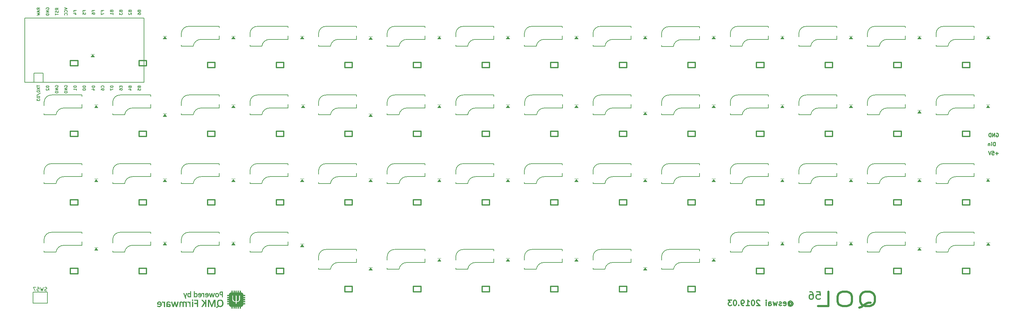
<source format=gbo>
G04 #@! TF.GenerationSoftware,KiCad,Pcbnew,(5.0.2-4-g3082e92af)*
G04 #@! TF.CreationDate,2019-03-04T22:38:36+01:00*
G04 #@! TF.ProjectId,ortho56,6f727468-6f35-4362-9e6b-696361645f70,rev?*
G04 #@! TF.SameCoordinates,Original*
G04 #@! TF.FileFunction,Legend,Bot*
G04 #@! TF.FilePolarity,Positive*
%FSLAX46Y46*%
G04 Gerber Fmt 4.6, Leading zero omitted, Abs format (unit mm)*
G04 Created by KiCad (PCBNEW (5.0.2-4-g3082e92af)) date 2019 March 04, Monday 22:38:36*
%MOMM*%
%LPD*%
G01*
G04 APERTURE LIST*
%ADD10C,0.250000*%
%ADD11C,0.300000*%
%ADD12C,0.600000*%
%ADD13C,0.100000*%
%ADD14C,0.120000*%
%ADD15C,0.150000*%
%ADD16C,0.200000*%
%ADD17C,0.010000*%
G04 APERTURE END LIST*
D10*
X283618214Y-58842678D02*
X282856309Y-58842678D01*
X283237261Y-59223630D02*
X283237261Y-58461726D01*
X281903928Y-58223630D02*
X282380119Y-58223630D01*
X282427738Y-58699821D01*
X282380119Y-58652202D01*
X282284880Y-58604583D01*
X282046785Y-58604583D01*
X281951547Y-58652202D01*
X281903928Y-58699821D01*
X281856309Y-58795059D01*
X281856309Y-59033154D01*
X281903928Y-59128392D01*
X281951547Y-59176011D01*
X282046785Y-59223630D01*
X282284880Y-59223630D01*
X282380119Y-59176011D01*
X282427738Y-59128392D01*
X281570595Y-58223630D02*
X281237261Y-59223630D01*
X280903928Y-58223630D01*
X282784880Y-56723630D02*
X282784880Y-55723630D01*
X282546785Y-55723630D01*
X282403928Y-55771250D01*
X282308690Y-55866488D01*
X282261071Y-55961726D01*
X282213452Y-56152202D01*
X282213452Y-56295059D01*
X282261071Y-56485535D01*
X282308690Y-56580773D01*
X282403928Y-56676011D01*
X282546785Y-56723630D01*
X282784880Y-56723630D01*
X281784880Y-56723630D02*
X281784880Y-56056964D01*
X281784880Y-55723630D02*
X281832500Y-55771250D01*
X281784880Y-55818869D01*
X281737261Y-55771250D01*
X281784880Y-55723630D01*
X281784880Y-55818869D01*
X281308690Y-56056964D02*
X281308690Y-56723630D01*
X281308690Y-56152202D02*
X281261071Y-56104583D01*
X281165833Y-56056964D01*
X281022976Y-56056964D01*
X280927738Y-56104583D01*
X280880119Y-56199821D01*
X280880119Y-56723630D01*
X283094404Y-53271250D02*
X283189642Y-53223630D01*
X283332500Y-53223630D01*
X283475357Y-53271250D01*
X283570595Y-53366488D01*
X283618214Y-53461726D01*
X283665833Y-53652202D01*
X283665833Y-53795059D01*
X283618214Y-53985535D01*
X283570595Y-54080773D01*
X283475357Y-54176011D01*
X283332500Y-54223630D01*
X283237261Y-54223630D01*
X283094404Y-54176011D01*
X283046785Y-54128392D01*
X283046785Y-53795059D01*
X283237261Y-53795059D01*
X282618214Y-54223630D02*
X282618214Y-53223630D01*
X282046785Y-54223630D01*
X282046785Y-53223630D01*
X281570595Y-54223630D02*
X281570595Y-53223630D01*
X281332500Y-53223630D01*
X281189642Y-53271250D01*
X281094404Y-53366488D01*
X281046785Y-53461726D01*
X280999166Y-53652202D01*
X280999166Y-53795059D01*
X281046785Y-53985535D01*
X281094404Y-54080773D01*
X281189642Y-54176011D01*
X281332500Y-54223630D01*
X281570595Y-54223630D01*
D11*
X225796785Y-100235535D02*
X225868214Y-100164107D01*
X226011071Y-100092678D01*
X226153928Y-100092678D01*
X226296785Y-100164107D01*
X226368214Y-100235535D01*
X226439642Y-100378392D01*
X226439642Y-100521250D01*
X226368214Y-100664107D01*
X226296785Y-100735535D01*
X226153928Y-100806964D01*
X226011071Y-100806964D01*
X225868214Y-100735535D01*
X225796785Y-100664107D01*
X225796785Y-100092678D02*
X225796785Y-100664107D01*
X225725357Y-100735535D01*
X225653928Y-100735535D01*
X225511071Y-100664107D01*
X225439642Y-100521250D01*
X225439642Y-100164107D01*
X225582500Y-99949821D01*
X225796785Y-99806964D01*
X226082500Y-99735535D01*
X226368214Y-99806964D01*
X226582500Y-99949821D01*
X226725357Y-100164107D01*
X226796785Y-100449821D01*
X226725357Y-100735535D01*
X226582500Y-100949821D01*
X226368214Y-101092678D01*
X226082500Y-101164107D01*
X225796785Y-101092678D01*
X225582500Y-100949821D01*
X224225357Y-100878392D02*
X224368214Y-100949821D01*
X224653928Y-100949821D01*
X224796785Y-100878392D01*
X224868214Y-100735535D01*
X224868214Y-100164107D01*
X224796785Y-100021250D01*
X224653928Y-99949821D01*
X224368214Y-99949821D01*
X224225357Y-100021250D01*
X224153928Y-100164107D01*
X224153928Y-100306964D01*
X224868214Y-100449821D01*
X223582500Y-100878392D02*
X223439642Y-100949821D01*
X223153928Y-100949821D01*
X223011071Y-100878392D01*
X222939642Y-100735535D01*
X222939642Y-100664107D01*
X223011071Y-100521250D01*
X223153928Y-100449821D01*
X223368214Y-100449821D01*
X223511071Y-100378392D01*
X223582500Y-100235535D01*
X223582500Y-100164107D01*
X223511071Y-100021250D01*
X223368214Y-99949821D01*
X223153928Y-99949821D01*
X223011071Y-100021250D01*
X222439642Y-99949821D02*
X222153928Y-100949821D01*
X221868214Y-100235535D01*
X221582500Y-100949821D01*
X221296785Y-99949821D01*
X220082500Y-100949821D02*
X220082500Y-100164107D01*
X220153928Y-100021250D01*
X220296785Y-99949821D01*
X220582500Y-99949821D01*
X220725357Y-100021250D01*
X220082500Y-100878392D02*
X220225357Y-100949821D01*
X220582500Y-100949821D01*
X220725357Y-100878392D01*
X220796785Y-100735535D01*
X220796785Y-100592678D01*
X220725357Y-100449821D01*
X220582500Y-100378392D01*
X220225357Y-100378392D01*
X220082500Y-100306964D01*
X219368214Y-100949821D02*
X219368214Y-99949821D01*
X219368214Y-99449821D02*
X219439642Y-99521250D01*
X219368214Y-99592678D01*
X219296785Y-99521250D01*
X219368214Y-99449821D01*
X219368214Y-99592678D01*
X217582500Y-99592678D02*
X217511071Y-99521250D01*
X217368214Y-99449821D01*
X217011071Y-99449821D01*
X216868214Y-99521250D01*
X216796785Y-99592678D01*
X216725357Y-99735535D01*
X216725357Y-99878392D01*
X216796785Y-100092678D01*
X217653928Y-100949821D01*
X216725357Y-100949821D01*
X215796785Y-99449821D02*
X215653928Y-99449821D01*
X215511071Y-99521250D01*
X215439642Y-99592678D01*
X215368214Y-99735535D01*
X215296785Y-100021250D01*
X215296785Y-100378392D01*
X215368214Y-100664107D01*
X215439642Y-100806964D01*
X215511071Y-100878392D01*
X215653928Y-100949821D01*
X215796785Y-100949821D01*
X215939642Y-100878392D01*
X216011071Y-100806964D01*
X216082500Y-100664107D01*
X216153928Y-100378392D01*
X216153928Y-100021250D01*
X216082500Y-99735535D01*
X216011071Y-99592678D01*
X215939642Y-99521250D01*
X215796785Y-99449821D01*
X213868214Y-100949821D02*
X214725357Y-100949821D01*
X214296785Y-100949821D02*
X214296785Y-99449821D01*
X214439642Y-99664107D01*
X214582500Y-99806964D01*
X214725357Y-99878392D01*
X213153928Y-100949821D02*
X212868214Y-100949821D01*
X212725357Y-100878392D01*
X212653928Y-100806964D01*
X212511071Y-100592678D01*
X212439642Y-100306964D01*
X212439642Y-99735535D01*
X212511071Y-99592678D01*
X212582500Y-99521250D01*
X212725357Y-99449821D01*
X213011071Y-99449821D01*
X213153928Y-99521250D01*
X213225357Y-99592678D01*
X213296785Y-99735535D01*
X213296785Y-100092678D01*
X213225357Y-100235535D01*
X213153928Y-100306964D01*
X213011071Y-100378392D01*
X212725357Y-100378392D01*
X212582500Y-100306964D01*
X212511071Y-100235535D01*
X212439642Y-100092678D01*
X211796785Y-100806964D02*
X211725357Y-100878392D01*
X211796785Y-100949821D01*
X211868214Y-100878392D01*
X211796785Y-100806964D01*
X211796785Y-100949821D01*
X210796785Y-99449821D02*
X210653928Y-99449821D01*
X210511071Y-99521250D01*
X210439642Y-99592678D01*
X210368214Y-99735535D01*
X210296785Y-100021250D01*
X210296785Y-100378392D01*
X210368214Y-100664107D01*
X210439642Y-100806964D01*
X210511071Y-100878392D01*
X210653928Y-100949821D01*
X210796785Y-100949821D01*
X210939642Y-100878392D01*
X211011071Y-100806964D01*
X211082500Y-100664107D01*
X211153928Y-100378392D01*
X211153928Y-100021250D01*
X211082500Y-99735535D01*
X211011071Y-99592678D01*
X210939642Y-99521250D01*
X210796785Y-99449821D01*
X209796785Y-99449821D02*
X208868214Y-99449821D01*
X209368214Y-100021250D01*
X209153928Y-100021250D01*
X209011071Y-100092678D01*
X208939642Y-100164107D01*
X208868214Y-100306964D01*
X208868214Y-100664107D01*
X208939642Y-100806964D01*
X209011071Y-100878392D01*
X209153928Y-100949821D01*
X209582500Y-100949821D01*
X209725357Y-100878392D01*
X209796785Y-100806964D01*
X233308690Y-97176011D02*
X234261071Y-97176011D01*
X234356309Y-98128392D01*
X234261071Y-98033154D01*
X234070595Y-97937916D01*
X233594404Y-97937916D01*
X233403928Y-98033154D01*
X233308690Y-98128392D01*
X233213452Y-98318869D01*
X233213452Y-98795059D01*
X233308690Y-98985535D01*
X233403928Y-99080773D01*
X233594404Y-99176011D01*
X234070595Y-99176011D01*
X234261071Y-99080773D01*
X234356309Y-98985535D01*
X231499166Y-97176011D02*
X231880119Y-97176011D01*
X232070595Y-97271250D01*
X232165833Y-97366488D01*
X232356309Y-97652202D01*
X232451547Y-98033154D01*
X232451547Y-98795059D01*
X232356309Y-98985535D01*
X232261071Y-99080773D01*
X232070595Y-99176011D01*
X231689642Y-99176011D01*
X231499166Y-99080773D01*
X231403928Y-98985535D01*
X231308690Y-98795059D01*
X231308690Y-98318869D01*
X231403928Y-98128392D01*
X231499166Y-98033154D01*
X231689642Y-97937916D01*
X232070595Y-97937916D01*
X232261071Y-98033154D01*
X232356309Y-98128392D01*
X232451547Y-98318869D01*
D12*
X245118214Y-101461726D02*
X245689642Y-101271250D01*
X246261071Y-100890297D01*
X247118214Y-100318869D01*
X247689642Y-100128392D01*
X248261071Y-100128392D01*
X247975357Y-101080773D02*
X248546785Y-100890297D01*
X249118214Y-100509345D01*
X249403928Y-99747440D01*
X249403928Y-98414107D01*
X249118214Y-97652202D01*
X248546785Y-97271250D01*
X247975357Y-97080773D01*
X246832500Y-97080773D01*
X246261071Y-97271250D01*
X245689642Y-97652202D01*
X245403928Y-98414107D01*
X245403928Y-99747440D01*
X245689642Y-100509345D01*
X246261071Y-100890297D01*
X246832500Y-101080773D01*
X247975357Y-101080773D01*
X241689642Y-97080773D02*
X240546785Y-97080773D01*
X239975357Y-97271250D01*
X239403928Y-97652202D01*
X239118214Y-98414107D01*
X239118214Y-99747440D01*
X239403928Y-100509345D01*
X239975357Y-100890297D01*
X240546785Y-101080773D01*
X241689642Y-101080773D01*
X242261071Y-100890297D01*
X242832500Y-100509345D01*
X243118214Y-99747440D01*
X243118214Y-98414107D01*
X242832500Y-97652202D01*
X242261071Y-97271250D01*
X241689642Y-97080773D01*
X233689642Y-101080773D02*
X236546785Y-101080773D01*
X236546785Y-97080773D01*
D11*
G04 #@! TO.C,L25*
X142762500Y-33671250D02*
X142762500Y-35121250D01*
X142762500Y-35121250D02*
X140712500Y-35121250D01*
X140712500Y-35121250D02*
X140712500Y-33671250D01*
X140712500Y-33671250D02*
X142762500Y-33671250D01*
G04 #@! TO.C,L1*
X28762500Y-33171250D02*
X28762500Y-34621250D01*
X28762500Y-34621250D02*
X26712500Y-34621250D01*
X26712500Y-34621250D02*
X26712500Y-33171250D01*
X26712500Y-33171250D02*
X28762500Y-33171250D01*
G04 #@! TO.C,L2*
X28762500Y-52671250D02*
X28762500Y-54121250D01*
X28762500Y-54121250D02*
X26712500Y-54121250D01*
X26712500Y-54121250D02*
X26712500Y-52671250D01*
X26712500Y-52671250D02*
X28762500Y-52671250D01*
G04 #@! TO.C,L3*
X28762500Y-71671250D02*
X28762500Y-73121250D01*
X28762500Y-73121250D02*
X26712500Y-73121250D01*
X26712500Y-73121250D02*
X26712500Y-71671250D01*
X26712500Y-71671250D02*
X28762500Y-71671250D01*
G04 #@! TO.C,L4*
X28762500Y-90671250D02*
X28762500Y-92121250D01*
X28762500Y-92121250D02*
X26712500Y-92121250D01*
X26712500Y-92121250D02*
X26712500Y-90671250D01*
X26712500Y-90671250D02*
X28762500Y-90671250D01*
G04 #@! TO.C,L5*
X47762500Y-33171250D02*
X47762500Y-34621250D01*
X47762500Y-34621250D02*
X45712500Y-34621250D01*
X45712500Y-34621250D02*
X45712500Y-33171250D01*
X45712500Y-33171250D02*
X47762500Y-33171250D01*
G04 #@! TO.C,L6*
X47762500Y-52671250D02*
X47762500Y-54121250D01*
X47762500Y-54121250D02*
X45712500Y-54121250D01*
X45712500Y-54121250D02*
X45712500Y-52671250D01*
X45712500Y-52671250D02*
X47762500Y-52671250D01*
G04 #@! TO.C,L7*
X47762500Y-71671250D02*
X47762500Y-73121250D01*
X47762500Y-73121250D02*
X45712500Y-73121250D01*
X45712500Y-73121250D02*
X45712500Y-71671250D01*
X45712500Y-71671250D02*
X47762500Y-71671250D01*
G04 #@! TO.C,L8*
X47762500Y-90671250D02*
X47762500Y-92121250D01*
X47762500Y-92121250D02*
X45712500Y-92121250D01*
X45712500Y-92121250D02*
X45712500Y-90671250D01*
X45712500Y-90671250D02*
X47762500Y-90671250D01*
G04 #@! TO.C,L9*
X66762500Y-33671250D02*
X66762500Y-35121250D01*
X66762500Y-35121250D02*
X64712500Y-35121250D01*
X64712500Y-35121250D02*
X64712500Y-33671250D01*
X64712500Y-33671250D02*
X66762500Y-33671250D01*
G04 #@! TO.C,L10*
X66762500Y-52671250D02*
X66762500Y-54121250D01*
X66762500Y-54121250D02*
X64712500Y-54121250D01*
X64712500Y-54121250D02*
X64712500Y-52671250D01*
X64712500Y-52671250D02*
X66762500Y-52671250D01*
G04 #@! TO.C,L11*
X66762500Y-71671250D02*
X66762500Y-73121250D01*
X66762500Y-73121250D02*
X64712500Y-73121250D01*
X64712500Y-73121250D02*
X64712500Y-71671250D01*
X64712500Y-71671250D02*
X66762500Y-71671250D01*
G04 #@! TO.C,L12*
X66762500Y-90671250D02*
X66762500Y-92121250D01*
X66762500Y-92121250D02*
X64712500Y-92121250D01*
X64712500Y-92121250D02*
X64712500Y-90671250D01*
X64712500Y-90671250D02*
X66762500Y-90671250D01*
G04 #@! TO.C,L13*
X85762500Y-33671250D02*
X85762500Y-35121250D01*
X85762500Y-35121250D02*
X83712500Y-35121250D01*
X83712500Y-35121250D02*
X83712500Y-33671250D01*
X83712500Y-33671250D02*
X85762500Y-33671250D01*
G04 #@! TO.C,L14*
X85762500Y-52671250D02*
X85762500Y-54121250D01*
X85762500Y-54121250D02*
X83712500Y-54121250D01*
X83712500Y-54121250D02*
X83712500Y-52671250D01*
X83712500Y-52671250D02*
X85762500Y-52671250D01*
G04 #@! TO.C,L15*
X85762500Y-71671250D02*
X85762500Y-73121250D01*
X85762500Y-73121250D02*
X83712500Y-73121250D01*
X83712500Y-73121250D02*
X83712500Y-71671250D01*
X83712500Y-71671250D02*
X85762500Y-71671250D01*
G04 #@! TO.C,L16*
X85762500Y-90671250D02*
X85762500Y-92121250D01*
X85762500Y-92121250D02*
X83712500Y-92121250D01*
X83712500Y-92121250D02*
X83712500Y-90671250D01*
X83712500Y-90671250D02*
X85762500Y-90671250D01*
G04 #@! TO.C,L17*
X104762500Y-33671250D02*
X104762500Y-35121250D01*
X104762500Y-35121250D02*
X102712500Y-35121250D01*
X102712500Y-35121250D02*
X102712500Y-33671250D01*
X102712500Y-33671250D02*
X104762500Y-33671250D01*
G04 #@! TO.C,L18*
X104762500Y-52671250D02*
X104762500Y-54121250D01*
X104762500Y-54121250D02*
X102712500Y-54121250D01*
X102712500Y-54121250D02*
X102712500Y-52671250D01*
X102712500Y-52671250D02*
X104762500Y-52671250D01*
G04 #@! TO.C,L19*
X104762500Y-71671250D02*
X104762500Y-73121250D01*
X104762500Y-73121250D02*
X102712500Y-73121250D01*
X102712500Y-73121250D02*
X102712500Y-71671250D01*
X102712500Y-71671250D02*
X104762500Y-71671250D01*
G04 #@! TO.C,L20*
X104762500Y-95671250D02*
X104762500Y-97121250D01*
X104762500Y-97121250D02*
X102712500Y-97121250D01*
X102712500Y-97121250D02*
X102712500Y-95671250D01*
X102712500Y-95671250D02*
X104762500Y-95671250D01*
G04 #@! TO.C,L21*
X123762500Y-33671250D02*
X123762500Y-35121250D01*
X123762500Y-35121250D02*
X121712500Y-35121250D01*
X121712500Y-35121250D02*
X121712500Y-33671250D01*
X121712500Y-33671250D02*
X123762500Y-33671250D01*
G04 #@! TO.C,L22*
X123762500Y-52671250D02*
X123762500Y-54121250D01*
X123762500Y-54121250D02*
X121712500Y-54121250D01*
X121712500Y-54121250D02*
X121712500Y-52671250D01*
X121712500Y-52671250D02*
X123762500Y-52671250D01*
G04 #@! TO.C,L23*
X123762500Y-71671250D02*
X123762500Y-73121250D01*
X123762500Y-73121250D02*
X121712500Y-73121250D01*
X121712500Y-73121250D02*
X121712500Y-71671250D01*
X121712500Y-71671250D02*
X123762500Y-71671250D01*
G04 #@! TO.C,L24*
X123762500Y-95671250D02*
X123762500Y-97121250D01*
X123762500Y-97121250D02*
X121712500Y-97121250D01*
X121712500Y-97121250D02*
X121712500Y-95671250D01*
X121712500Y-95671250D02*
X123762500Y-95671250D01*
G04 #@! TO.C,L26*
X142762500Y-52671250D02*
X142762500Y-54121250D01*
X142762500Y-54121250D02*
X140712500Y-54121250D01*
X140712500Y-54121250D02*
X140712500Y-52671250D01*
X140712500Y-52671250D02*
X142762500Y-52671250D01*
G04 #@! TO.C,L27*
X142762500Y-71671250D02*
X142762500Y-73121250D01*
X142762500Y-73121250D02*
X140712500Y-73121250D01*
X140712500Y-73121250D02*
X140712500Y-71671250D01*
X140712500Y-71671250D02*
X142762500Y-71671250D01*
G04 #@! TO.C,L28*
X142762500Y-95671250D02*
X142762500Y-97121250D01*
X142762500Y-97121250D02*
X140712500Y-97121250D01*
X140712500Y-97121250D02*
X140712500Y-95671250D01*
X140712500Y-95671250D02*
X142762500Y-95671250D01*
G04 #@! TO.C,L29*
X161762500Y-33671250D02*
X161762500Y-35121250D01*
X161762500Y-35121250D02*
X159712500Y-35121250D01*
X159712500Y-35121250D02*
X159712500Y-33671250D01*
X159712500Y-33671250D02*
X161762500Y-33671250D01*
G04 #@! TO.C,L30*
X161762500Y-52671250D02*
X161762500Y-54121250D01*
X161762500Y-54121250D02*
X159712500Y-54121250D01*
X159712500Y-54121250D02*
X159712500Y-52671250D01*
X159712500Y-52671250D02*
X161762500Y-52671250D01*
G04 #@! TO.C,L31*
X161762500Y-71671250D02*
X161762500Y-73121250D01*
X161762500Y-73121250D02*
X159712500Y-73121250D01*
X159712500Y-73121250D02*
X159712500Y-71671250D01*
X159712500Y-71671250D02*
X161762500Y-71671250D01*
G04 #@! TO.C,L32*
X161762500Y-95671250D02*
X161762500Y-97121250D01*
X161762500Y-97121250D02*
X159712500Y-97121250D01*
X159712500Y-97121250D02*
X159712500Y-95671250D01*
X159712500Y-95671250D02*
X161762500Y-95671250D01*
G04 #@! TO.C,L33*
X180762500Y-33671250D02*
X180762500Y-35121250D01*
X180762500Y-35121250D02*
X178712500Y-35121250D01*
X178712500Y-35121250D02*
X178712500Y-33671250D01*
X178712500Y-33671250D02*
X180762500Y-33671250D01*
G04 #@! TO.C,L34*
X180762500Y-52671250D02*
X180762500Y-54121250D01*
X180762500Y-54121250D02*
X178712500Y-54121250D01*
X178712500Y-54121250D02*
X178712500Y-52671250D01*
X178712500Y-52671250D02*
X180762500Y-52671250D01*
G04 #@! TO.C,L35*
X180762500Y-71671250D02*
X180762500Y-73121250D01*
X180762500Y-73121250D02*
X178712500Y-73121250D01*
X178712500Y-73121250D02*
X178712500Y-71671250D01*
X178712500Y-71671250D02*
X180762500Y-71671250D01*
G04 #@! TO.C,L36*
X180762500Y-95671250D02*
X180762500Y-97121250D01*
X180762500Y-97121250D02*
X178712500Y-97121250D01*
X178712500Y-97121250D02*
X178712500Y-95671250D01*
X178712500Y-95671250D02*
X180762500Y-95671250D01*
G04 #@! TO.C,L37*
X199762500Y-33671250D02*
X199762500Y-35121250D01*
X199762500Y-35121250D02*
X197712500Y-35121250D01*
X197712500Y-35121250D02*
X197712500Y-33671250D01*
X197712500Y-33671250D02*
X199762500Y-33671250D01*
G04 #@! TO.C,L38*
X199762500Y-52671250D02*
X199762500Y-54121250D01*
X199762500Y-54121250D02*
X197712500Y-54121250D01*
X197712500Y-54121250D02*
X197712500Y-52671250D01*
X197712500Y-52671250D02*
X199762500Y-52671250D01*
G04 #@! TO.C,L39*
X199762500Y-71671250D02*
X199762500Y-73121250D01*
X199762500Y-73121250D02*
X197712500Y-73121250D01*
X197712500Y-73121250D02*
X197712500Y-71671250D01*
X197712500Y-71671250D02*
X199762500Y-71671250D01*
G04 #@! TO.C,L40*
X199762500Y-95671250D02*
X199762500Y-97121250D01*
X199762500Y-97121250D02*
X197712500Y-97121250D01*
X197712500Y-97121250D02*
X197712500Y-95671250D01*
X197712500Y-95671250D02*
X199762500Y-95671250D01*
G04 #@! TO.C,L41*
X218762500Y-33671250D02*
X218762500Y-35121250D01*
X218762500Y-35121250D02*
X216712500Y-35121250D01*
X216712500Y-35121250D02*
X216712500Y-33671250D01*
X216712500Y-33671250D02*
X218762500Y-33671250D01*
G04 #@! TO.C,L42*
X218762500Y-52671250D02*
X218762500Y-54121250D01*
X218762500Y-54121250D02*
X216712500Y-54121250D01*
X216712500Y-54121250D02*
X216712500Y-52671250D01*
X216712500Y-52671250D02*
X218762500Y-52671250D01*
G04 #@! TO.C,L43*
X218762500Y-71671250D02*
X218762500Y-73121250D01*
X218762500Y-73121250D02*
X216712500Y-73121250D01*
X216712500Y-73121250D02*
X216712500Y-71671250D01*
X216712500Y-71671250D02*
X218762500Y-71671250D01*
G04 #@! TO.C,L44*
X218762500Y-90671250D02*
X218762500Y-92121250D01*
X218762500Y-92121250D02*
X216712500Y-92121250D01*
X216712500Y-92121250D02*
X216712500Y-90671250D01*
X216712500Y-90671250D02*
X218762500Y-90671250D01*
G04 #@! TO.C,L45*
X237762500Y-33671250D02*
X237762500Y-35121250D01*
X237762500Y-35121250D02*
X235712500Y-35121250D01*
X235712500Y-35121250D02*
X235712500Y-33671250D01*
X235712500Y-33671250D02*
X237762500Y-33671250D01*
G04 #@! TO.C,L46*
X237762500Y-52671250D02*
X237762500Y-54121250D01*
X237762500Y-54121250D02*
X235712500Y-54121250D01*
X235712500Y-54121250D02*
X235712500Y-52671250D01*
X235712500Y-52671250D02*
X237762500Y-52671250D01*
G04 #@! TO.C,L47*
X237762500Y-71671250D02*
X237762500Y-73121250D01*
X237762500Y-73121250D02*
X235712500Y-73121250D01*
X235712500Y-73121250D02*
X235712500Y-71671250D01*
X235712500Y-71671250D02*
X237762500Y-71671250D01*
G04 #@! TO.C,L48*
X237762500Y-90671250D02*
X237762500Y-92121250D01*
X237762500Y-92121250D02*
X235712500Y-92121250D01*
X235712500Y-92121250D02*
X235712500Y-90671250D01*
X235712500Y-90671250D02*
X237762500Y-90671250D01*
G04 #@! TO.C,L49*
X256762500Y-33671250D02*
X256762500Y-35121250D01*
X256762500Y-35121250D02*
X254712500Y-35121250D01*
X254712500Y-35121250D02*
X254712500Y-33671250D01*
X254712500Y-33671250D02*
X256762500Y-33671250D01*
G04 #@! TO.C,L50*
X256762500Y-52671250D02*
X256762500Y-54121250D01*
X256762500Y-54121250D02*
X254712500Y-54121250D01*
X254712500Y-54121250D02*
X254712500Y-52671250D01*
X254712500Y-52671250D02*
X256762500Y-52671250D01*
G04 #@! TO.C,L51*
X256762500Y-71671250D02*
X256762500Y-73121250D01*
X256762500Y-73121250D02*
X254712500Y-73121250D01*
X254712500Y-73121250D02*
X254712500Y-71671250D01*
X254712500Y-71671250D02*
X256762500Y-71671250D01*
G04 #@! TO.C,L52*
X256762500Y-90671250D02*
X256762500Y-92121250D01*
X256762500Y-92121250D02*
X254712500Y-92121250D01*
X254712500Y-92121250D02*
X254712500Y-90671250D01*
X254712500Y-90671250D02*
X256762500Y-90671250D01*
G04 #@! TO.C,L53*
X275762500Y-33671250D02*
X275762500Y-35121250D01*
X275762500Y-35121250D02*
X273712500Y-35121250D01*
X273712500Y-35121250D02*
X273712500Y-33671250D01*
X273712500Y-33671250D02*
X275762500Y-33671250D01*
G04 #@! TO.C,L54*
X275762500Y-52671250D02*
X275762500Y-54121250D01*
X275762500Y-54121250D02*
X273712500Y-54121250D01*
X273712500Y-54121250D02*
X273712500Y-52671250D01*
X273712500Y-52671250D02*
X275762500Y-52671250D01*
G04 #@! TO.C,L55*
X275762500Y-71671250D02*
X275762500Y-73121250D01*
X275762500Y-73121250D02*
X273712500Y-73121250D01*
X273712500Y-73121250D02*
X273712500Y-71671250D01*
X273712500Y-71671250D02*
X275762500Y-71671250D01*
G04 #@! TO.C,L56*
X275762500Y-90671250D02*
X275762500Y-92121250D01*
X275762500Y-92121250D02*
X273712500Y-92121250D01*
X273712500Y-92121250D02*
X273712500Y-90671250D01*
X273712500Y-90671250D02*
X275762500Y-90671250D01*
D13*
G04 #@! TO.C,D56*
G36*
X167302623Y-27171250D02*
X166802623Y-26471250D01*
X166302623Y-27171250D01*
X167302623Y-27171250D01*
G37*
X167302623Y-27171250D02*
X166802623Y-26471250D01*
X166302623Y-27171250D01*
X167302623Y-27171250D01*
D14*
X167302623Y-26371250D02*
X166302623Y-26371250D01*
D15*
G04 #@! TO.C,SW57*
X16332500Y-97271250D02*
X16332500Y-100271250D01*
X20332500Y-97271250D02*
X16332500Y-97271250D01*
X20332500Y-100271250D02*
X20332500Y-97271250D01*
X16332500Y-100271250D02*
X20332500Y-100271250D01*
D16*
G04 #@! TO.C,U1*
X16592500Y-36621250D02*
X16592500Y-39161250D01*
X14052500Y-21381250D02*
X14052500Y-39161250D01*
X14052500Y-39161250D02*
X47072500Y-39161250D01*
X47072500Y-39161250D02*
X47072500Y-21381250D01*
X47072500Y-21381250D02*
X14052500Y-21381250D01*
X16592500Y-36621250D02*
X19132500Y-36621250D01*
X19132500Y-36621250D02*
X19132500Y-39161250D01*
D15*
G04 #@! TO.C,SW56*
X162932500Y-27271250D02*
X162932500Y-26271250D01*
X152432500Y-29171250D02*
X152432500Y-28811250D01*
X152432500Y-25571250D02*
X152432500Y-26571250D01*
X152432500Y-29171250D02*
X155712500Y-29171250D01*
X157932500Y-27271250D02*
X162932500Y-27271250D01*
X162932500Y-23671250D02*
X154532499Y-23671250D01*
X155716182Y-29149779D02*
G75*
G02X157932500Y-27271250I2151318J-291471D01*
G01*
X152432500Y-25571251D02*
G75*
G02X154532499Y-23671250I2000000J-99999D01*
G01*
X162932500Y-24021250D02*
X162932500Y-23671250D01*
G04 #@! TO.C,SW55*
X181932500Y-27271250D02*
X181932500Y-26271250D01*
X171432500Y-29171250D02*
X171432500Y-28811250D01*
X171432500Y-25571250D02*
X171432500Y-26571250D01*
X171432500Y-29171250D02*
X174712500Y-29171250D01*
X176932500Y-27271250D02*
X181932500Y-27271250D01*
X181932500Y-23671250D02*
X173532499Y-23671250D01*
X174716182Y-29149779D02*
G75*
G02X176932500Y-27271250I2151318J-291471D01*
G01*
X171432500Y-25571251D02*
G75*
G02X173532499Y-23671250I2000000J-99999D01*
G01*
X181932500Y-24021250D02*
X181932500Y-23671250D01*
G04 #@! TO.C,SW54*
X200892500Y-27351250D02*
X200892500Y-26351250D01*
X190392500Y-29251250D02*
X190392500Y-28891250D01*
X190392500Y-25651250D02*
X190392500Y-26651250D01*
X190392500Y-29251250D02*
X193672500Y-29251250D01*
X195892500Y-27351250D02*
X200892500Y-27351250D01*
X200892500Y-23751250D02*
X192492499Y-23751250D01*
X193676182Y-29229779D02*
G75*
G02X195892500Y-27351250I2151318J-291471D01*
G01*
X190392500Y-25651251D02*
G75*
G02X192492499Y-23751250I2000000J-99999D01*
G01*
X200892500Y-24101250D02*
X200892500Y-23751250D01*
G04 #@! TO.C,SW53*
X219932500Y-27271250D02*
X219932500Y-26271250D01*
X209432500Y-29171250D02*
X209432500Y-28811250D01*
X209432500Y-25571250D02*
X209432500Y-26571250D01*
X209432500Y-29171250D02*
X212712500Y-29171250D01*
X214932500Y-27271250D02*
X219932500Y-27271250D01*
X219932500Y-23671250D02*
X211532499Y-23671250D01*
X212716182Y-29149779D02*
G75*
G02X214932500Y-27271250I2151318J-291471D01*
G01*
X209432500Y-25571251D02*
G75*
G02X211532499Y-23671250I2000000J-99999D01*
G01*
X219932500Y-24021250D02*
X219932500Y-23671250D01*
G04 #@! TO.C,SW52*
X238932500Y-27271250D02*
X238932500Y-26271250D01*
X228432500Y-29171250D02*
X228432500Y-28811250D01*
X228432500Y-25571250D02*
X228432500Y-26571250D01*
X228432500Y-29171250D02*
X231712500Y-29171250D01*
X233932500Y-27271250D02*
X238932500Y-27271250D01*
X238932500Y-23671250D02*
X230532499Y-23671250D01*
X231716182Y-29149779D02*
G75*
G02X233932500Y-27271250I2151318J-291471D01*
G01*
X228432500Y-25571251D02*
G75*
G02X230532499Y-23671250I2000000J-99999D01*
G01*
X238932500Y-24021250D02*
X238932500Y-23671250D01*
G04 #@! TO.C,SW51*
X257932500Y-27271250D02*
X257932500Y-26271250D01*
X247432500Y-29171250D02*
X247432500Y-28811250D01*
X247432500Y-25571250D02*
X247432500Y-26571250D01*
X247432500Y-29171250D02*
X250712500Y-29171250D01*
X252932500Y-27271250D02*
X257932500Y-27271250D01*
X257932500Y-23671250D02*
X249532499Y-23671250D01*
X250716182Y-29149779D02*
G75*
G02X252932500Y-27271250I2151318J-291471D01*
G01*
X247432500Y-25571251D02*
G75*
G02X249532499Y-23671250I2000000J-99999D01*
G01*
X257932500Y-24021250D02*
X257932500Y-23671250D01*
G04 #@! TO.C,SW50*
X276932500Y-27271250D02*
X276932500Y-26271250D01*
X266432500Y-29171250D02*
X266432500Y-28811250D01*
X266432500Y-25571250D02*
X266432500Y-26571250D01*
X266432500Y-29171250D02*
X269712500Y-29171250D01*
X271932500Y-27271250D02*
X276932500Y-27271250D01*
X276932500Y-23671250D02*
X268532499Y-23671250D01*
X269716182Y-29149779D02*
G75*
G02X271932500Y-27271250I2151318J-291471D01*
G01*
X266432500Y-25571251D02*
G75*
G02X268532499Y-23671250I2000000J-99999D01*
G01*
X276932500Y-24021250D02*
X276932500Y-23671250D01*
G04 #@! TO.C,SW49*
X163012500Y-46271250D02*
X163012500Y-45271250D01*
X152512500Y-48171250D02*
X152512500Y-47811250D01*
X152512500Y-44571250D02*
X152512500Y-45571250D01*
X152512500Y-48171250D02*
X155792500Y-48171250D01*
X158012500Y-46271250D02*
X163012500Y-46271250D01*
X163012500Y-42671250D02*
X154612499Y-42671250D01*
X155796182Y-48149779D02*
G75*
G02X158012500Y-46271250I2151318J-291471D01*
G01*
X152512500Y-44571251D02*
G75*
G02X154612499Y-42671250I2000000J-99999D01*
G01*
X163012500Y-43021250D02*
X163012500Y-42671250D01*
G04 #@! TO.C,SW48*
X181932500Y-46271250D02*
X181932500Y-45271250D01*
X171432500Y-48171250D02*
X171432500Y-47811250D01*
X171432500Y-44571250D02*
X171432500Y-45571250D01*
X171432500Y-48171250D02*
X174712500Y-48171250D01*
X176932500Y-46271250D02*
X181932500Y-46271250D01*
X181932500Y-42671250D02*
X173532499Y-42671250D01*
X174716182Y-48149779D02*
G75*
G02X176932500Y-46271250I2151318J-291471D01*
G01*
X171432500Y-44571251D02*
G75*
G02X173532499Y-42671250I2000000J-99999D01*
G01*
X181932500Y-43021250D02*
X181932500Y-42671250D01*
G04 #@! TO.C,SW47*
X200932500Y-46271250D02*
X200932500Y-45271250D01*
X190432500Y-48171250D02*
X190432500Y-47811250D01*
X190432500Y-44571250D02*
X190432500Y-45571250D01*
X190432500Y-48171250D02*
X193712500Y-48171250D01*
X195932500Y-46271250D02*
X200932500Y-46271250D01*
X200932500Y-42671250D02*
X192532499Y-42671250D01*
X193716182Y-48149779D02*
G75*
G02X195932500Y-46271250I2151318J-291471D01*
G01*
X190432500Y-44571251D02*
G75*
G02X192532499Y-42671250I2000000J-99999D01*
G01*
X200932500Y-43021250D02*
X200932500Y-42671250D01*
G04 #@! TO.C,SW46*
X219932500Y-46271250D02*
X219932500Y-45271250D01*
X209432500Y-48171250D02*
X209432500Y-47811250D01*
X209432500Y-44571250D02*
X209432500Y-45571250D01*
X209432500Y-48171250D02*
X212712500Y-48171250D01*
X214932500Y-46271250D02*
X219932500Y-46271250D01*
X219932500Y-42671250D02*
X211532499Y-42671250D01*
X212716182Y-48149779D02*
G75*
G02X214932500Y-46271250I2151318J-291471D01*
G01*
X209432500Y-44571251D02*
G75*
G02X211532499Y-42671250I2000000J-99999D01*
G01*
X219932500Y-43021250D02*
X219932500Y-42671250D01*
G04 #@! TO.C,SW45*
X238932500Y-46271250D02*
X238932500Y-45271250D01*
X228432500Y-48171250D02*
X228432500Y-47811250D01*
X228432500Y-44571250D02*
X228432500Y-45571250D01*
X228432500Y-48171250D02*
X231712500Y-48171250D01*
X233932500Y-46271250D02*
X238932500Y-46271250D01*
X238932500Y-42671250D02*
X230532499Y-42671250D01*
X231716182Y-48149779D02*
G75*
G02X233932500Y-46271250I2151318J-291471D01*
G01*
X228432500Y-44571251D02*
G75*
G02X230532499Y-42671250I2000000J-99999D01*
G01*
X238932500Y-43021250D02*
X238932500Y-42671250D01*
G04 #@! TO.C,SW44*
X257932500Y-46271250D02*
X257932500Y-45271250D01*
X247432500Y-48171250D02*
X247432500Y-47811250D01*
X247432500Y-44571250D02*
X247432500Y-45571250D01*
X247432500Y-48171250D02*
X250712500Y-48171250D01*
X252932500Y-46271250D02*
X257932500Y-46271250D01*
X257932500Y-42671250D02*
X249532499Y-42671250D01*
X250716182Y-48149779D02*
G75*
G02X252932500Y-46271250I2151318J-291471D01*
G01*
X247432500Y-44571251D02*
G75*
G02X249532499Y-42671250I2000000J-99999D01*
G01*
X257932500Y-43021250D02*
X257932500Y-42671250D01*
G04 #@! TO.C,SW43*
X276932500Y-46271250D02*
X276932500Y-45271250D01*
X266432500Y-48171250D02*
X266432500Y-47811250D01*
X266432500Y-44571250D02*
X266432500Y-45571250D01*
X266432500Y-48171250D02*
X269712500Y-48171250D01*
X271932500Y-46271250D02*
X276932500Y-46271250D01*
X276932500Y-42671250D02*
X268532499Y-42671250D01*
X269716182Y-48149779D02*
G75*
G02X271932500Y-46271250I2151318J-291471D01*
G01*
X266432500Y-44571251D02*
G75*
G02X268532499Y-42671250I2000000J-99999D01*
G01*
X276932500Y-43021250D02*
X276932500Y-42671250D01*
G04 #@! TO.C,SW42*
X162932500Y-65271250D02*
X162932500Y-64271250D01*
X152432500Y-67171250D02*
X152432500Y-66811250D01*
X152432500Y-63571250D02*
X152432500Y-64571250D01*
X152432500Y-67171250D02*
X155712500Y-67171250D01*
X157932500Y-65271250D02*
X162932500Y-65271250D01*
X162932500Y-61671250D02*
X154532499Y-61671250D01*
X155716182Y-67149779D02*
G75*
G02X157932500Y-65271250I2151318J-291471D01*
G01*
X152432500Y-63571251D02*
G75*
G02X154532499Y-61671250I2000000J-99999D01*
G01*
X162932500Y-62021250D02*
X162932500Y-61671250D01*
G04 #@! TO.C,SW41*
X181932500Y-65271250D02*
X181932500Y-64271250D01*
X171432500Y-67171250D02*
X171432500Y-66811250D01*
X171432500Y-63571250D02*
X171432500Y-64571250D01*
X171432500Y-67171250D02*
X174712500Y-67171250D01*
X176932500Y-65271250D02*
X181932500Y-65271250D01*
X181932500Y-61671250D02*
X173532499Y-61671250D01*
X174716182Y-67149779D02*
G75*
G02X176932500Y-65271250I2151318J-291471D01*
G01*
X171432500Y-63571251D02*
G75*
G02X173532499Y-61671250I2000000J-99999D01*
G01*
X181932500Y-62021250D02*
X181932500Y-61671250D01*
G04 #@! TO.C,SW40*
X200932500Y-65271250D02*
X200932500Y-64271250D01*
X190432500Y-67171250D02*
X190432500Y-66811250D01*
X190432500Y-63571250D02*
X190432500Y-64571250D01*
X190432500Y-67171250D02*
X193712500Y-67171250D01*
X195932500Y-65271250D02*
X200932500Y-65271250D01*
X200932500Y-61671250D02*
X192532499Y-61671250D01*
X193716182Y-67149779D02*
G75*
G02X195932500Y-65271250I2151318J-291471D01*
G01*
X190432500Y-63571251D02*
G75*
G02X192532499Y-61671250I2000000J-99999D01*
G01*
X200932500Y-62021250D02*
X200932500Y-61671250D01*
G04 #@! TO.C,SW39*
X219932500Y-65271250D02*
X219932500Y-64271250D01*
X209432500Y-67171250D02*
X209432500Y-66811250D01*
X209432500Y-63571250D02*
X209432500Y-64571250D01*
X209432500Y-67171250D02*
X212712500Y-67171250D01*
X214932500Y-65271250D02*
X219932500Y-65271250D01*
X219932500Y-61671250D02*
X211532499Y-61671250D01*
X212716182Y-67149779D02*
G75*
G02X214932500Y-65271250I2151318J-291471D01*
G01*
X209432500Y-63571251D02*
G75*
G02X211532499Y-61671250I2000000J-99999D01*
G01*
X219932500Y-62021250D02*
X219932500Y-61671250D01*
G04 #@! TO.C,SW38*
X238932500Y-65271250D02*
X238932500Y-64271250D01*
X228432500Y-67171250D02*
X228432500Y-66811250D01*
X228432500Y-63571250D02*
X228432500Y-64571250D01*
X228432500Y-67171250D02*
X231712500Y-67171250D01*
X233932500Y-65271250D02*
X238932500Y-65271250D01*
X238932500Y-61671250D02*
X230532499Y-61671250D01*
X231716182Y-67149779D02*
G75*
G02X233932500Y-65271250I2151318J-291471D01*
G01*
X228432500Y-63571251D02*
G75*
G02X230532499Y-61671250I2000000J-99999D01*
G01*
X238932500Y-62021250D02*
X238932500Y-61671250D01*
G04 #@! TO.C,SW37*
X257932500Y-65271250D02*
X257932500Y-64271250D01*
X247432500Y-67171250D02*
X247432500Y-66811250D01*
X247432500Y-63571250D02*
X247432500Y-64571250D01*
X247432500Y-67171250D02*
X250712500Y-67171250D01*
X252932500Y-65271250D02*
X257932500Y-65271250D01*
X257932500Y-61671250D02*
X249532499Y-61671250D01*
X250716182Y-67149779D02*
G75*
G02X252932500Y-65271250I2151318J-291471D01*
G01*
X247432500Y-63571251D02*
G75*
G02X249532499Y-61671250I2000000J-99999D01*
G01*
X257932500Y-62021250D02*
X257932500Y-61671250D01*
G04 #@! TO.C,SW36*
X276932500Y-65271250D02*
X276932500Y-64271250D01*
X266432500Y-67171250D02*
X266432500Y-66811250D01*
X266432500Y-63571250D02*
X266432500Y-64571250D01*
X266432500Y-67171250D02*
X269712500Y-67171250D01*
X271932500Y-65271250D02*
X276932500Y-65271250D01*
X276932500Y-61671250D02*
X268532499Y-61671250D01*
X269716182Y-67149779D02*
G75*
G02X271932500Y-65271250I2151318J-291471D01*
G01*
X266432500Y-63571251D02*
G75*
G02X268532499Y-61671250I2000000J-99999D01*
G01*
X276932500Y-62021250D02*
X276932500Y-61671250D01*
G04 #@! TO.C,SW35*
X162932500Y-89021250D02*
X162932500Y-88021250D01*
X152432500Y-90921250D02*
X152432500Y-90561250D01*
X152432500Y-87321250D02*
X152432500Y-88321250D01*
X152432500Y-90921250D02*
X155712500Y-90921250D01*
X157932500Y-89021250D02*
X162932500Y-89021250D01*
X162932500Y-85421250D02*
X154532499Y-85421250D01*
X155716182Y-90899779D02*
G75*
G02X157932500Y-89021250I2151318J-291471D01*
G01*
X152432500Y-87321251D02*
G75*
G02X154532499Y-85421250I2000000J-99999D01*
G01*
X162932500Y-85771250D02*
X162932500Y-85421250D01*
G04 #@! TO.C,SW34*
X181932500Y-89021250D02*
X181932500Y-88021250D01*
X171432500Y-90921250D02*
X171432500Y-90561250D01*
X171432500Y-87321250D02*
X171432500Y-88321250D01*
X171432500Y-90921250D02*
X174712500Y-90921250D01*
X176932500Y-89021250D02*
X181932500Y-89021250D01*
X181932500Y-85421250D02*
X173532499Y-85421250D01*
X174716182Y-90899779D02*
G75*
G02X176932500Y-89021250I2151318J-291471D01*
G01*
X171432500Y-87321251D02*
G75*
G02X173532499Y-85421250I2000000J-99999D01*
G01*
X181932500Y-85771250D02*
X181932500Y-85421250D01*
G04 #@! TO.C,SW33*
X200932500Y-89021250D02*
X200932500Y-88021250D01*
X190432500Y-90921250D02*
X190432500Y-90561250D01*
X190432500Y-87321250D02*
X190432500Y-88321250D01*
X190432500Y-90921250D02*
X193712500Y-90921250D01*
X195932500Y-89021250D02*
X200932500Y-89021250D01*
X200932500Y-85421250D02*
X192532499Y-85421250D01*
X193716182Y-90899779D02*
G75*
G02X195932500Y-89021250I2151318J-291471D01*
G01*
X190432500Y-87321251D02*
G75*
G02X192532499Y-85421250I2000000J-99999D01*
G01*
X200932500Y-85771250D02*
X200932500Y-85421250D01*
G04 #@! TO.C,SW32*
X219932500Y-84271250D02*
X219932500Y-83271250D01*
X209432500Y-86171250D02*
X209432500Y-85811250D01*
X209432500Y-82571250D02*
X209432500Y-83571250D01*
X209432500Y-86171250D02*
X212712500Y-86171250D01*
X214932500Y-84271250D02*
X219932500Y-84271250D01*
X219932500Y-80671250D02*
X211532499Y-80671250D01*
X212716182Y-86149779D02*
G75*
G02X214932500Y-84271250I2151318J-291471D01*
G01*
X209432500Y-82571251D02*
G75*
G02X211532499Y-80671250I2000000J-99999D01*
G01*
X219932500Y-81021250D02*
X219932500Y-80671250D01*
G04 #@! TO.C,SW31*
X238932500Y-84271250D02*
X238932500Y-83271250D01*
X228432500Y-86171250D02*
X228432500Y-85811250D01*
X228432500Y-82571250D02*
X228432500Y-83571250D01*
X228432500Y-86171250D02*
X231712500Y-86171250D01*
X233932500Y-84271250D02*
X238932500Y-84271250D01*
X238932500Y-80671250D02*
X230532499Y-80671250D01*
X231716182Y-86149779D02*
G75*
G02X233932500Y-84271250I2151318J-291471D01*
G01*
X228432500Y-82571251D02*
G75*
G02X230532499Y-80671250I2000000J-99999D01*
G01*
X238932500Y-81021250D02*
X238932500Y-80671250D01*
G04 #@! TO.C,SW30*
X257932500Y-84271250D02*
X257932500Y-83271250D01*
X247432500Y-86171250D02*
X247432500Y-85811250D01*
X247432500Y-82571250D02*
X247432500Y-83571250D01*
X247432500Y-86171250D02*
X250712500Y-86171250D01*
X252932500Y-84271250D02*
X257932500Y-84271250D01*
X257932500Y-80671250D02*
X249532499Y-80671250D01*
X250716182Y-86149779D02*
G75*
G02X252932500Y-84271250I2151318J-291471D01*
G01*
X247432500Y-82571251D02*
G75*
G02X249532499Y-80671250I2000000J-99999D01*
G01*
X257932500Y-81021250D02*
X257932500Y-80671250D01*
G04 #@! TO.C,SW29*
X276932500Y-84271250D02*
X276932500Y-83271250D01*
X266432500Y-86171250D02*
X266432500Y-85811250D01*
X266432500Y-82571250D02*
X266432500Y-83571250D01*
X266432500Y-86171250D02*
X269712500Y-86171250D01*
X271932500Y-84271250D02*
X276932500Y-84271250D01*
X276932500Y-80671250D02*
X268532499Y-80671250D01*
X269716182Y-86149779D02*
G75*
G02X271932500Y-84271250I2151318J-291471D01*
G01*
X266432500Y-82571251D02*
G75*
G02X268532499Y-80671250I2000000J-99999D01*
G01*
X276932500Y-81021250D02*
X276932500Y-80671250D01*
G04 #@! TO.C,SW28*
X143932500Y-89021250D02*
X143932500Y-88021250D01*
X133432500Y-90921250D02*
X133432500Y-90561250D01*
X133432500Y-87321250D02*
X133432500Y-88321250D01*
X133432500Y-90921250D02*
X136712500Y-90921250D01*
X138932500Y-89021250D02*
X143932500Y-89021250D01*
X143932500Y-85421250D02*
X135532499Y-85421250D01*
X136716182Y-90899779D02*
G75*
G02X138932500Y-89021250I2151318J-291471D01*
G01*
X133432500Y-87321251D02*
G75*
G02X135532499Y-85421250I2000000J-99999D01*
G01*
X143932500Y-85771250D02*
X143932500Y-85421250D01*
G04 #@! TO.C,SW27*
X124932500Y-89021250D02*
X124932500Y-88021250D01*
X114432500Y-90921250D02*
X114432500Y-90561250D01*
X114432500Y-87321250D02*
X114432500Y-88321250D01*
X114432500Y-90921250D02*
X117712500Y-90921250D01*
X119932500Y-89021250D02*
X124932500Y-89021250D01*
X124932500Y-85421250D02*
X116532499Y-85421250D01*
X117716182Y-90899779D02*
G75*
G02X119932500Y-89021250I2151318J-291471D01*
G01*
X114432500Y-87321251D02*
G75*
G02X116532499Y-85421250I2000000J-99999D01*
G01*
X124932500Y-85771250D02*
X124932500Y-85421250D01*
G04 #@! TO.C,SW26*
X105932500Y-89021250D02*
X105932500Y-88021250D01*
X95432500Y-90921250D02*
X95432500Y-90561250D01*
X95432500Y-87321250D02*
X95432500Y-88321250D01*
X95432500Y-90921250D02*
X98712500Y-90921250D01*
X100932500Y-89021250D02*
X105932500Y-89021250D01*
X105932500Y-85421250D02*
X97532499Y-85421250D01*
X98716182Y-90899779D02*
G75*
G02X100932500Y-89021250I2151318J-291471D01*
G01*
X95432500Y-87321251D02*
G75*
G02X97532499Y-85421250I2000000J-99999D01*
G01*
X105932500Y-85771250D02*
X105932500Y-85421250D01*
G04 #@! TO.C,SW25*
X86932500Y-84271250D02*
X86932500Y-83271250D01*
X76432500Y-86171250D02*
X76432500Y-85811250D01*
X76432500Y-82571250D02*
X76432500Y-83571250D01*
X76432500Y-86171250D02*
X79712500Y-86171250D01*
X81932500Y-84271250D02*
X86932500Y-84271250D01*
X86932500Y-80671250D02*
X78532499Y-80671250D01*
X79716182Y-86149779D02*
G75*
G02X81932500Y-84271250I2151318J-291471D01*
G01*
X76432500Y-82571251D02*
G75*
G02X78532499Y-80671250I2000000J-99999D01*
G01*
X86932500Y-81021250D02*
X86932500Y-80671250D01*
G04 #@! TO.C,SW24*
X67932500Y-84271250D02*
X67932500Y-83271250D01*
X57432500Y-86171250D02*
X57432500Y-85811250D01*
X57432500Y-82571250D02*
X57432500Y-83571250D01*
X57432500Y-86171250D02*
X60712500Y-86171250D01*
X62932500Y-84271250D02*
X67932500Y-84271250D01*
X67932500Y-80671250D02*
X59532499Y-80671250D01*
X60716182Y-86149779D02*
G75*
G02X62932500Y-84271250I2151318J-291471D01*
G01*
X57432500Y-82571251D02*
G75*
G02X59532499Y-80671250I2000000J-99999D01*
G01*
X67932500Y-81021250D02*
X67932500Y-80671250D01*
G04 #@! TO.C,SW23*
X48932500Y-84271250D02*
X48932500Y-83271250D01*
X38432500Y-86171250D02*
X38432500Y-85811250D01*
X38432500Y-82571250D02*
X38432500Y-83571250D01*
X38432500Y-86171250D02*
X41712500Y-86171250D01*
X43932500Y-84271250D02*
X48932500Y-84271250D01*
X48932500Y-80671250D02*
X40532499Y-80671250D01*
X41716182Y-86149779D02*
G75*
G02X43932500Y-84271250I2151318J-291471D01*
G01*
X38432500Y-82571251D02*
G75*
G02X40532499Y-80671250I2000000J-99999D01*
G01*
X48932500Y-81021250D02*
X48932500Y-80671250D01*
G04 #@! TO.C,SW22*
X29932500Y-84271250D02*
X29932500Y-83271250D01*
X19432500Y-86171250D02*
X19432500Y-85811250D01*
X19432500Y-82571250D02*
X19432500Y-83571250D01*
X19432500Y-86171250D02*
X22712500Y-86171250D01*
X24932500Y-84271250D02*
X29932500Y-84271250D01*
X29932500Y-80671250D02*
X21532499Y-80671250D01*
X22716182Y-86149779D02*
G75*
G02X24932500Y-84271250I2151318J-291471D01*
G01*
X19432500Y-82571251D02*
G75*
G02X21532499Y-80671250I2000000J-99999D01*
G01*
X29932500Y-81021250D02*
X29932500Y-80671250D01*
G04 #@! TO.C,SW21*
X143932500Y-65271250D02*
X143932500Y-64271250D01*
X133432500Y-67171250D02*
X133432500Y-66811250D01*
X133432500Y-63571250D02*
X133432500Y-64571250D01*
X133432500Y-67171250D02*
X136712500Y-67171250D01*
X138932500Y-65271250D02*
X143932500Y-65271250D01*
X143932500Y-61671250D02*
X135532499Y-61671250D01*
X136716182Y-67149779D02*
G75*
G02X138932500Y-65271250I2151318J-291471D01*
G01*
X133432500Y-63571251D02*
G75*
G02X135532499Y-61671250I2000000J-99999D01*
G01*
X143932500Y-62021250D02*
X143932500Y-61671250D01*
G04 #@! TO.C,SW20*
X124932500Y-65271250D02*
X124932500Y-64271250D01*
X114432500Y-67171250D02*
X114432500Y-66811250D01*
X114432500Y-63571250D02*
X114432500Y-64571250D01*
X114432500Y-67171250D02*
X117712500Y-67171250D01*
X119932500Y-65271250D02*
X124932500Y-65271250D01*
X124932500Y-61671250D02*
X116532499Y-61671250D01*
X117716182Y-67149779D02*
G75*
G02X119932500Y-65271250I2151318J-291471D01*
G01*
X114432500Y-63571251D02*
G75*
G02X116532499Y-61671250I2000000J-99999D01*
G01*
X124932500Y-62021250D02*
X124932500Y-61671250D01*
G04 #@! TO.C,SW19*
X105932500Y-65271250D02*
X105932500Y-64271250D01*
X95432500Y-67171250D02*
X95432500Y-66811250D01*
X95432500Y-63571250D02*
X95432500Y-64571250D01*
X95432500Y-67171250D02*
X98712500Y-67171250D01*
X100932500Y-65271250D02*
X105932500Y-65271250D01*
X105932500Y-61671250D02*
X97532499Y-61671250D01*
X98716182Y-67149779D02*
G75*
G02X100932500Y-65271250I2151318J-291471D01*
G01*
X95432500Y-63571251D02*
G75*
G02X97532499Y-61671250I2000000J-99999D01*
G01*
X105932500Y-62021250D02*
X105932500Y-61671250D01*
G04 #@! TO.C,SW18*
X86932500Y-65271250D02*
X86932500Y-64271250D01*
X76432500Y-67171250D02*
X76432500Y-66811250D01*
X76432500Y-63571250D02*
X76432500Y-64571250D01*
X76432500Y-67171250D02*
X79712500Y-67171250D01*
X81932500Y-65271250D02*
X86932500Y-65271250D01*
X86932500Y-61671250D02*
X78532499Y-61671250D01*
X79716182Y-67149779D02*
G75*
G02X81932500Y-65271250I2151318J-291471D01*
G01*
X76432500Y-63571251D02*
G75*
G02X78532499Y-61671250I2000000J-99999D01*
G01*
X86932500Y-62021250D02*
X86932500Y-61671250D01*
G04 #@! TO.C,SW17*
X67932500Y-65271250D02*
X67932500Y-64271250D01*
X57432500Y-67171250D02*
X57432500Y-66811250D01*
X57432500Y-63571250D02*
X57432500Y-64571250D01*
X57432500Y-67171250D02*
X60712500Y-67171250D01*
X62932500Y-65271250D02*
X67932500Y-65271250D01*
X67932500Y-61671250D02*
X59532499Y-61671250D01*
X60716182Y-67149779D02*
G75*
G02X62932500Y-65271250I2151318J-291471D01*
G01*
X57432500Y-63571251D02*
G75*
G02X59532499Y-61671250I2000000J-99999D01*
G01*
X67932500Y-62021250D02*
X67932500Y-61671250D01*
G04 #@! TO.C,SW16*
X48932500Y-65271250D02*
X48932500Y-64271250D01*
X38432500Y-67171250D02*
X38432500Y-66811250D01*
X38432500Y-63571250D02*
X38432500Y-64571250D01*
X38432500Y-67171250D02*
X41712500Y-67171250D01*
X43932500Y-65271250D02*
X48932500Y-65271250D01*
X48932500Y-61671250D02*
X40532499Y-61671250D01*
X41716182Y-67149779D02*
G75*
G02X43932500Y-65271250I2151318J-291471D01*
G01*
X38432500Y-63571251D02*
G75*
G02X40532499Y-61671250I2000000J-99999D01*
G01*
X48932500Y-62021250D02*
X48932500Y-61671250D01*
G04 #@! TO.C,SW15*
X29932500Y-65271250D02*
X29932500Y-64271250D01*
X19432500Y-67171250D02*
X19432500Y-66811250D01*
X19432500Y-63571250D02*
X19432500Y-64571250D01*
X19432500Y-67171250D02*
X22712500Y-67171250D01*
X24932500Y-65271250D02*
X29932500Y-65271250D01*
X29932500Y-61671250D02*
X21532499Y-61671250D01*
X22716182Y-67149779D02*
G75*
G02X24932500Y-65271250I2151318J-291471D01*
G01*
X19432500Y-63571251D02*
G75*
G02X21532499Y-61671250I2000000J-99999D01*
G01*
X29932500Y-62021250D02*
X29932500Y-61671250D01*
G04 #@! TO.C,SW14*
X143932500Y-46271250D02*
X143932500Y-45271250D01*
X133432500Y-48171250D02*
X133432500Y-47811250D01*
X133432500Y-44571250D02*
X133432500Y-45571250D01*
X133432500Y-48171250D02*
X136712500Y-48171250D01*
X138932500Y-46271250D02*
X143932500Y-46271250D01*
X143932500Y-42671250D02*
X135532499Y-42671250D01*
X136716182Y-48149779D02*
G75*
G02X138932500Y-46271250I2151318J-291471D01*
G01*
X133432500Y-44571251D02*
G75*
G02X135532499Y-42671250I2000000J-99999D01*
G01*
X143932500Y-43021250D02*
X143932500Y-42671250D01*
G04 #@! TO.C,SW13*
X124932500Y-46271250D02*
X124932500Y-45271250D01*
X114432500Y-48171250D02*
X114432500Y-47811250D01*
X114432500Y-44571250D02*
X114432500Y-45571250D01*
X114432500Y-48171250D02*
X117712500Y-48171250D01*
X119932500Y-46271250D02*
X124932500Y-46271250D01*
X124932500Y-42671250D02*
X116532499Y-42671250D01*
X117716182Y-48149779D02*
G75*
G02X119932500Y-46271250I2151318J-291471D01*
G01*
X114432500Y-44571251D02*
G75*
G02X116532499Y-42671250I2000000J-99999D01*
G01*
X124932500Y-43021250D02*
X124932500Y-42671250D01*
G04 #@! TO.C,SW12*
X105932500Y-46271250D02*
X105932500Y-45271250D01*
X95432500Y-48171250D02*
X95432500Y-47811250D01*
X95432500Y-44571250D02*
X95432500Y-45571250D01*
X95432500Y-48171250D02*
X98712500Y-48171250D01*
X100932500Y-46271250D02*
X105932500Y-46271250D01*
X105932500Y-42671250D02*
X97532499Y-42671250D01*
X98716182Y-48149779D02*
G75*
G02X100932500Y-46271250I2151318J-291471D01*
G01*
X95432500Y-44571251D02*
G75*
G02X97532499Y-42671250I2000000J-99999D01*
G01*
X105932500Y-43021250D02*
X105932500Y-42671250D01*
G04 #@! TO.C,SW11*
X86932500Y-46271250D02*
X86932500Y-45271250D01*
X76432500Y-48171250D02*
X76432500Y-47811250D01*
X76432500Y-44571250D02*
X76432500Y-45571250D01*
X76432500Y-48171250D02*
X79712500Y-48171250D01*
X81932500Y-46271250D02*
X86932500Y-46271250D01*
X86932500Y-42671250D02*
X78532499Y-42671250D01*
X79716182Y-48149779D02*
G75*
G02X81932500Y-46271250I2151318J-291471D01*
G01*
X76432500Y-44571251D02*
G75*
G02X78532499Y-42671250I2000000J-99999D01*
G01*
X86932500Y-43021250D02*
X86932500Y-42671250D01*
G04 #@! TO.C,SW10*
X67932500Y-46271250D02*
X67932500Y-45271250D01*
X57432500Y-48171250D02*
X57432500Y-47811250D01*
X57432500Y-44571250D02*
X57432500Y-45571250D01*
X57432500Y-48171250D02*
X60712500Y-48171250D01*
X62932500Y-46271250D02*
X67932500Y-46271250D01*
X67932500Y-42671250D02*
X59532499Y-42671250D01*
X60716182Y-48149779D02*
G75*
G02X62932500Y-46271250I2151318J-291471D01*
G01*
X57432500Y-44571251D02*
G75*
G02X59532499Y-42671250I2000000J-99999D01*
G01*
X67932500Y-43021250D02*
X67932500Y-42671250D01*
G04 #@! TO.C,SW9*
X48932500Y-46271250D02*
X48932500Y-45271250D01*
X38432500Y-48171250D02*
X38432500Y-47811250D01*
X38432500Y-44571250D02*
X38432500Y-45571250D01*
X38432500Y-48171250D02*
X41712500Y-48171250D01*
X43932500Y-46271250D02*
X48932500Y-46271250D01*
X48932500Y-42671250D02*
X40532499Y-42671250D01*
X41716182Y-48149779D02*
G75*
G02X43932500Y-46271250I2151318J-291471D01*
G01*
X38432500Y-44571251D02*
G75*
G02X40532499Y-42671250I2000000J-99999D01*
G01*
X48932500Y-43021250D02*
X48932500Y-42671250D01*
G04 #@! TO.C,SW8*
X29932500Y-46271250D02*
X29932500Y-45271250D01*
X19432500Y-48171250D02*
X19432500Y-47811250D01*
X19432500Y-44571250D02*
X19432500Y-45571250D01*
X19432500Y-48171250D02*
X22712500Y-48171250D01*
X24932500Y-46271250D02*
X29932500Y-46271250D01*
X29932500Y-42671250D02*
X21532499Y-42671250D01*
X22716182Y-48149779D02*
G75*
G02X24932500Y-46271250I2151318J-291471D01*
G01*
X19432500Y-44571251D02*
G75*
G02X21532499Y-42671250I2000000J-99999D01*
G01*
X29932500Y-43021250D02*
X29932500Y-42671250D01*
G04 #@! TO.C,SW7*
X143932500Y-27271250D02*
X143932500Y-26271250D01*
X133432500Y-29171250D02*
X133432500Y-28811250D01*
X133432500Y-25571250D02*
X133432500Y-26571250D01*
X133432500Y-29171250D02*
X136712500Y-29171250D01*
X138932500Y-27271250D02*
X143932500Y-27271250D01*
X143932500Y-23671250D02*
X135532499Y-23671250D01*
X136716182Y-29149779D02*
G75*
G02X138932500Y-27271250I2151318J-291471D01*
G01*
X133432500Y-25571251D02*
G75*
G02X135532499Y-23671250I2000000J-99999D01*
G01*
X143932500Y-24021250D02*
X143932500Y-23671250D01*
G04 #@! TO.C,SW6*
X124932500Y-27271250D02*
X124932500Y-26271250D01*
X114432500Y-29171250D02*
X114432500Y-28811250D01*
X114432500Y-25571250D02*
X114432500Y-26571250D01*
X114432500Y-29171250D02*
X117712500Y-29171250D01*
X119932500Y-27271250D02*
X124932500Y-27271250D01*
X124932500Y-23671250D02*
X116532499Y-23671250D01*
X117716182Y-29149779D02*
G75*
G02X119932500Y-27271250I2151318J-291471D01*
G01*
X114432500Y-25571251D02*
G75*
G02X116532499Y-23671250I2000000J-99999D01*
G01*
X124932500Y-24021250D02*
X124932500Y-23671250D01*
G04 #@! TO.C,SW5*
X105932500Y-27271250D02*
X105932500Y-26271250D01*
X95432500Y-29171250D02*
X95432500Y-28811250D01*
X95432500Y-25571250D02*
X95432500Y-26571250D01*
X95432500Y-29171250D02*
X98712500Y-29171250D01*
X100932500Y-27271250D02*
X105932500Y-27271250D01*
X105932500Y-23671250D02*
X97532499Y-23671250D01*
X98716182Y-29149779D02*
G75*
G02X100932500Y-27271250I2151318J-291471D01*
G01*
X95432500Y-25571251D02*
G75*
G02X97532499Y-23671250I2000000J-99999D01*
G01*
X105932500Y-24021250D02*
X105932500Y-23671250D01*
G04 #@! TO.C,SW4*
X86932500Y-27271250D02*
X86932500Y-26271250D01*
X76432500Y-29171250D02*
X76432500Y-28811250D01*
X76432500Y-25571250D02*
X76432500Y-26571250D01*
X76432500Y-29171250D02*
X79712500Y-29171250D01*
X81932500Y-27271250D02*
X86932500Y-27271250D01*
X86932500Y-23671250D02*
X78532499Y-23671250D01*
X79716182Y-29149779D02*
G75*
G02X81932500Y-27271250I2151318J-291471D01*
G01*
X76432500Y-25571251D02*
G75*
G02X78532499Y-23671250I2000000J-99999D01*
G01*
X86932500Y-24021250D02*
X86932500Y-23671250D01*
G04 #@! TO.C,SW3*
X67932500Y-27271250D02*
X67932500Y-26271250D01*
X57432500Y-29171250D02*
X57432500Y-28811250D01*
X57432500Y-25571250D02*
X57432500Y-26571250D01*
X57432500Y-29171250D02*
X60712500Y-29171250D01*
X62932500Y-27271250D02*
X67932500Y-27271250D01*
X67932500Y-23671250D02*
X59532499Y-23671250D01*
X60716182Y-29149779D02*
G75*
G02X62932500Y-27271250I2151318J-291471D01*
G01*
X57432500Y-25571251D02*
G75*
G02X59532499Y-23671250I2000000J-99999D01*
G01*
X67932500Y-24021250D02*
X67932500Y-23671250D01*
D13*
G04 #@! TO.C,D55*
G36*
X186332500Y-27171250D02*
X185832500Y-26471250D01*
X185332500Y-27171250D01*
X186332500Y-27171250D01*
G37*
X186332500Y-27171250D02*
X185832500Y-26471250D01*
X185332500Y-27171250D01*
X186332500Y-27171250D01*
D14*
X186332500Y-26371250D02*
X185332500Y-26371250D01*
D13*
G04 #@! TO.C,D54*
G36*
X205332500Y-27171250D02*
X204832500Y-26471250D01*
X204332500Y-27171250D01*
X205332500Y-27171250D01*
G37*
X205332500Y-27171250D02*
X204832500Y-26471250D01*
X204332500Y-27171250D01*
X205332500Y-27171250D01*
D14*
X205332500Y-26371250D02*
X204332500Y-26371250D01*
D13*
G04 #@! TO.C,D53*
G36*
X224332500Y-27171250D02*
X223832500Y-26471250D01*
X223332500Y-27171250D01*
X224332500Y-27171250D01*
G37*
X224332500Y-27171250D02*
X223832500Y-26471250D01*
X223332500Y-27171250D01*
X224332500Y-27171250D01*
D14*
X224332500Y-26371250D02*
X223332500Y-26371250D01*
D13*
G04 #@! TO.C,D52*
G36*
X243302623Y-27171250D02*
X242802623Y-26471250D01*
X242302623Y-27171250D01*
X243302623Y-27171250D01*
G37*
X243302623Y-27171250D02*
X242802623Y-26471250D01*
X242302623Y-27171250D01*
X243302623Y-27171250D01*
D14*
X243302623Y-26371250D02*
X242302623Y-26371250D01*
D13*
G04 #@! TO.C,D51*
G36*
X262332500Y-27171250D02*
X261832500Y-26471250D01*
X261332500Y-27171250D01*
X262332500Y-27171250D01*
G37*
X262332500Y-27171250D02*
X261832500Y-26471250D01*
X261332500Y-27171250D01*
X262332500Y-27171250D01*
D14*
X262332500Y-26371250D02*
X261332500Y-26371250D01*
D13*
G04 #@! TO.C,D50*
G36*
X281332500Y-27171250D02*
X280832500Y-26471250D01*
X280332500Y-27171250D01*
X281332500Y-27171250D01*
G37*
X281332500Y-27171250D02*
X280832500Y-26471250D01*
X280332500Y-27171250D01*
X281332500Y-27171250D01*
D14*
X281332500Y-26371250D02*
X280332500Y-26371250D01*
D13*
G04 #@! TO.C,D49*
G36*
X167332500Y-46171250D02*
X166832500Y-45471250D01*
X166332500Y-46171250D01*
X167332500Y-46171250D01*
G37*
X167332500Y-46171250D02*
X166832500Y-45471250D01*
X166332500Y-46171250D01*
X167332500Y-46171250D01*
D14*
X167332500Y-45371250D02*
X166332500Y-45371250D01*
D13*
G04 #@! TO.C,D48*
G36*
X186332500Y-48171250D02*
X185832500Y-47471250D01*
X185332500Y-48171250D01*
X186332500Y-48171250D01*
G37*
X186332500Y-48171250D02*
X185832500Y-47471250D01*
X185332500Y-48171250D01*
X186332500Y-48171250D01*
D14*
X186332500Y-47371250D02*
X185332500Y-47371250D01*
D13*
G04 #@! TO.C,D47*
G36*
X205332500Y-46171250D02*
X204832500Y-45471250D01*
X204332500Y-46171250D01*
X205332500Y-46171250D01*
G37*
X205332500Y-46171250D02*
X204832500Y-45471250D01*
X204332500Y-46171250D01*
X205332500Y-46171250D01*
D14*
X205332500Y-45371250D02*
X204332500Y-45371250D01*
D13*
G04 #@! TO.C,D46*
G36*
X224332500Y-46171250D02*
X223832500Y-45471250D01*
X223332500Y-46171250D01*
X224332500Y-46171250D01*
G37*
X224332500Y-46171250D02*
X223832500Y-45471250D01*
X223332500Y-46171250D01*
X224332500Y-46171250D01*
D14*
X224332500Y-45371250D02*
X223332500Y-45371250D01*
D13*
G04 #@! TO.C,D45*
G36*
X243332500Y-46171250D02*
X242832500Y-45471250D01*
X242332500Y-46171250D01*
X243332500Y-46171250D01*
G37*
X243332500Y-46171250D02*
X242832500Y-45471250D01*
X242332500Y-46171250D01*
X243332500Y-46171250D01*
D14*
X243332500Y-45371250D02*
X242332500Y-45371250D01*
D13*
G04 #@! TO.C,D44*
G36*
X262302623Y-47671250D02*
X261802623Y-46971250D01*
X261302623Y-47671250D01*
X262302623Y-47671250D01*
G37*
X262302623Y-47671250D02*
X261802623Y-46971250D01*
X261302623Y-47671250D01*
X262302623Y-47671250D01*
D14*
X262302623Y-46871250D02*
X261302623Y-46871250D01*
D13*
G04 #@! TO.C,D43*
G36*
X281302623Y-46171250D02*
X280802623Y-45471250D01*
X280302623Y-46171250D01*
X281302623Y-46171250D01*
G37*
X281302623Y-46171250D02*
X280802623Y-45471250D01*
X280302623Y-46171250D01*
X281302623Y-46171250D01*
D14*
X281302623Y-45371250D02*
X280302623Y-45371250D01*
D13*
G04 #@! TO.C,D42*
G36*
X167302623Y-66671250D02*
X166802623Y-65971250D01*
X166302623Y-66671250D01*
X167302623Y-66671250D01*
G37*
X167302623Y-66671250D02*
X166802623Y-65971250D01*
X166302623Y-66671250D01*
X167302623Y-66671250D01*
D14*
X167302623Y-65871250D02*
X166302623Y-65871250D01*
D13*
G04 #@! TO.C,D41*
G36*
X186332500Y-66671250D02*
X185832500Y-65971250D01*
X185332500Y-66671250D01*
X186332500Y-66671250D01*
G37*
X186332500Y-66671250D02*
X185832500Y-65971250D01*
X185332500Y-66671250D01*
X186332500Y-66671250D01*
D14*
X186332500Y-65871250D02*
X185332500Y-65871250D01*
D13*
G04 #@! TO.C,D40*
G36*
X205332500Y-66671250D02*
X204832500Y-65971250D01*
X204332500Y-66671250D01*
X205332500Y-66671250D01*
G37*
X205332500Y-66671250D02*
X204832500Y-65971250D01*
X204332500Y-66671250D01*
X205332500Y-66671250D01*
D14*
X205332500Y-65871250D02*
X204332500Y-65871250D01*
D13*
G04 #@! TO.C,D39*
G36*
X224332500Y-66671250D02*
X223832500Y-65971250D01*
X223332500Y-66671250D01*
X224332500Y-66671250D01*
G37*
X224332500Y-66671250D02*
X223832500Y-65971250D01*
X223332500Y-66671250D01*
X224332500Y-66671250D01*
D14*
X224332500Y-65871250D02*
X223332500Y-65871250D01*
D13*
G04 #@! TO.C,D38*
G36*
X243302623Y-66671250D02*
X242802623Y-65971250D01*
X242302623Y-66671250D01*
X243302623Y-66671250D01*
G37*
X243302623Y-66671250D02*
X242802623Y-65971250D01*
X242302623Y-66671250D01*
X243302623Y-66671250D01*
D14*
X243302623Y-65871250D02*
X242302623Y-65871250D01*
D13*
G04 #@! TO.C,D37*
G36*
X262332500Y-66671250D02*
X261832500Y-65971250D01*
X261332500Y-66671250D01*
X262332500Y-66671250D01*
G37*
X262332500Y-66671250D02*
X261832500Y-65971250D01*
X261332500Y-66671250D01*
X262332500Y-66671250D01*
D14*
X262332500Y-65871250D02*
X261332500Y-65871250D01*
D13*
G04 #@! TO.C,D36*
G36*
X281302623Y-66601597D02*
X280802623Y-65901597D01*
X280302623Y-66601597D01*
X281302623Y-66601597D01*
G37*
X281302623Y-66601597D02*
X280802623Y-65901597D01*
X280302623Y-66601597D01*
X281302623Y-66601597D01*
D14*
X281302623Y-65801597D02*
X280302623Y-65801597D01*
D13*
G04 #@! TO.C,D35*
G36*
X167332500Y-88671250D02*
X166832500Y-87971250D01*
X166332500Y-88671250D01*
X167332500Y-88671250D01*
G37*
X167332500Y-88671250D02*
X166832500Y-87971250D01*
X166332500Y-88671250D01*
X167332500Y-88671250D01*
D14*
X167332500Y-87871250D02*
X166332500Y-87871250D01*
D13*
G04 #@! TO.C,D34*
G36*
X186332500Y-91171250D02*
X185832500Y-90471250D01*
X185332500Y-91171250D01*
X186332500Y-91171250D01*
G37*
X186332500Y-91171250D02*
X185832500Y-90471250D01*
X185332500Y-91171250D01*
X186332500Y-91171250D01*
D14*
X186332500Y-90371250D02*
X185332500Y-90371250D01*
D13*
G04 #@! TO.C,D33*
G36*
X205332500Y-88671250D02*
X204832500Y-87971250D01*
X204332500Y-88671250D01*
X205332500Y-88671250D01*
G37*
X205332500Y-88671250D02*
X204832500Y-87971250D01*
X204332500Y-88671250D01*
X205332500Y-88671250D01*
D14*
X205332500Y-87871250D02*
X204332500Y-87871250D01*
D13*
G04 #@! TO.C,D32*
G36*
X224332500Y-84171250D02*
X223832500Y-83471250D01*
X223332500Y-84171250D01*
X224332500Y-84171250D01*
G37*
X224332500Y-84171250D02*
X223832500Y-83471250D01*
X223332500Y-84171250D01*
X224332500Y-84171250D01*
D14*
X224332500Y-83371250D02*
X223332500Y-83371250D01*
D13*
G04 #@! TO.C,D31*
G36*
X243332500Y-84171250D02*
X242832500Y-83471250D01*
X242332500Y-84171250D01*
X243332500Y-84171250D01*
G37*
X243332500Y-84171250D02*
X242832500Y-83471250D01*
X242332500Y-84171250D01*
X243332500Y-84171250D01*
D14*
X243332500Y-83371250D02*
X242332500Y-83371250D01*
D13*
G04 #@! TO.C,D30*
G36*
X262332500Y-85671250D02*
X261832500Y-84971250D01*
X261332500Y-85671250D01*
X262332500Y-85671250D01*
G37*
X262332500Y-85671250D02*
X261832500Y-84971250D01*
X261332500Y-85671250D01*
X262332500Y-85671250D01*
D14*
X262332500Y-84871250D02*
X261332500Y-84871250D01*
D13*
G04 #@! TO.C,D29*
G36*
X281332500Y-84301597D02*
X280832500Y-83601597D01*
X280332500Y-84301597D01*
X281332500Y-84301597D01*
G37*
X281332500Y-84301597D02*
X280832500Y-83601597D01*
X280332500Y-84301597D01*
X281332500Y-84301597D01*
D14*
X281332500Y-83501597D02*
X280332500Y-83501597D01*
D13*
G04 #@! TO.C,D28*
G36*
X148332500Y-88671250D02*
X147832500Y-87971250D01*
X147332500Y-88671250D01*
X148332500Y-88671250D01*
G37*
X148332500Y-88671250D02*
X147832500Y-87971250D01*
X147332500Y-88671250D01*
X148332500Y-88671250D01*
D14*
X148332500Y-87871250D02*
X147332500Y-87871250D01*
D13*
G04 #@! TO.C,D27*
G36*
X129332500Y-88671250D02*
X128832500Y-87971250D01*
X128332500Y-88671250D01*
X129332500Y-88671250D01*
G37*
X129332500Y-88671250D02*
X128832500Y-87971250D01*
X128332500Y-88671250D01*
X129332500Y-88671250D01*
D14*
X129332500Y-87871250D02*
X128332500Y-87871250D01*
D13*
G04 #@! TO.C,D26*
G36*
X110332500Y-91171250D02*
X109832500Y-90471250D01*
X109332500Y-91171250D01*
X110332500Y-91171250D01*
G37*
X110332500Y-91171250D02*
X109832500Y-90471250D01*
X109332500Y-91171250D01*
X110332500Y-91171250D01*
D14*
X110332500Y-90371250D02*
X109332500Y-90371250D01*
D13*
G04 #@! TO.C,D25*
G36*
X91332500Y-84671250D02*
X90832500Y-83971250D01*
X90332500Y-84671250D01*
X91332500Y-84671250D01*
G37*
X91332500Y-84671250D02*
X90832500Y-83971250D01*
X90332500Y-84671250D01*
X91332500Y-84671250D01*
D14*
X91332500Y-83871250D02*
X90332500Y-83871250D01*
D13*
G04 #@! TO.C,D24*
G36*
X72332500Y-84171250D02*
X71832500Y-83471250D01*
X71332500Y-84171250D01*
X72332500Y-84171250D01*
G37*
X72332500Y-84171250D02*
X71832500Y-83471250D01*
X71332500Y-84171250D01*
X72332500Y-84171250D01*
D14*
X72332500Y-83371250D02*
X71332500Y-83371250D01*
D13*
G04 #@! TO.C,D23*
G36*
X53332500Y-84171250D02*
X52832500Y-83471250D01*
X52332500Y-84171250D01*
X53332500Y-84171250D01*
G37*
X53332500Y-84171250D02*
X52832500Y-83471250D01*
X52332500Y-84171250D01*
X53332500Y-84171250D01*
D14*
X53332500Y-83371250D02*
X52332500Y-83371250D01*
D13*
G04 #@! TO.C,D22*
G36*
X34332500Y-85671250D02*
X33832500Y-84971250D01*
X33332500Y-85671250D01*
X34332500Y-85671250D01*
G37*
X34332500Y-85671250D02*
X33832500Y-84971250D01*
X33332500Y-85671250D01*
X34332500Y-85671250D01*
D14*
X34332500Y-84871250D02*
X33332500Y-84871250D01*
D13*
G04 #@! TO.C,D21*
G36*
X148332500Y-66671250D02*
X147832500Y-65971250D01*
X147332500Y-66671250D01*
X148332500Y-66671250D01*
G37*
X148332500Y-66671250D02*
X147832500Y-65971250D01*
X147332500Y-66671250D01*
X148332500Y-66671250D01*
D14*
X148332500Y-65871250D02*
X147332500Y-65871250D01*
D13*
G04 #@! TO.C,D20*
G36*
X129332500Y-66671250D02*
X128832500Y-65971250D01*
X128332500Y-66671250D01*
X129332500Y-66671250D01*
G37*
X129332500Y-66671250D02*
X128832500Y-65971250D01*
X128332500Y-66671250D01*
X129332500Y-66671250D01*
D14*
X129332500Y-65871250D02*
X128332500Y-65871250D01*
D13*
G04 #@! TO.C,D19*
G36*
X110332500Y-66671250D02*
X109832500Y-65971250D01*
X109332500Y-66671250D01*
X110332500Y-66671250D01*
G37*
X110332500Y-66671250D02*
X109832500Y-65971250D01*
X109332500Y-66671250D01*
X110332500Y-66671250D01*
D14*
X110332500Y-65871250D02*
X109332500Y-65871250D01*
D13*
G04 #@! TO.C,D18*
G36*
X91332500Y-66671250D02*
X90832500Y-65971250D01*
X90332500Y-66671250D01*
X91332500Y-66671250D01*
G37*
X91332500Y-66671250D02*
X90832500Y-65971250D01*
X90332500Y-66671250D01*
X91332500Y-66671250D01*
D14*
X91332500Y-65871250D02*
X90332500Y-65871250D01*
D13*
G04 #@! TO.C,D17*
G36*
X72332500Y-66671250D02*
X71832500Y-65971250D01*
X71332500Y-66671250D01*
X72332500Y-66671250D01*
G37*
X72332500Y-66671250D02*
X71832500Y-65971250D01*
X71332500Y-66671250D01*
X72332500Y-66671250D01*
D14*
X72332500Y-65871250D02*
X71332500Y-65871250D01*
D13*
G04 #@! TO.C,D16*
G36*
X53332500Y-66671250D02*
X52832500Y-65971250D01*
X52332500Y-66671250D01*
X53332500Y-66671250D01*
G37*
X53332500Y-66671250D02*
X52832500Y-65971250D01*
X52332500Y-66671250D01*
X53332500Y-66671250D01*
D14*
X53332500Y-65871250D02*
X52332500Y-65871250D01*
D13*
G04 #@! TO.C,D15*
G36*
X34332500Y-66671250D02*
X33832500Y-65971250D01*
X33332500Y-66671250D01*
X34332500Y-66671250D01*
G37*
X34332500Y-66671250D02*
X33832500Y-65971250D01*
X33332500Y-66671250D01*
X34332500Y-66671250D01*
D14*
X34332500Y-65871250D02*
X33332500Y-65871250D01*
D13*
G04 #@! TO.C,D14*
G36*
X148332500Y-46171250D02*
X147832500Y-45471250D01*
X147332500Y-46171250D01*
X148332500Y-46171250D01*
G37*
X148332500Y-46171250D02*
X147832500Y-45471250D01*
X147332500Y-46171250D01*
X148332500Y-46171250D01*
D14*
X148332500Y-45371250D02*
X147332500Y-45371250D01*
D13*
G04 #@! TO.C,D13*
G36*
X129332500Y-46171250D02*
X128832500Y-45471250D01*
X128332500Y-46171250D01*
X129332500Y-46171250D01*
G37*
X129332500Y-46171250D02*
X128832500Y-45471250D01*
X128332500Y-46171250D01*
X129332500Y-46171250D01*
D14*
X129332500Y-45371250D02*
X128332500Y-45371250D01*
D13*
G04 #@! TO.C,D12*
G36*
X110332500Y-48671250D02*
X109832500Y-47971250D01*
X109332500Y-48671250D01*
X110332500Y-48671250D01*
G37*
X110332500Y-48671250D02*
X109832500Y-47971250D01*
X109332500Y-48671250D01*
X110332500Y-48671250D01*
D14*
X110332500Y-47871250D02*
X109332500Y-47871250D01*
D13*
G04 #@! TO.C,D11*
G36*
X91582500Y-46171250D02*
X91082500Y-45471250D01*
X90582500Y-46171250D01*
X91582500Y-46171250D01*
G37*
X91582500Y-46171250D02*
X91082500Y-45471250D01*
X90582500Y-46171250D01*
X91582500Y-46171250D01*
D14*
X91582500Y-45371250D02*
X90582500Y-45371250D01*
D13*
G04 #@! TO.C,D10*
G36*
X72332500Y-46171250D02*
X71832500Y-45471250D01*
X71332500Y-46171250D01*
X72332500Y-46171250D01*
G37*
X72332500Y-46171250D02*
X71832500Y-45471250D01*
X71332500Y-46171250D01*
X72332500Y-46171250D01*
D14*
X72332500Y-45371250D02*
X71332500Y-45371250D01*
D13*
G04 #@! TO.C,D9*
G36*
X53362377Y-48601597D02*
X52862377Y-47901597D01*
X52362377Y-48601597D01*
X53362377Y-48601597D01*
G37*
X53362377Y-48601597D02*
X52862377Y-47901597D01*
X52362377Y-48601597D01*
X53362377Y-48601597D01*
D14*
X53362377Y-47801597D02*
X52362377Y-47801597D01*
D13*
G04 #@! TO.C,D8*
G36*
X34332500Y-46171250D02*
X33832500Y-45471250D01*
X33332500Y-46171250D01*
X34332500Y-46171250D01*
G37*
X34332500Y-46171250D02*
X33832500Y-45471250D01*
X33332500Y-46171250D01*
X34332500Y-46171250D01*
D14*
X34332500Y-45371250D02*
X33332500Y-45371250D01*
D13*
G04 #@! TO.C,D7*
G36*
X148332500Y-27171250D02*
X147832500Y-26471250D01*
X147332500Y-27171250D01*
X148332500Y-27171250D01*
G37*
X148332500Y-27171250D02*
X147832500Y-26471250D01*
X147332500Y-27171250D01*
X148332500Y-27171250D01*
D14*
X148332500Y-26371250D02*
X147332500Y-26371250D01*
D13*
G04 #@! TO.C,D6*
G36*
X129332500Y-27171250D02*
X128832500Y-26471250D01*
X128332500Y-27171250D01*
X129332500Y-27171250D01*
G37*
X129332500Y-27171250D02*
X128832500Y-26471250D01*
X128332500Y-27171250D01*
X129332500Y-27171250D01*
D14*
X129332500Y-26371250D02*
X128332500Y-26371250D01*
D13*
G04 #@! TO.C,D5*
G36*
X110332500Y-27301597D02*
X109832500Y-26601597D01*
X109332500Y-27301597D01*
X110332500Y-27301597D01*
G37*
X110332500Y-27301597D02*
X109832500Y-26601597D01*
X109332500Y-27301597D01*
X110332500Y-27301597D01*
D14*
X110332500Y-26501597D02*
X109332500Y-26501597D01*
D13*
G04 #@! TO.C,D4*
G36*
X91332500Y-27171250D02*
X90832500Y-26471250D01*
X90332500Y-27171250D01*
X91332500Y-27171250D01*
G37*
X91332500Y-27171250D02*
X90832500Y-26471250D01*
X90332500Y-27171250D01*
X91332500Y-27171250D01*
D14*
X91332500Y-26371250D02*
X90332500Y-26371250D01*
D13*
G04 #@! TO.C,D3*
G36*
X72332500Y-27171250D02*
X71832500Y-26471250D01*
X71332500Y-27171250D01*
X72332500Y-27171250D01*
G37*
X72332500Y-27171250D02*
X71832500Y-26471250D01*
X71332500Y-27171250D01*
X72332500Y-27171250D01*
D14*
X72332500Y-26371250D02*
X71332500Y-26371250D01*
D13*
G04 #@! TO.C,D2*
G36*
X53332500Y-27171250D02*
X52832500Y-26471250D01*
X52332500Y-27171250D01*
X53332500Y-27171250D01*
G37*
X53332500Y-27171250D02*
X52832500Y-26471250D01*
X52332500Y-27171250D01*
X53332500Y-27171250D01*
D14*
X53332500Y-26371250D02*
X52332500Y-26371250D01*
D13*
G04 #@! TO.C,D1*
G36*
X33332500Y-32171250D02*
X32832500Y-31471250D01*
X32332500Y-32171250D01*
X33332500Y-32171250D01*
G37*
X33332500Y-32171250D02*
X32832500Y-31471250D01*
X32332500Y-32171250D01*
X33332500Y-32171250D01*
D14*
X33332500Y-31371250D02*
X32332500Y-31371250D01*
D17*
G04 #@! TO.C,G\002A\002A\002A*
G36*
X63176979Y-97478509D02*
X63155943Y-97486251D01*
X63131280Y-97497846D01*
X63118132Y-97511280D01*
X63112879Y-97534172D01*
X63111902Y-97574140D01*
X63111900Y-97578961D01*
X63113964Y-97630314D01*
X63122785Y-97660054D01*
X63142315Y-97671812D01*
X63176501Y-97669219D01*
X63203221Y-97662929D01*
X63265653Y-97653520D01*
X63320487Y-97661571D01*
X63371612Y-97688951D01*
X63422915Y-97737528D01*
X63462946Y-97787764D01*
X63511950Y-97854491D01*
X63518300Y-98210445D01*
X63524650Y-98566400D01*
X63607739Y-98570095D01*
X63651627Y-98570709D01*
X63684942Y-98568697D01*
X63699814Y-98564803D01*
X63701738Y-98550572D01*
X63703520Y-98513634D01*
X63705118Y-98456680D01*
X63706484Y-98382401D01*
X63707574Y-98293492D01*
X63708345Y-98192642D01*
X63708749Y-98082544D01*
X63708800Y-98025892D01*
X63708885Y-97893674D01*
X63708896Y-97784635D01*
X63708471Y-97696552D01*
X63707248Y-97627207D01*
X63704864Y-97574378D01*
X63700957Y-97535844D01*
X63695164Y-97509386D01*
X63687122Y-97492782D01*
X63676470Y-97483813D01*
X63662844Y-97480257D01*
X63645883Y-97479895D01*
X63625223Y-97480505D01*
X63619769Y-97480550D01*
X63574308Y-97486976D01*
X63546318Y-97508366D01*
X63533046Y-97547879D01*
X63531000Y-97582513D01*
X63531000Y-97644561D01*
X63470675Y-97579745D01*
X63400499Y-97518374D01*
X63327067Y-97480720D01*
X63252016Y-97467270D01*
X63176979Y-97478509D01*
X63176979Y-97478509D01*
G37*
X63176979Y-97478509D02*
X63155943Y-97486251D01*
X63131280Y-97497846D01*
X63118132Y-97511280D01*
X63112879Y-97534172D01*
X63111902Y-97574140D01*
X63111900Y-97578961D01*
X63113964Y-97630314D01*
X63122785Y-97660054D01*
X63142315Y-97671812D01*
X63176501Y-97669219D01*
X63203221Y-97662929D01*
X63265653Y-97653520D01*
X63320487Y-97661571D01*
X63371612Y-97688951D01*
X63422915Y-97737528D01*
X63462946Y-97787764D01*
X63511950Y-97854491D01*
X63518300Y-98210445D01*
X63524650Y-98566400D01*
X63607739Y-98570095D01*
X63651627Y-98570709D01*
X63684942Y-98568697D01*
X63699814Y-98564803D01*
X63701738Y-98550572D01*
X63703520Y-98513634D01*
X63705118Y-98456680D01*
X63706484Y-98382401D01*
X63707574Y-98293492D01*
X63708345Y-98192642D01*
X63708749Y-98082544D01*
X63708800Y-98025892D01*
X63708885Y-97893674D01*
X63708896Y-97784635D01*
X63708471Y-97696552D01*
X63707248Y-97627207D01*
X63704864Y-97574378D01*
X63700957Y-97535844D01*
X63695164Y-97509386D01*
X63687122Y-97492782D01*
X63676470Y-97483813D01*
X63662844Y-97480257D01*
X63645883Y-97479895D01*
X63625223Y-97480505D01*
X63619769Y-97480550D01*
X63574308Y-97486976D01*
X63546318Y-97508366D01*
X63533046Y-97547879D01*
X63531000Y-97582513D01*
X63531000Y-97644561D01*
X63470675Y-97579745D01*
X63400499Y-97518374D01*
X63327067Y-97480720D01*
X63252016Y-97467270D01*
X63176979Y-97478509D01*
G36*
X66479413Y-97484109D02*
X66446825Y-97491888D01*
X66436388Y-97497977D01*
X66428764Y-97513993D01*
X66415137Y-97551445D01*
X66396467Y-97607338D01*
X66373713Y-97678682D01*
X66347837Y-97762483D01*
X66319798Y-97855749D01*
X66299877Y-97923427D01*
X66271317Y-98020462D01*
X66244725Y-98109245D01*
X66220984Y-98186951D01*
X66200976Y-98250753D01*
X66185584Y-98297823D01*
X66175691Y-98325337D01*
X66172472Y-98331450D01*
X66167341Y-98319639D01*
X66156622Y-98286125D01*
X66141139Y-98233779D01*
X66121712Y-98165475D01*
X66099163Y-98084088D01*
X66074315Y-97992490D01*
X66057251Y-97928578D01*
X66025949Y-97812511D01*
X65997850Y-97712137D01*
X65973497Y-97629245D01*
X65953432Y-97565624D01*
X65938200Y-97523065D01*
X65928342Y-97503358D01*
X65928125Y-97503128D01*
X65898742Y-97487725D01*
X65856416Y-97480836D01*
X65812301Y-97482950D01*
X65777553Y-97494555D01*
X65774791Y-97496425D01*
X65764388Y-97513989D01*
X65748038Y-97555395D01*
X65726002Y-97619856D01*
X65698541Y-97706583D01*
X65665915Y-97814790D01*
X65639244Y-97906000D01*
X65611207Y-98002571D01*
X65585046Y-98092008D01*
X65561687Y-98171200D01*
X65542053Y-98237037D01*
X65527071Y-98286408D01*
X65517665Y-98316203D01*
X65515191Y-98323149D01*
X65509702Y-98321380D01*
X65499588Y-98300307D01*
X65484532Y-98258980D01*
X65464221Y-98196448D01*
X65438338Y-98111758D01*
X65406571Y-98003961D01*
X65386296Y-97933854D01*
X65357807Y-97835342D01*
X65331193Y-97744312D01*
X65307340Y-97663725D01*
X65287137Y-97596541D01*
X65271472Y-97545719D01*
X65261232Y-97514220D01*
X65257704Y-97505146D01*
X65238251Y-97493457D01*
X65202821Y-97485959D01*
X65160570Y-97483169D01*
X65120654Y-97485605D01*
X65092230Y-97493785D01*
X65089399Y-97495632D01*
X65084202Y-97500974D01*
X65081155Y-97509338D01*
X65080826Y-97522943D01*
X65083785Y-97544007D01*
X65090602Y-97574747D01*
X65101846Y-97617381D01*
X65118087Y-97674129D01*
X65139893Y-97747207D01*
X65167834Y-97838834D01*
X65202480Y-97951228D01*
X65225226Y-98024723D01*
X65259419Y-98134420D01*
X65291783Y-98236916D01*
X65321459Y-98329586D01*
X65347588Y-98409807D01*
X65369312Y-98474956D01*
X65385771Y-98522410D01*
X65396107Y-98549545D01*
X65398758Y-98554733D01*
X65417718Y-98565135D01*
X65455420Y-98570971D01*
X65513463Y-98572750D01*
X65564532Y-98572029D01*
X65596447Y-98568858D01*
X65615439Y-98561720D01*
X65627735Y-98549102D01*
X65630955Y-98544175D01*
X65638986Y-98524818D01*
X65652806Y-98484431D01*
X65671347Y-98426438D01*
X65693538Y-98354265D01*
X65718311Y-98271336D01*
X65744597Y-98181077D01*
X65747914Y-98169525D01*
X65773726Y-98080389D01*
X65797567Y-97999762D01*
X65818488Y-97930719D01*
X65835541Y-97876336D01*
X65847774Y-97839689D01*
X65854240Y-97823853D01*
X65854723Y-97823450D01*
X65859775Y-97835232D01*
X65870351Y-97868545D01*
X65885581Y-97920340D01*
X65904590Y-97987567D01*
X65926505Y-98067176D01*
X65950455Y-98156117D01*
X65957132Y-98181243D01*
X65981919Y-98273227D01*
X66005440Y-98357611D01*
X66026729Y-98431146D01*
X66044817Y-98490585D01*
X66058738Y-98532681D01*
X66067523Y-98554184D01*
X66068733Y-98555893D01*
X66090280Y-98564902D01*
X66128542Y-98570651D01*
X66175692Y-98573106D01*
X66223904Y-98572233D01*
X66265353Y-98567998D01*
X66292211Y-98560368D01*
X66296729Y-98556875D01*
X66303257Y-98541476D01*
X66316082Y-98504868D01*
X66334238Y-98450183D01*
X66356760Y-98380552D01*
X66382681Y-98299105D01*
X66411036Y-98208973D01*
X66440858Y-98113288D01*
X66471181Y-98015180D01*
X66501041Y-97917781D01*
X66529469Y-97824220D01*
X66555501Y-97737630D01*
X66578171Y-97661141D01*
X66596512Y-97597884D01*
X66609559Y-97550990D01*
X66616346Y-97523590D01*
X66617100Y-97518466D01*
X66607170Y-97495265D01*
X66597012Y-97488258D01*
X66564287Y-97481702D01*
X66521827Y-97480516D01*
X66479413Y-97484109D01*
X66479413Y-97484109D01*
G37*
X66479413Y-97484109D02*
X66446825Y-97491888D01*
X66436388Y-97497977D01*
X66428764Y-97513993D01*
X66415137Y-97551445D01*
X66396467Y-97607338D01*
X66373713Y-97678682D01*
X66347837Y-97762483D01*
X66319798Y-97855749D01*
X66299877Y-97923427D01*
X66271317Y-98020462D01*
X66244725Y-98109245D01*
X66220984Y-98186951D01*
X66200976Y-98250753D01*
X66185584Y-98297823D01*
X66175691Y-98325337D01*
X66172472Y-98331450D01*
X66167341Y-98319639D01*
X66156622Y-98286125D01*
X66141139Y-98233779D01*
X66121712Y-98165475D01*
X66099163Y-98084088D01*
X66074315Y-97992490D01*
X66057251Y-97928578D01*
X66025949Y-97812511D01*
X65997850Y-97712137D01*
X65973497Y-97629245D01*
X65953432Y-97565624D01*
X65938200Y-97523065D01*
X65928342Y-97503358D01*
X65928125Y-97503128D01*
X65898742Y-97487725D01*
X65856416Y-97480836D01*
X65812301Y-97482950D01*
X65777553Y-97494555D01*
X65774791Y-97496425D01*
X65764388Y-97513989D01*
X65748038Y-97555395D01*
X65726002Y-97619856D01*
X65698541Y-97706583D01*
X65665915Y-97814790D01*
X65639244Y-97906000D01*
X65611207Y-98002571D01*
X65585046Y-98092008D01*
X65561687Y-98171200D01*
X65542053Y-98237037D01*
X65527071Y-98286408D01*
X65517665Y-98316203D01*
X65515191Y-98323149D01*
X65509702Y-98321380D01*
X65499588Y-98300307D01*
X65484532Y-98258980D01*
X65464221Y-98196448D01*
X65438338Y-98111758D01*
X65406571Y-98003961D01*
X65386296Y-97933854D01*
X65357807Y-97835342D01*
X65331193Y-97744312D01*
X65307340Y-97663725D01*
X65287137Y-97596541D01*
X65271472Y-97545719D01*
X65261232Y-97514220D01*
X65257704Y-97505146D01*
X65238251Y-97493457D01*
X65202821Y-97485959D01*
X65160570Y-97483169D01*
X65120654Y-97485605D01*
X65092230Y-97493785D01*
X65089399Y-97495632D01*
X65084202Y-97500974D01*
X65081155Y-97509338D01*
X65080826Y-97522943D01*
X65083785Y-97544007D01*
X65090602Y-97574747D01*
X65101846Y-97617381D01*
X65118087Y-97674129D01*
X65139893Y-97747207D01*
X65167834Y-97838834D01*
X65202480Y-97951228D01*
X65225226Y-98024723D01*
X65259419Y-98134420D01*
X65291783Y-98236916D01*
X65321459Y-98329586D01*
X65347588Y-98409807D01*
X65369312Y-98474956D01*
X65385771Y-98522410D01*
X65396107Y-98549545D01*
X65398758Y-98554733D01*
X65417718Y-98565135D01*
X65455420Y-98570971D01*
X65513463Y-98572750D01*
X65564532Y-98572029D01*
X65596447Y-98568858D01*
X65615439Y-98561720D01*
X65627735Y-98549102D01*
X65630955Y-98544175D01*
X65638986Y-98524818D01*
X65652806Y-98484431D01*
X65671347Y-98426438D01*
X65693538Y-98354265D01*
X65718311Y-98271336D01*
X65744597Y-98181077D01*
X65747914Y-98169525D01*
X65773726Y-98080389D01*
X65797567Y-97999762D01*
X65818488Y-97930719D01*
X65835541Y-97876336D01*
X65847774Y-97839689D01*
X65854240Y-97823853D01*
X65854723Y-97823450D01*
X65859775Y-97835232D01*
X65870351Y-97868545D01*
X65885581Y-97920340D01*
X65904590Y-97987567D01*
X65926505Y-98067176D01*
X65950455Y-98156117D01*
X65957132Y-98181243D01*
X65981919Y-98273227D01*
X66005440Y-98357611D01*
X66026729Y-98431146D01*
X66044817Y-98490585D01*
X66058738Y-98532681D01*
X66067523Y-98554184D01*
X66068733Y-98555893D01*
X66090280Y-98564902D01*
X66128542Y-98570651D01*
X66175692Y-98573106D01*
X66223904Y-98572233D01*
X66265353Y-98567998D01*
X66292211Y-98560368D01*
X66296729Y-98556875D01*
X66303257Y-98541476D01*
X66316082Y-98504868D01*
X66334238Y-98450183D01*
X66356760Y-98380552D01*
X66382681Y-98299105D01*
X66411036Y-98208973D01*
X66440858Y-98113288D01*
X66471181Y-98015180D01*
X66501041Y-97917781D01*
X66529469Y-97824220D01*
X66555501Y-97737630D01*
X66578171Y-97661141D01*
X66596512Y-97597884D01*
X66609559Y-97550990D01*
X66616346Y-97523590D01*
X66617100Y-97518466D01*
X66607170Y-97495265D01*
X66597012Y-97488258D01*
X66564287Y-97481702D01*
X66521827Y-97480516D01*
X66479413Y-97484109D01*
G36*
X68510187Y-97100325D02*
X68436483Y-97102466D01*
X68372321Y-97105696D01*
X68323803Y-97109735D01*
X68304759Y-97112427D01*
X68203476Y-97142621D01*
X68114585Y-97191554D01*
X68041473Y-97256815D01*
X67987529Y-97335991D01*
X67985735Y-97339581D01*
X67972507Y-97370010D01*
X67964013Y-97401175D01*
X67959277Y-97439832D01*
X67957321Y-97492736D01*
X67957077Y-97537700D01*
X67960514Y-97628606D01*
X67972219Y-97701046D01*
X67994562Y-97761260D01*
X68029912Y-97815488D01*
X68080638Y-97869970D01*
X68084733Y-97873867D01*
X68150574Y-97927236D01*
X68222327Y-97966542D01*
X68304389Y-97993168D01*
X68401159Y-98008494D01*
X68517034Y-98013901D01*
X68530783Y-98013950D01*
X68649100Y-98013950D01*
X68649100Y-98278110D01*
X68649627Y-98377381D01*
X68651274Y-98453092D01*
X68654139Y-98507062D01*
X68658323Y-98541110D01*
X68663924Y-98557055D01*
X68664341Y-98557510D01*
X68683778Y-98564948D01*
X68719269Y-98570113D01*
X68761975Y-98572671D01*
X68803056Y-98572288D01*
X68833674Y-98568630D01*
X68843834Y-98564283D01*
X68845414Y-98550351D01*
X68846898Y-98513343D01*
X68848258Y-98455579D01*
X68849467Y-98379384D01*
X68850498Y-98287079D01*
X68851322Y-98180987D01*
X68851912Y-98063431D01*
X68852241Y-97936733D01*
X68852300Y-97853083D01*
X68852300Y-97851591D01*
X68649100Y-97851591D01*
X68506225Y-97846846D01*
X68440232Y-97843960D01*
X68393135Y-97839667D01*
X68358435Y-97832779D01*
X68329630Y-97822110D01*
X68307336Y-97810550D01*
X68238893Y-97759560D01*
X68191711Y-97695051D01*
X68164788Y-97616220D01*
X68158040Y-97531546D01*
X68171150Y-97452460D01*
X68202290Y-97383148D01*
X68249632Y-97327796D01*
X68306002Y-97292768D01*
X68341161Y-97283324D01*
X68396198Y-97275265D01*
X68465596Y-97269311D01*
X68499875Y-97267516D01*
X68649100Y-97261163D01*
X68649100Y-97851591D01*
X68852300Y-97851591D01*
X68852277Y-97701689D01*
X68852159Y-97573652D01*
X68851875Y-97466928D01*
X68851354Y-97379473D01*
X68850525Y-97309244D01*
X68849315Y-97254198D01*
X68847655Y-97212290D01*
X68845473Y-97181477D01*
X68842697Y-97159715D01*
X68839256Y-97144962D01*
X68835079Y-97135173D01*
X68830095Y-97128305D01*
X68826900Y-97124949D01*
X68815736Y-97115589D01*
X68801194Y-97108849D01*
X68779264Y-97104304D01*
X68745934Y-97101530D01*
X68697193Y-97100101D01*
X68629030Y-97099592D01*
X68587334Y-97099549D01*
X68510187Y-97100325D01*
X68510187Y-97100325D01*
G37*
X68510187Y-97100325D02*
X68436483Y-97102466D01*
X68372321Y-97105696D01*
X68323803Y-97109735D01*
X68304759Y-97112427D01*
X68203476Y-97142621D01*
X68114585Y-97191554D01*
X68041473Y-97256815D01*
X67987529Y-97335991D01*
X67985735Y-97339581D01*
X67972507Y-97370010D01*
X67964013Y-97401175D01*
X67959277Y-97439832D01*
X67957321Y-97492736D01*
X67957077Y-97537700D01*
X67960514Y-97628606D01*
X67972219Y-97701046D01*
X67994562Y-97761260D01*
X68029912Y-97815488D01*
X68080638Y-97869970D01*
X68084733Y-97873867D01*
X68150574Y-97927236D01*
X68222327Y-97966542D01*
X68304389Y-97993168D01*
X68401159Y-98008494D01*
X68517034Y-98013901D01*
X68530783Y-98013950D01*
X68649100Y-98013950D01*
X68649100Y-98278110D01*
X68649627Y-98377381D01*
X68651274Y-98453092D01*
X68654139Y-98507062D01*
X68658323Y-98541110D01*
X68663924Y-98557055D01*
X68664341Y-98557510D01*
X68683778Y-98564948D01*
X68719269Y-98570113D01*
X68761975Y-98572671D01*
X68803056Y-98572288D01*
X68833674Y-98568630D01*
X68843834Y-98564283D01*
X68845414Y-98550351D01*
X68846898Y-98513343D01*
X68848258Y-98455579D01*
X68849467Y-98379384D01*
X68850498Y-98287079D01*
X68851322Y-98180987D01*
X68851912Y-98063431D01*
X68852241Y-97936733D01*
X68852300Y-97853083D01*
X68852300Y-97851591D01*
X68649100Y-97851591D01*
X68506225Y-97846846D01*
X68440232Y-97843960D01*
X68393135Y-97839667D01*
X68358435Y-97832779D01*
X68329630Y-97822110D01*
X68307336Y-97810550D01*
X68238893Y-97759560D01*
X68191711Y-97695051D01*
X68164788Y-97616220D01*
X68158040Y-97531546D01*
X68171150Y-97452460D01*
X68202290Y-97383148D01*
X68249632Y-97327796D01*
X68306002Y-97292768D01*
X68341161Y-97283324D01*
X68396198Y-97275265D01*
X68465596Y-97269311D01*
X68499875Y-97267516D01*
X68649100Y-97261163D01*
X68649100Y-97851591D01*
X68852300Y-97851591D01*
X68852277Y-97701689D01*
X68852159Y-97573652D01*
X68851875Y-97466928D01*
X68851354Y-97379473D01*
X68850525Y-97309244D01*
X68849315Y-97254198D01*
X68847655Y-97212290D01*
X68845473Y-97181477D01*
X68842697Y-97159715D01*
X68839256Y-97144962D01*
X68835079Y-97135173D01*
X68830095Y-97128305D01*
X68826900Y-97124949D01*
X68815736Y-97115589D01*
X68801194Y-97108849D01*
X68779264Y-97104304D01*
X68745934Y-97101530D01*
X68697193Y-97100101D01*
X68629030Y-97099592D01*
X68587334Y-97099549D01*
X68510187Y-97100325D01*
G36*
X59965991Y-96983912D02*
X59946115Y-96986180D01*
X59927092Y-96988184D01*
X59883944Y-96994837D01*
X59854452Y-97005422D01*
X59847026Y-97011791D01*
X59843794Y-97029158D01*
X59840904Y-97068114D01*
X59838496Y-97124847D01*
X59836709Y-97195549D01*
X59835685Y-97276408D01*
X59835495Y-97325825D01*
X59835300Y-97621950D01*
X59781325Y-97578181D01*
X59718062Y-97530791D01*
X59662429Y-97499925D01*
X59605942Y-97482477D01*
X59540117Y-97475337D01*
X59498750Y-97474668D01*
X59428606Y-97477231D01*
X59374633Y-97486255D01*
X59327839Y-97504742D01*
X59279233Y-97535692D01*
X59250452Y-97557556D01*
X59195604Y-97615746D01*
X59152070Y-97692512D01*
X59119996Y-97783617D01*
X59099528Y-97884823D01*
X59090812Y-97991893D01*
X59093996Y-98100589D01*
X59109224Y-98206675D01*
X59136642Y-98305912D01*
X59176399Y-98394064D01*
X59219443Y-98456455D01*
X59285701Y-98516119D01*
X59367319Y-98559881D01*
X59458385Y-98585727D01*
X59552989Y-98591640D01*
X59600350Y-98586391D01*
X59668609Y-98566413D01*
X59737765Y-98528813D01*
X59799705Y-98482235D01*
X59859360Y-98432668D01*
X59867050Y-98566400D01*
X59942072Y-98570268D01*
X59993120Y-98570143D01*
X60021617Y-98563081D01*
X60027603Y-98557568D01*
X60029498Y-98542192D01*
X60031290Y-98503683D01*
X60032947Y-98444304D01*
X60034438Y-98366322D01*
X60035732Y-98272003D01*
X60036797Y-98163611D01*
X60037602Y-98043413D01*
X60038116Y-97913673D01*
X60038260Y-97814434D01*
X59835300Y-97814434D01*
X59835300Y-98252701D01*
X59762313Y-98319408D01*
X59707587Y-98366038D01*
X59661244Y-98396008D01*
X59615987Y-98412643D01*
X59564521Y-98419269D01*
X59541931Y-98419852D01*
X59493552Y-98417383D01*
X59457263Y-98406595D01*
X59420170Y-98383665D01*
X59367879Y-98330543D01*
X59328543Y-98257583D01*
X59302922Y-98167224D01*
X59291775Y-98061910D01*
X59293288Y-97975850D01*
X59306890Y-97868037D01*
X59332613Y-97781822D01*
X59370968Y-97716212D01*
X59422468Y-97670214D01*
X59460243Y-97651480D01*
X59527837Y-97635690D01*
X59594466Y-97641466D01*
X59662580Y-97669601D01*
X59734630Y-97720882D01*
X59767889Y-97750679D01*
X59835300Y-97814434D01*
X60038260Y-97814434D01*
X60038306Y-97783082D01*
X60038426Y-97619902D01*
X60038528Y-97480312D01*
X60038358Y-97362499D01*
X60037663Y-97264655D01*
X60036190Y-97184968D01*
X60033685Y-97121628D01*
X60029895Y-97072826D01*
X60024567Y-97036750D01*
X60017448Y-97011591D01*
X60008284Y-96995538D01*
X59996822Y-96986780D01*
X59982809Y-96983508D01*
X59965991Y-96983912D01*
X59965991Y-96983912D01*
G37*
X59965991Y-96983912D02*
X59946115Y-96986180D01*
X59927092Y-96988184D01*
X59883944Y-96994837D01*
X59854452Y-97005422D01*
X59847026Y-97011791D01*
X59843794Y-97029158D01*
X59840904Y-97068114D01*
X59838496Y-97124847D01*
X59836709Y-97195549D01*
X59835685Y-97276408D01*
X59835495Y-97325825D01*
X59835300Y-97621950D01*
X59781325Y-97578181D01*
X59718062Y-97530791D01*
X59662429Y-97499925D01*
X59605942Y-97482477D01*
X59540117Y-97475337D01*
X59498750Y-97474668D01*
X59428606Y-97477231D01*
X59374633Y-97486255D01*
X59327839Y-97504742D01*
X59279233Y-97535692D01*
X59250452Y-97557556D01*
X59195604Y-97615746D01*
X59152070Y-97692512D01*
X59119996Y-97783617D01*
X59099528Y-97884823D01*
X59090812Y-97991893D01*
X59093996Y-98100589D01*
X59109224Y-98206675D01*
X59136642Y-98305912D01*
X59176399Y-98394064D01*
X59219443Y-98456455D01*
X59285701Y-98516119D01*
X59367319Y-98559881D01*
X59458385Y-98585727D01*
X59552989Y-98591640D01*
X59600350Y-98586391D01*
X59668609Y-98566413D01*
X59737765Y-98528813D01*
X59799705Y-98482235D01*
X59859360Y-98432668D01*
X59867050Y-98566400D01*
X59942072Y-98570268D01*
X59993120Y-98570143D01*
X60021617Y-98563081D01*
X60027603Y-98557568D01*
X60029498Y-98542192D01*
X60031290Y-98503683D01*
X60032947Y-98444304D01*
X60034438Y-98366322D01*
X60035732Y-98272003D01*
X60036797Y-98163611D01*
X60037602Y-98043413D01*
X60038116Y-97913673D01*
X60038260Y-97814434D01*
X59835300Y-97814434D01*
X59835300Y-98252701D01*
X59762313Y-98319408D01*
X59707587Y-98366038D01*
X59661244Y-98396008D01*
X59615987Y-98412643D01*
X59564521Y-98419269D01*
X59541931Y-98419852D01*
X59493552Y-98417383D01*
X59457263Y-98406595D01*
X59420170Y-98383665D01*
X59367879Y-98330543D01*
X59328543Y-98257583D01*
X59302922Y-98167224D01*
X59291775Y-98061910D01*
X59293288Y-97975850D01*
X59306890Y-97868037D01*
X59332613Y-97781822D01*
X59370968Y-97716212D01*
X59422468Y-97670214D01*
X59460243Y-97651480D01*
X59527837Y-97635690D01*
X59594466Y-97641466D01*
X59662580Y-97669601D01*
X59734630Y-97720882D01*
X59767889Y-97750679D01*
X59835300Y-97814434D01*
X60038260Y-97814434D01*
X60038306Y-97783082D01*
X60038426Y-97619902D01*
X60038528Y-97480312D01*
X60038358Y-97362499D01*
X60037663Y-97264655D01*
X60036190Y-97184968D01*
X60033685Y-97121628D01*
X60029895Y-97072826D01*
X60024567Y-97036750D01*
X60017448Y-97011591D01*
X60008284Y-96995538D01*
X59996822Y-96986780D01*
X59982809Y-96983508D01*
X59965991Y-96983912D01*
G36*
X60908450Y-98566400D02*
X61060850Y-98566400D01*
X61064627Y-98494457D01*
X61068403Y-98422514D01*
X61157434Y-98489491D01*
X61248517Y-98547442D01*
X61337554Y-98581514D01*
X61428124Y-98592601D01*
X61523805Y-98581594D01*
X61525438Y-98581234D01*
X61612065Y-98549657D01*
X61685997Y-98496951D01*
X61746483Y-98424406D01*
X61792771Y-98333310D01*
X61824109Y-98224953D01*
X61839746Y-98100623D01*
X61841459Y-98039350D01*
X61841058Y-98033000D01*
X61632350Y-98033000D01*
X61632116Y-98104182D01*
X61630843Y-98155662D01*
X61627674Y-98193137D01*
X61621753Y-98222304D01*
X61612224Y-98248861D01*
X61598229Y-98278504D01*
X61594250Y-98286432D01*
X61569040Y-98329982D01*
X61541857Y-98367058D01*
X61522048Y-98386723D01*
X61466659Y-98412737D01*
X61400084Y-98422839D01*
X61331165Y-98416735D01*
X61270400Y-98395034D01*
X61245945Y-98378091D01*
X61210568Y-98349041D01*
X61171324Y-98313723D01*
X61165625Y-98308327D01*
X61092600Y-98238683D01*
X61092600Y-97814434D01*
X61160012Y-97750679D01*
X61218942Y-97699284D01*
X61270113Y-97665847D01*
X61319918Y-97647230D01*
X61374752Y-97640299D01*
X61385582Y-97640051D01*
X61457456Y-97648973D01*
X61516823Y-97678407D01*
X61565896Y-97729838D01*
X61596207Y-97781548D01*
X61610634Y-97812268D01*
X61620607Y-97839243D01*
X61626946Y-97868172D01*
X61630470Y-97904754D01*
X61631998Y-97954687D01*
X61632349Y-98023670D01*
X61632350Y-98033000D01*
X61841058Y-98033000D01*
X61832948Y-97904869D01*
X61807852Y-97786654D01*
X61766827Y-97685661D01*
X61710528Y-97602847D01*
X61639613Y-97539169D01*
X61554737Y-97495584D01*
X61456555Y-97473048D01*
X61452951Y-97472659D01*
X61357702Y-97472338D01*
X61271246Y-97493575D01*
X61187870Y-97537954D01*
X61168550Y-97551586D01*
X61093059Y-97607159D01*
X61089655Y-97305729D01*
X61086250Y-97004300D01*
X60908450Y-97004300D01*
X60908450Y-98566400D01*
X60908450Y-98566400D01*
G37*
X60908450Y-98566400D02*
X61060850Y-98566400D01*
X61064627Y-98494457D01*
X61068403Y-98422514D01*
X61157434Y-98489491D01*
X61248517Y-98547442D01*
X61337554Y-98581514D01*
X61428124Y-98592601D01*
X61523805Y-98581594D01*
X61525438Y-98581234D01*
X61612065Y-98549657D01*
X61685997Y-98496951D01*
X61746483Y-98424406D01*
X61792771Y-98333310D01*
X61824109Y-98224953D01*
X61839746Y-98100623D01*
X61841459Y-98039350D01*
X61841058Y-98033000D01*
X61632350Y-98033000D01*
X61632116Y-98104182D01*
X61630843Y-98155662D01*
X61627674Y-98193137D01*
X61621753Y-98222304D01*
X61612224Y-98248861D01*
X61598229Y-98278504D01*
X61594250Y-98286432D01*
X61569040Y-98329982D01*
X61541857Y-98367058D01*
X61522048Y-98386723D01*
X61466659Y-98412737D01*
X61400084Y-98422839D01*
X61331165Y-98416735D01*
X61270400Y-98395034D01*
X61245945Y-98378091D01*
X61210568Y-98349041D01*
X61171324Y-98313723D01*
X61165625Y-98308327D01*
X61092600Y-98238683D01*
X61092600Y-97814434D01*
X61160012Y-97750679D01*
X61218942Y-97699284D01*
X61270113Y-97665847D01*
X61319918Y-97647230D01*
X61374752Y-97640299D01*
X61385582Y-97640051D01*
X61457456Y-97648973D01*
X61516823Y-97678407D01*
X61565896Y-97729838D01*
X61596207Y-97781548D01*
X61610634Y-97812268D01*
X61620607Y-97839243D01*
X61626946Y-97868172D01*
X61630470Y-97904754D01*
X61631998Y-97954687D01*
X61632349Y-98023670D01*
X61632350Y-98033000D01*
X61841058Y-98033000D01*
X61832948Y-97904869D01*
X61807852Y-97786654D01*
X61766827Y-97685661D01*
X61710528Y-97602847D01*
X61639613Y-97539169D01*
X61554737Y-97495584D01*
X61456555Y-97473048D01*
X61452951Y-97472659D01*
X61357702Y-97472338D01*
X61271246Y-97493575D01*
X61187870Y-97537954D01*
X61168550Y-97551586D01*
X61093059Y-97607159D01*
X61089655Y-97305729D01*
X61086250Y-97004300D01*
X60908450Y-97004300D01*
X60908450Y-98566400D01*
G36*
X62459219Y-97472347D02*
X62352236Y-97491423D01*
X62260370Y-97530622D01*
X62184523Y-97589183D01*
X62125600Y-97666345D01*
X62084503Y-97761346D01*
X62075079Y-97796177D01*
X62066078Y-97846567D01*
X62060455Y-97902666D01*
X62058432Y-97957159D01*
X62060234Y-98002732D01*
X62066082Y-98032070D01*
X62067778Y-98035380D01*
X62079083Y-98047637D01*
X62097473Y-98057339D01*
X62125653Y-98064762D01*
X62166332Y-98070186D01*
X62222217Y-98073887D01*
X62296014Y-98076143D01*
X62390430Y-98077232D01*
X62477969Y-98077450D01*
X62807584Y-98077450D01*
X62801686Y-98106025D01*
X62796420Y-98136252D01*
X62790269Y-98177880D01*
X62788213Y-98193275D01*
X62768758Y-98262269D01*
X62731688Y-98326212D01*
X62682260Y-98377239D01*
X62652181Y-98396708D01*
X62612560Y-98413009D01*
X62564741Y-98423426D01*
X62501083Y-98429482D01*
X62482924Y-98430441D01*
X62425491Y-98432167D01*
X62380429Y-98430066D01*
X62337776Y-98422661D01*
X62287570Y-98408472D01*
X62248319Y-98395634D01*
X62193348Y-98377578D01*
X62157343Y-98367275D01*
X62135303Y-98364064D01*
X62122230Y-98367283D01*
X62113123Y-98376271D01*
X62112121Y-98377621D01*
X62095861Y-98419109D01*
X62100941Y-98463287D01*
X62125240Y-98503112D01*
X62157165Y-98527144D01*
X62219293Y-98551372D01*
X62298704Y-98570730D01*
X62387568Y-98584158D01*
X62478054Y-98590596D01*
X62562334Y-98588983D01*
X62591567Y-98585977D01*
X62666790Y-98568924D01*
X62742519Y-98539513D01*
X62810285Y-98501749D01*
X62861620Y-98459640D01*
X62863955Y-98457104D01*
X62920484Y-98381424D01*
X62960688Y-98295991D01*
X62985739Y-98197103D01*
X62996811Y-98081058D01*
X62997600Y-98035043D01*
X62989675Y-97925050D01*
X62803821Y-97925050D01*
X62245416Y-97925050D01*
X62254078Y-97864725D01*
X62270099Y-97797940D01*
X62296450Y-97736149D01*
X62329220Y-97687556D01*
X62346317Y-97671142D01*
X62401688Y-97641451D01*
X62472036Y-97624836D01*
X62549567Y-97623131D01*
X62550271Y-97623189D01*
X62625452Y-97641462D01*
X62690497Y-97681328D01*
X62742724Y-97740097D01*
X62779449Y-97815080D01*
X62792854Y-97866343D01*
X62803821Y-97925050D01*
X62989675Y-97925050D01*
X62988102Y-97903231D01*
X62960241Y-97786983D01*
X62914975Y-97687296D01*
X62853257Y-97605169D01*
X62776043Y-97541599D01*
X62684287Y-97497584D01*
X62578945Y-97474124D01*
X62460972Y-97472215D01*
X62459219Y-97472347D01*
X62459219Y-97472347D01*
G37*
X62459219Y-97472347D02*
X62352236Y-97491423D01*
X62260370Y-97530622D01*
X62184523Y-97589183D01*
X62125600Y-97666345D01*
X62084503Y-97761346D01*
X62075079Y-97796177D01*
X62066078Y-97846567D01*
X62060455Y-97902666D01*
X62058432Y-97957159D01*
X62060234Y-98002732D01*
X62066082Y-98032070D01*
X62067778Y-98035380D01*
X62079083Y-98047637D01*
X62097473Y-98057339D01*
X62125653Y-98064762D01*
X62166332Y-98070186D01*
X62222217Y-98073887D01*
X62296014Y-98076143D01*
X62390430Y-98077232D01*
X62477969Y-98077450D01*
X62807584Y-98077450D01*
X62801686Y-98106025D01*
X62796420Y-98136252D01*
X62790269Y-98177880D01*
X62788213Y-98193275D01*
X62768758Y-98262269D01*
X62731688Y-98326212D01*
X62682260Y-98377239D01*
X62652181Y-98396708D01*
X62612560Y-98413009D01*
X62564741Y-98423426D01*
X62501083Y-98429482D01*
X62482924Y-98430441D01*
X62425491Y-98432167D01*
X62380429Y-98430066D01*
X62337776Y-98422661D01*
X62287570Y-98408472D01*
X62248319Y-98395634D01*
X62193348Y-98377578D01*
X62157343Y-98367275D01*
X62135303Y-98364064D01*
X62122230Y-98367283D01*
X62113123Y-98376271D01*
X62112121Y-98377621D01*
X62095861Y-98419109D01*
X62100941Y-98463287D01*
X62125240Y-98503112D01*
X62157165Y-98527144D01*
X62219293Y-98551372D01*
X62298704Y-98570730D01*
X62387568Y-98584158D01*
X62478054Y-98590596D01*
X62562334Y-98588983D01*
X62591567Y-98585977D01*
X62666790Y-98568924D01*
X62742519Y-98539513D01*
X62810285Y-98501749D01*
X62861620Y-98459640D01*
X62863955Y-98457104D01*
X62920484Y-98381424D01*
X62960688Y-98295991D01*
X62985739Y-98197103D01*
X62996811Y-98081058D01*
X62997600Y-98035043D01*
X62989675Y-97925050D01*
X62803821Y-97925050D01*
X62245416Y-97925050D01*
X62254078Y-97864725D01*
X62270099Y-97797940D01*
X62296450Y-97736149D01*
X62329220Y-97687556D01*
X62346317Y-97671142D01*
X62401688Y-97641451D01*
X62472036Y-97624836D01*
X62549567Y-97623131D01*
X62550271Y-97623189D01*
X62625452Y-97641462D01*
X62690497Y-97681328D01*
X62742724Y-97740097D01*
X62779449Y-97815080D01*
X62792854Y-97866343D01*
X62803821Y-97925050D01*
X62989675Y-97925050D01*
X62988102Y-97903231D01*
X62960241Y-97786983D01*
X62914975Y-97687296D01*
X62853257Y-97605169D01*
X62776043Y-97541599D01*
X62684287Y-97497584D01*
X62578945Y-97474124D01*
X62460972Y-97472215D01*
X62459219Y-97472347D01*
G36*
X64300686Y-97487964D02*
X64217279Y-97521460D01*
X64137650Y-97573721D01*
X64075947Y-97641284D01*
X64031349Y-97725570D01*
X64003039Y-97828004D01*
X63992390Y-97912350D01*
X63989407Y-97963340D01*
X63990744Y-97996532D01*
X63997479Y-98019317D01*
X64010690Y-98039088D01*
X64010902Y-98039350D01*
X64036723Y-98071100D01*
X64388467Y-98074856D01*
X64740210Y-98078612D01*
X64731823Y-98138356D01*
X64712522Y-98230516D01*
X64682377Y-98302254D01*
X64639434Y-98356941D01*
X64581738Y-98397948D01*
X64581190Y-98398242D01*
X64553745Y-98411176D01*
X64525330Y-98419467D01*
X64489459Y-98424043D01*
X64439648Y-98425836D01*
X64388250Y-98425907D01*
X64320365Y-98424619D01*
X64269300Y-98420777D01*
X64226510Y-98413070D01*
X64183445Y-98400187D01*
X64156314Y-98390333D01*
X64110984Y-98374747D01*
X64074431Y-98364954D01*
X64053343Y-98362682D01*
X64051539Y-98363300D01*
X64044274Y-98379508D01*
X64039748Y-98412161D01*
X64039000Y-98433986D01*
X64040694Y-98473174D01*
X64048754Y-98496644D01*
X64067648Y-98514006D01*
X64079794Y-98521731D01*
X64133450Y-98545645D01*
X64205434Y-98565416D01*
X64288872Y-98580077D01*
X64376892Y-98588661D01*
X64462621Y-98590201D01*
X64530032Y-98585055D01*
X64630319Y-98560164D01*
X64720801Y-98515311D01*
X64797799Y-98453283D01*
X64857634Y-98376868D01*
X64888366Y-98313586D01*
X64917359Y-98208353D01*
X64931668Y-98092243D01*
X64931254Y-97973402D01*
X64924785Y-97925050D01*
X64738651Y-97925050D01*
X64181117Y-97925050D01*
X64187637Y-97871075D01*
X64203568Y-97800368D01*
X64231664Y-97735753D01*
X64268251Y-97684280D01*
X64298029Y-97659166D01*
X64358540Y-97634023D01*
X64430447Y-97622587D01*
X64503234Y-97625717D01*
X64552677Y-97638367D01*
X64619329Y-97677009D01*
X64673298Y-97735622D01*
X64712161Y-97810940D01*
X64730116Y-97877425D01*
X64738651Y-97925050D01*
X64924785Y-97925050D01*
X64916077Y-97859975D01*
X64890956Y-97772352D01*
X64842304Y-97677654D01*
X64776269Y-97598935D01*
X64696147Y-97537421D01*
X64605233Y-97494340D01*
X64506821Y-97470919D01*
X64404207Y-97468384D01*
X64300686Y-97487964D01*
X64300686Y-97487964D01*
G37*
X64300686Y-97487964D02*
X64217279Y-97521460D01*
X64137650Y-97573721D01*
X64075947Y-97641284D01*
X64031349Y-97725570D01*
X64003039Y-97828004D01*
X63992390Y-97912350D01*
X63989407Y-97963340D01*
X63990744Y-97996532D01*
X63997479Y-98019317D01*
X64010690Y-98039088D01*
X64010902Y-98039350D01*
X64036723Y-98071100D01*
X64388467Y-98074856D01*
X64740210Y-98078612D01*
X64731823Y-98138356D01*
X64712522Y-98230516D01*
X64682377Y-98302254D01*
X64639434Y-98356941D01*
X64581738Y-98397948D01*
X64581190Y-98398242D01*
X64553745Y-98411176D01*
X64525330Y-98419467D01*
X64489459Y-98424043D01*
X64439648Y-98425836D01*
X64388250Y-98425907D01*
X64320365Y-98424619D01*
X64269300Y-98420777D01*
X64226510Y-98413070D01*
X64183445Y-98400187D01*
X64156314Y-98390333D01*
X64110984Y-98374747D01*
X64074431Y-98364954D01*
X64053343Y-98362682D01*
X64051539Y-98363300D01*
X64044274Y-98379508D01*
X64039748Y-98412161D01*
X64039000Y-98433986D01*
X64040694Y-98473174D01*
X64048754Y-98496644D01*
X64067648Y-98514006D01*
X64079794Y-98521731D01*
X64133450Y-98545645D01*
X64205434Y-98565416D01*
X64288872Y-98580077D01*
X64376892Y-98588661D01*
X64462621Y-98590201D01*
X64530032Y-98585055D01*
X64630319Y-98560164D01*
X64720801Y-98515311D01*
X64797799Y-98453283D01*
X64857634Y-98376868D01*
X64888366Y-98313586D01*
X64917359Y-98208353D01*
X64931668Y-98092243D01*
X64931254Y-97973402D01*
X64924785Y-97925050D01*
X64738651Y-97925050D01*
X64181117Y-97925050D01*
X64187637Y-97871075D01*
X64203568Y-97800368D01*
X64231664Y-97735753D01*
X64268251Y-97684280D01*
X64298029Y-97659166D01*
X64358540Y-97634023D01*
X64430447Y-97622587D01*
X64503234Y-97625717D01*
X64552677Y-97638367D01*
X64619329Y-97677009D01*
X64673298Y-97735622D01*
X64712161Y-97810940D01*
X64730116Y-97877425D01*
X64738651Y-97925050D01*
X64924785Y-97925050D01*
X64916077Y-97859975D01*
X64890956Y-97772352D01*
X64842304Y-97677654D01*
X64776269Y-97598935D01*
X64696147Y-97537421D01*
X64605233Y-97494340D01*
X64506821Y-97470919D01*
X64404207Y-97468384D01*
X64300686Y-97487964D01*
G36*
X67202787Y-97472585D02*
X67091881Y-97493126D01*
X66995580Y-97534224D01*
X66914888Y-97594981D01*
X66850812Y-97674501D01*
X66804358Y-97771888D01*
X66783673Y-97846300D01*
X66770588Y-97946254D01*
X66770253Y-98053465D01*
X66781848Y-98160094D01*
X66804551Y-98258299D01*
X66834876Y-98335125D01*
X66891316Y-98418737D01*
X66966666Y-98488959D01*
X67056699Y-98542878D01*
X67157183Y-98577579D01*
X67197764Y-98585198D01*
X67245600Y-98591891D01*
X67279765Y-98595189D01*
X67309929Y-98595034D01*
X67345759Y-98591367D01*
X67396923Y-98584133D01*
X67397812Y-98584003D01*
X67502680Y-98557450D01*
X67592164Y-98511031D01*
X67665705Y-98445504D01*
X67722744Y-98361631D01*
X67762719Y-98260170D01*
X67785072Y-98141880D01*
X67789922Y-98052050D01*
X67788283Y-98023013D01*
X67593450Y-98023013D01*
X67585720Y-98132358D01*
X67583217Y-98148217D01*
X67558201Y-98243735D01*
X67518317Y-98318918D01*
X67462687Y-98374627D01*
X67390434Y-98411727D01*
X67300681Y-98431080D01*
X67295109Y-98431658D01*
X67275409Y-98430206D01*
X67240061Y-98424980D01*
X67212956Y-98420151D01*
X67133838Y-98394864D01*
X67071537Y-98351223D01*
X67023473Y-98287273D01*
X67014163Y-98269491D01*
X66998074Y-98233676D01*
X66987367Y-98199816D01*
X66980688Y-98160633D01*
X66976686Y-98108850D01*
X66974604Y-98056680D01*
X66976769Y-97941249D01*
X66991885Y-97846354D01*
X67020684Y-97770262D01*
X67063902Y-97711240D01*
X67122272Y-97667554D01*
X67144042Y-97656635D01*
X67200530Y-97640292D01*
X67269128Y-97633752D01*
X67338439Y-97637192D01*
X67397067Y-97650789D01*
X67401733Y-97652643D01*
X67467139Y-97693229D01*
X67520109Y-97753552D01*
X67559548Y-97830618D01*
X67584360Y-97921436D01*
X67593450Y-98023013D01*
X67788283Y-98023013D01*
X67782607Y-97922533D01*
X67758406Y-97810169D01*
X67716481Y-97712423D01*
X67655994Y-97626758D01*
X67645494Y-97615038D01*
X67568330Y-97549809D01*
X67475350Y-97503532D01*
X67368233Y-97476748D01*
X67248661Y-97469998D01*
X67202787Y-97472585D01*
X67202787Y-97472585D01*
G37*
X67202787Y-97472585D02*
X67091881Y-97493126D01*
X66995580Y-97534224D01*
X66914888Y-97594981D01*
X66850812Y-97674501D01*
X66804358Y-97771888D01*
X66783673Y-97846300D01*
X66770588Y-97946254D01*
X66770253Y-98053465D01*
X66781848Y-98160094D01*
X66804551Y-98258299D01*
X66834876Y-98335125D01*
X66891316Y-98418737D01*
X66966666Y-98488959D01*
X67056699Y-98542878D01*
X67157183Y-98577579D01*
X67197764Y-98585198D01*
X67245600Y-98591891D01*
X67279765Y-98595189D01*
X67309929Y-98595034D01*
X67345759Y-98591367D01*
X67396923Y-98584133D01*
X67397812Y-98584003D01*
X67502680Y-98557450D01*
X67592164Y-98511031D01*
X67665705Y-98445504D01*
X67722744Y-98361631D01*
X67762719Y-98260170D01*
X67785072Y-98141880D01*
X67789922Y-98052050D01*
X67788283Y-98023013D01*
X67593450Y-98023013D01*
X67585720Y-98132358D01*
X67583217Y-98148217D01*
X67558201Y-98243735D01*
X67518317Y-98318918D01*
X67462687Y-98374627D01*
X67390434Y-98411727D01*
X67300681Y-98431080D01*
X67295109Y-98431658D01*
X67275409Y-98430206D01*
X67240061Y-98424980D01*
X67212956Y-98420151D01*
X67133838Y-98394864D01*
X67071537Y-98351223D01*
X67023473Y-98287273D01*
X67014163Y-98269491D01*
X66998074Y-98233676D01*
X66987367Y-98199816D01*
X66980688Y-98160633D01*
X66976686Y-98108850D01*
X66974604Y-98056680D01*
X66976769Y-97941249D01*
X66991885Y-97846354D01*
X67020684Y-97770262D01*
X67063902Y-97711240D01*
X67122272Y-97667554D01*
X67144042Y-97656635D01*
X67200530Y-97640292D01*
X67269128Y-97633752D01*
X67338439Y-97637192D01*
X67397067Y-97650789D01*
X67401733Y-97652643D01*
X67467139Y-97693229D01*
X67520109Y-97753552D01*
X67559548Y-97830618D01*
X67584360Y-97921436D01*
X67593450Y-98023013D01*
X67788283Y-98023013D01*
X67782607Y-97922533D01*
X67758406Y-97810169D01*
X67716481Y-97712423D01*
X67655994Y-97626758D01*
X67645494Y-97615038D01*
X67568330Y-97549809D01*
X67475350Y-97503532D01*
X67368233Y-97476748D01*
X67248661Y-97469998D01*
X67202787Y-97472585D01*
G36*
X58796203Y-97486809D02*
X58782378Y-97492619D01*
X58770726Y-97508970D01*
X58751589Y-97549526D01*
X58724991Y-97614226D01*
X58690955Y-97703011D01*
X58649505Y-97815822D01*
X58616272Y-97908544D01*
X58581953Y-98004699D01*
X58550088Y-98093220D01*
X58521726Y-98171258D01*
X58497910Y-98235965D01*
X58479689Y-98284494D01*
X58468107Y-98313994D01*
X58464448Y-98321876D01*
X58458565Y-98312590D01*
X58445605Y-98281905D01*
X58426563Y-98232509D01*
X58402435Y-98167087D01*
X58374213Y-98088325D01*
X58342893Y-97998910D01*
X58317064Y-97923822D01*
X58283848Y-97826822D01*
X58252995Y-97737305D01*
X58225515Y-97658158D01*
X58202419Y-97592269D01*
X58184717Y-97542524D01*
X58173420Y-97511811D01*
X58169779Y-97503036D01*
X58153311Y-97494228D01*
X58120469Y-97486572D01*
X58098606Y-97483727D01*
X58048923Y-97483697D01*
X58009267Y-97492536D01*
X57985419Y-97508430D01*
X57981100Y-97520623D01*
X57985384Y-97537679D01*
X57997608Y-97575724D01*
X58016836Y-97632208D01*
X58042130Y-97704581D01*
X58072553Y-97790291D01*
X58107166Y-97886788D01*
X58145033Y-97991521D01*
X58185215Y-98101939D01*
X58226775Y-98215492D01*
X58268775Y-98329629D01*
X58310278Y-98441799D01*
X58350346Y-98549451D01*
X58388041Y-98650035D01*
X58422426Y-98741000D01*
X58452563Y-98819794D01*
X58477515Y-98883869D01*
X58496344Y-98930672D01*
X58508112Y-98957653D01*
X58511404Y-98963275D01*
X58536505Y-98973141D01*
X58574737Y-98978472D01*
X58618006Y-98979390D01*
X58658214Y-98976015D01*
X58687267Y-98968468D01*
X58696738Y-98960505D01*
X58694764Y-98942680D01*
X58684568Y-98905977D01*
X58667627Y-98854991D01*
X58645419Y-98794319D01*
X58633084Y-98762501D01*
X58605824Y-98692571D01*
X58587250Y-98641921D01*
X58576282Y-98606382D01*
X58571842Y-98581786D01*
X58572851Y-98563963D01*
X58577940Y-98549371D01*
X58587696Y-98526027D01*
X58604542Y-98483175D01*
X58627357Y-98423834D01*
X58655020Y-98351026D01*
X58686409Y-98267772D01*
X58720403Y-98177091D01*
X58755880Y-98082004D01*
X58791720Y-97985533D01*
X58826800Y-97890697D01*
X58859999Y-97800518D01*
X58890196Y-97718017D01*
X58916270Y-97646213D01*
X58937098Y-97588128D01*
X58951560Y-97546783D01*
X58958533Y-97525197D01*
X58959000Y-97522941D01*
X58947622Y-97504180D01*
X58918354Y-97489932D01*
X58878495Y-97481453D01*
X58835345Y-97479994D01*
X58796203Y-97486809D01*
X58796203Y-97486809D01*
G37*
X58796203Y-97486809D02*
X58782378Y-97492619D01*
X58770726Y-97508970D01*
X58751589Y-97549526D01*
X58724991Y-97614226D01*
X58690955Y-97703011D01*
X58649505Y-97815822D01*
X58616272Y-97908544D01*
X58581953Y-98004699D01*
X58550088Y-98093220D01*
X58521726Y-98171258D01*
X58497910Y-98235965D01*
X58479689Y-98284494D01*
X58468107Y-98313994D01*
X58464448Y-98321876D01*
X58458565Y-98312590D01*
X58445605Y-98281905D01*
X58426563Y-98232509D01*
X58402435Y-98167087D01*
X58374213Y-98088325D01*
X58342893Y-97998910D01*
X58317064Y-97923822D01*
X58283848Y-97826822D01*
X58252995Y-97737305D01*
X58225515Y-97658158D01*
X58202419Y-97592269D01*
X58184717Y-97542524D01*
X58173420Y-97511811D01*
X58169779Y-97503036D01*
X58153311Y-97494228D01*
X58120469Y-97486572D01*
X58098606Y-97483727D01*
X58048923Y-97483697D01*
X58009267Y-97492536D01*
X57985419Y-97508430D01*
X57981100Y-97520623D01*
X57985384Y-97537679D01*
X57997608Y-97575724D01*
X58016836Y-97632208D01*
X58042130Y-97704581D01*
X58072553Y-97790291D01*
X58107166Y-97886788D01*
X58145033Y-97991521D01*
X58185215Y-98101939D01*
X58226775Y-98215492D01*
X58268775Y-98329629D01*
X58310278Y-98441799D01*
X58350346Y-98549451D01*
X58388041Y-98650035D01*
X58422426Y-98741000D01*
X58452563Y-98819794D01*
X58477515Y-98883869D01*
X58496344Y-98930672D01*
X58508112Y-98957653D01*
X58511404Y-98963275D01*
X58536505Y-98973141D01*
X58574737Y-98978472D01*
X58618006Y-98979390D01*
X58658214Y-98976015D01*
X58687267Y-98968468D01*
X58696738Y-98960505D01*
X58694764Y-98942680D01*
X58684568Y-98905977D01*
X58667627Y-98854991D01*
X58645419Y-98794319D01*
X58633084Y-98762501D01*
X58605824Y-98692571D01*
X58587250Y-98641921D01*
X58576282Y-98606382D01*
X58571842Y-98581786D01*
X58572851Y-98563963D01*
X58577940Y-98549371D01*
X58587696Y-98526027D01*
X58604542Y-98483175D01*
X58627357Y-98423834D01*
X58655020Y-98351026D01*
X58686409Y-98267772D01*
X58720403Y-98177091D01*
X58755880Y-98082004D01*
X58791720Y-97985533D01*
X58826800Y-97890697D01*
X58859999Y-97800518D01*
X58890196Y-97718017D01*
X58916270Y-97646213D01*
X58937098Y-97588128D01*
X58951560Y-97546783D01*
X58958533Y-97525197D01*
X58959000Y-97522941D01*
X58947622Y-97504180D01*
X58918354Y-97489932D01*
X58878495Y-97481453D01*
X58835345Y-97479994D01*
X58796203Y-97486809D01*
G36*
X60423619Y-99297870D02*
X60381595Y-99312582D01*
X60360037Y-99329416D01*
X60343678Y-99367192D01*
X60335390Y-99418311D01*
X60336211Y-99471709D01*
X60343392Y-99506476D01*
X60369876Y-99548768D01*
X60415207Y-99575958D01*
X60477333Y-99587379D01*
X60554204Y-99582366D01*
X60569038Y-99579746D01*
X60604635Y-99560679D01*
X60628543Y-99520653D01*
X60639739Y-99461759D01*
X60640434Y-99433757D01*
X60633042Y-99371698D01*
X60611349Y-99329132D01*
X60573111Y-99303196D01*
X60529789Y-99292589D01*
X60475728Y-99290617D01*
X60423619Y-99297870D01*
X60423619Y-99297870D01*
G37*
X60423619Y-99297870D02*
X60381595Y-99312582D01*
X60360037Y-99329416D01*
X60343678Y-99367192D01*
X60335390Y-99418311D01*
X60336211Y-99471709D01*
X60343392Y-99506476D01*
X60369876Y-99548768D01*
X60415207Y-99575958D01*
X60477333Y-99587379D01*
X60554204Y-99582366D01*
X60569038Y-99579746D01*
X60604635Y-99560679D01*
X60628543Y-99520653D01*
X60639739Y-99461759D01*
X60640434Y-99433757D01*
X60633042Y-99371698D01*
X60611349Y-99329132D01*
X60573111Y-99303196D01*
X60529789Y-99292589D01*
X60475728Y-99290617D01*
X60423619Y-99297870D01*
G36*
X52187359Y-99827510D02*
X52143178Y-99837853D01*
X52107952Y-99849926D01*
X52091828Y-99859179D01*
X52077085Y-99886314D01*
X52068153Y-99927476D01*
X52064962Y-99975318D01*
X52067441Y-100022493D01*
X52075519Y-100061653D01*
X52089128Y-100085451D01*
X52094027Y-100088403D01*
X52115586Y-100088807D01*
X52150993Y-100082393D01*
X52171636Y-100076828D01*
X52245922Y-100061717D01*
X52313089Y-100064663D01*
X52375727Y-100087017D01*
X52436425Y-100130133D01*
X52497771Y-100195361D01*
X52559098Y-100279172D01*
X52609000Y-100353644D01*
X52609000Y-100802297D01*
X52609261Y-100906487D01*
X52610001Y-101002429D01*
X52611159Y-101087213D01*
X52612676Y-101157931D01*
X52614489Y-101211675D01*
X52616539Y-101245534D01*
X52618525Y-101256598D01*
X52641724Y-101263053D01*
X52681057Y-101267771D01*
X52727284Y-101270220D01*
X52771170Y-101269869D01*
X52799500Y-101267014D01*
X52843950Y-101258800D01*
X52847236Y-100568084D01*
X52847847Y-100403628D01*
X52847984Y-100263381D01*
X52847628Y-100146157D01*
X52846762Y-100050769D01*
X52845366Y-99976030D01*
X52843421Y-99920754D01*
X52840910Y-99883755D01*
X52837814Y-99863845D01*
X52836156Y-99860059D01*
X52812358Y-99848726D01*
X52765737Y-99843232D01*
X52741703Y-99842750D01*
X52687366Y-99845212D01*
X52652301Y-99855547D01*
X52632405Y-99878177D01*
X52623576Y-99917524D01*
X52621700Y-99972116D01*
X52621700Y-100061567D01*
X52565081Y-99992792D01*
X52489590Y-99913771D01*
X52412631Y-99859311D01*
X52332298Y-99828578D01*
X52246684Y-99820737D01*
X52187359Y-99827510D01*
X52187359Y-99827510D01*
G37*
X52187359Y-99827510D02*
X52143178Y-99837853D01*
X52107952Y-99849926D01*
X52091828Y-99859179D01*
X52077085Y-99886314D01*
X52068153Y-99927476D01*
X52064962Y-99975318D01*
X52067441Y-100022493D01*
X52075519Y-100061653D01*
X52089128Y-100085451D01*
X52094027Y-100088403D01*
X52115586Y-100088807D01*
X52150993Y-100082393D01*
X52171636Y-100076828D01*
X52245922Y-100061717D01*
X52313089Y-100064663D01*
X52375727Y-100087017D01*
X52436425Y-100130133D01*
X52497771Y-100195361D01*
X52559098Y-100279172D01*
X52609000Y-100353644D01*
X52609000Y-100802297D01*
X52609261Y-100906487D01*
X52610001Y-101002429D01*
X52611159Y-101087213D01*
X52612676Y-101157931D01*
X52614489Y-101211675D01*
X52616539Y-101245534D01*
X52618525Y-101256598D01*
X52641724Y-101263053D01*
X52681057Y-101267771D01*
X52727284Y-101270220D01*
X52771170Y-101269869D01*
X52799500Y-101267014D01*
X52843950Y-101258800D01*
X52847236Y-100568084D01*
X52847847Y-100403628D01*
X52847984Y-100263381D01*
X52847628Y-100146157D01*
X52846762Y-100050769D01*
X52845366Y-99976030D01*
X52843421Y-99920754D01*
X52840910Y-99883755D01*
X52837814Y-99863845D01*
X52836156Y-99860059D01*
X52812358Y-99848726D01*
X52765737Y-99843232D01*
X52741703Y-99842750D01*
X52687366Y-99845212D01*
X52652301Y-99855547D01*
X52632405Y-99878177D01*
X52623576Y-99917524D01*
X52621700Y-99972116D01*
X52621700Y-100061567D01*
X52565081Y-99992792D01*
X52489590Y-99913771D01*
X52412631Y-99859311D01*
X52332298Y-99828578D01*
X52246684Y-99820737D01*
X52187359Y-99827510D01*
G36*
X54644960Y-99844088D02*
X54607389Y-99849103D01*
X54586590Y-99859296D01*
X54578294Y-99876168D01*
X54577500Y-99887096D01*
X54581159Y-99904291D01*
X54591577Y-99942767D01*
X54607920Y-99999819D01*
X54629353Y-100072739D01*
X54655042Y-100158820D01*
X54684150Y-100255357D01*
X54715844Y-100359642D01*
X54749289Y-100468968D01*
X54783649Y-100580630D01*
X54818090Y-100691920D01*
X54851776Y-100800131D01*
X54883873Y-100902557D01*
X54913546Y-100996491D01*
X54939961Y-101079227D01*
X54962281Y-101148057D01*
X54979673Y-101200276D01*
X54991301Y-101233176D01*
X54996029Y-101243930D01*
X55022824Y-101257708D01*
X55067320Y-101266965D01*
X55122207Y-101271605D01*
X55180175Y-101271532D01*
X55233914Y-101266649D01*
X55276114Y-101256862D01*
X55293864Y-101247846D01*
X55301477Y-101232757D01*
X55315086Y-101195965D01*
X55333816Y-101140219D01*
X55356792Y-101068269D01*
X55383138Y-100982865D01*
X55411981Y-100886757D01*
X55442444Y-100782694D01*
X55447983Y-100763500D01*
X55478379Y-100658309D01*
X55506838Y-100560517D01*
X55532545Y-100472878D01*
X55554684Y-100398144D01*
X55572436Y-100339072D01*
X55584987Y-100298413D01*
X55591518Y-100278924D01*
X55591993Y-100277873D01*
X55597224Y-100285792D01*
X55608035Y-100315544D01*
X55623597Y-100364385D01*
X55643081Y-100429571D01*
X55665661Y-100508357D01*
X55690508Y-100597999D01*
X55706968Y-100658873D01*
X55734097Y-100760112D01*
X55760282Y-100857774D01*
X55784490Y-100948003D01*
X55805685Y-101026941D01*
X55822831Y-101090731D01*
X55834894Y-101135516D01*
X55838285Y-101148064D01*
X55856991Y-101205809D01*
X55875752Y-101242292D01*
X55887234Y-101253324D01*
X55917453Y-101262391D01*
X55964065Y-101268848D01*
X56018151Y-101272162D01*
X56070788Y-101271800D01*
X56113055Y-101267231D01*
X56114632Y-101266904D01*
X56148279Y-101258331D01*
X56171229Y-101250010D01*
X56172759Y-101249154D01*
X56178864Y-101235812D01*
X56191646Y-101200388D01*
X56210388Y-101145100D01*
X56234372Y-101072167D01*
X56262880Y-100983806D01*
X56295194Y-100882235D01*
X56330598Y-100769672D01*
X56368373Y-100648335D01*
X56393774Y-100566087D01*
X56440882Y-100412536D01*
X56480655Y-100281655D01*
X56513517Y-100171928D01*
X56539891Y-100081839D01*
X56560201Y-100009872D01*
X56574870Y-99954510D01*
X56584323Y-99914239D01*
X56588983Y-99887541D01*
X56589274Y-99872901D01*
X56588308Y-99870153D01*
X56567373Y-99856849D01*
X56529157Y-99847938D01*
X56481427Y-99843607D01*
X56431951Y-99844044D01*
X56388498Y-99849434D01*
X56358834Y-99859966D01*
X56353481Y-99864500D01*
X56345961Y-99881140D01*
X56332293Y-99919617D01*
X56313290Y-99977340D01*
X56289763Y-100051716D01*
X56262523Y-100140153D01*
X56232381Y-100240061D01*
X56200149Y-100348847D01*
X56176458Y-100429992D01*
X56143685Y-100542459D01*
X56112939Y-100647051D01*
X56084962Y-100741319D01*
X56060492Y-100822811D01*
X56040270Y-100889078D01*
X56025035Y-100937669D01*
X56015526Y-100966133D01*
X56012600Y-100972799D01*
X56008129Y-100960932D01*
X55997872Y-100926964D01*
X55982510Y-100873356D01*
X55962729Y-100802571D01*
X55939210Y-100717069D01*
X55912638Y-100619312D01*
X55883696Y-100511761D01*
X55860502Y-100424866D01*
X55829867Y-100310721D01*
X55800663Y-100203872D01*
X55773630Y-100106885D01*
X55749508Y-100022329D01*
X55729037Y-99952770D01*
X55712956Y-99900775D01*
X55702005Y-99868912D01*
X55697670Y-99859833D01*
X55672138Y-99849101D01*
X55622799Y-99843541D01*
X55586536Y-99842750D01*
X55537026Y-99843582D01*
X55506396Y-99847183D01*
X55488152Y-99855209D01*
X55475799Y-99869318D01*
X55474514Y-99871325D01*
X55467333Y-99889225D01*
X55454025Y-99928935D01*
X55435388Y-99987826D01*
X55412224Y-100063272D01*
X55385332Y-100152644D01*
X55355514Y-100253316D01*
X55323569Y-100362660D01*
X55300237Y-100443422D01*
X55143932Y-100986945D01*
X55127746Y-100932372D01*
X55120735Y-100908338D01*
X55107577Y-100862843D01*
X55089122Y-100798845D01*
X55066223Y-100719300D01*
X55039729Y-100627166D01*
X55010492Y-100525399D01*
X54979364Y-100416955D01*
X54969478Y-100382500D01*
X54938075Y-100274081D01*
X54908149Y-100172771D01*
X54880549Y-100081297D01*
X54856124Y-100002385D01*
X54835724Y-99938766D01*
X54820196Y-99893164D01*
X54810390Y-99868310D01*
X54808430Y-99864975D01*
X54790674Y-99852118D01*
X54761016Y-99845158D01*
X54713292Y-99842790D01*
X54703571Y-99842750D01*
X54644960Y-99844088D01*
X54644960Y-99844088D01*
G37*
X54644960Y-99844088D02*
X54607389Y-99849103D01*
X54586590Y-99859296D01*
X54578294Y-99876168D01*
X54577500Y-99887096D01*
X54581159Y-99904291D01*
X54591577Y-99942767D01*
X54607920Y-99999819D01*
X54629353Y-100072739D01*
X54655042Y-100158820D01*
X54684150Y-100255357D01*
X54715844Y-100359642D01*
X54749289Y-100468968D01*
X54783649Y-100580630D01*
X54818090Y-100691920D01*
X54851776Y-100800131D01*
X54883873Y-100902557D01*
X54913546Y-100996491D01*
X54939961Y-101079227D01*
X54962281Y-101148057D01*
X54979673Y-101200276D01*
X54991301Y-101233176D01*
X54996029Y-101243930D01*
X55022824Y-101257708D01*
X55067320Y-101266965D01*
X55122207Y-101271605D01*
X55180175Y-101271532D01*
X55233914Y-101266649D01*
X55276114Y-101256862D01*
X55293864Y-101247846D01*
X55301477Y-101232757D01*
X55315086Y-101195965D01*
X55333816Y-101140219D01*
X55356792Y-101068269D01*
X55383138Y-100982865D01*
X55411981Y-100886757D01*
X55442444Y-100782694D01*
X55447983Y-100763500D01*
X55478379Y-100658309D01*
X55506838Y-100560517D01*
X55532545Y-100472878D01*
X55554684Y-100398144D01*
X55572436Y-100339072D01*
X55584987Y-100298413D01*
X55591518Y-100278924D01*
X55591993Y-100277873D01*
X55597224Y-100285792D01*
X55608035Y-100315544D01*
X55623597Y-100364385D01*
X55643081Y-100429571D01*
X55665661Y-100508357D01*
X55690508Y-100597999D01*
X55706968Y-100658873D01*
X55734097Y-100760112D01*
X55760282Y-100857774D01*
X55784490Y-100948003D01*
X55805685Y-101026941D01*
X55822831Y-101090731D01*
X55834894Y-101135516D01*
X55838285Y-101148064D01*
X55856991Y-101205809D01*
X55875752Y-101242292D01*
X55887234Y-101253324D01*
X55917453Y-101262391D01*
X55964065Y-101268848D01*
X56018151Y-101272162D01*
X56070788Y-101271800D01*
X56113055Y-101267231D01*
X56114632Y-101266904D01*
X56148279Y-101258331D01*
X56171229Y-101250010D01*
X56172759Y-101249154D01*
X56178864Y-101235812D01*
X56191646Y-101200388D01*
X56210388Y-101145100D01*
X56234372Y-101072167D01*
X56262880Y-100983806D01*
X56295194Y-100882235D01*
X56330598Y-100769672D01*
X56368373Y-100648335D01*
X56393774Y-100566087D01*
X56440882Y-100412536D01*
X56480655Y-100281655D01*
X56513517Y-100171928D01*
X56539891Y-100081839D01*
X56560201Y-100009872D01*
X56574870Y-99954510D01*
X56584323Y-99914239D01*
X56588983Y-99887541D01*
X56589274Y-99872901D01*
X56588308Y-99870153D01*
X56567373Y-99856849D01*
X56529157Y-99847938D01*
X56481427Y-99843607D01*
X56431951Y-99844044D01*
X56388498Y-99849434D01*
X56358834Y-99859966D01*
X56353481Y-99864500D01*
X56345961Y-99881140D01*
X56332293Y-99919617D01*
X56313290Y-99977340D01*
X56289763Y-100051716D01*
X56262523Y-100140153D01*
X56232381Y-100240061D01*
X56200149Y-100348847D01*
X56176458Y-100429992D01*
X56143685Y-100542459D01*
X56112939Y-100647051D01*
X56084962Y-100741319D01*
X56060492Y-100822811D01*
X56040270Y-100889078D01*
X56025035Y-100937669D01*
X56015526Y-100966133D01*
X56012600Y-100972799D01*
X56008129Y-100960932D01*
X55997872Y-100926964D01*
X55982510Y-100873356D01*
X55962729Y-100802571D01*
X55939210Y-100717069D01*
X55912638Y-100619312D01*
X55883696Y-100511761D01*
X55860502Y-100424866D01*
X55829867Y-100310721D01*
X55800663Y-100203872D01*
X55773630Y-100106885D01*
X55749508Y-100022329D01*
X55729037Y-99952770D01*
X55712956Y-99900775D01*
X55702005Y-99868912D01*
X55697670Y-99859833D01*
X55672138Y-99849101D01*
X55622799Y-99843541D01*
X55586536Y-99842750D01*
X55537026Y-99843582D01*
X55506396Y-99847183D01*
X55488152Y-99855209D01*
X55475799Y-99869318D01*
X55474514Y-99871325D01*
X55467333Y-99889225D01*
X55454025Y-99928935D01*
X55435388Y-99987826D01*
X55412224Y-100063272D01*
X55385332Y-100152644D01*
X55355514Y-100253316D01*
X55323569Y-100362660D01*
X55300237Y-100443422D01*
X55143932Y-100986945D01*
X55127746Y-100932372D01*
X55120735Y-100908338D01*
X55107577Y-100862843D01*
X55089122Y-100798845D01*
X55066223Y-100719300D01*
X55039729Y-100627166D01*
X55010492Y-100525399D01*
X54979364Y-100416955D01*
X54969478Y-100382500D01*
X54938075Y-100274081D01*
X54908149Y-100172771D01*
X54880549Y-100081297D01*
X54856124Y-100002385D01*
X54835724Y-99938766D01*
X54820196Y-99893164D01*
X54810390Y-99868310D01*
X54808430Y-99864975D01*
X54790674Y-99852118D01*
X54761016Y-99845158D01*
X54713292Y-99842790D01*
X54703571Y-99842750D01*
X54644960Y-99844088D01*
G36*
X58153290Y-99821536D02*
X58044813Y-99842058D01*
X57953432Y-99881229D01*
X57878751Y-99939277D01*
X57821310Y-100014830D01*
X57788698Y-100070477D01*
X57692023Y-99987989D01*
X57639121Y-99946130D01*
X57581434Y-99905657D01*
X57528769Y-99873300D01*
X57512252Y-99864600D01*
X57468959Y-99844521D01*
X57433120Y-99832365D01*
X57395385Y-99826223D01*
X57346403Y-99824183D01*
X57314036Y-99824108D01*
X57253941Y-99825412D01*
X57210146Y-99829967D01*
X57173600Y-99839494D01*
X57135250Y-99855715D01*
X57127061Y-99859673D01*
X57053470Y-99907352D01*
X56987505Y-99971910D01*
X56936012Y-100045889D01*
X56915489Y-100090139D01*
X56902167Y-100130833D01*
X56891191Y-100176859D01*
X56882366Y-100230876D01*
X56875495Y-100295545D01*
X56870382Y-100373527D01*
X56866831Y-100467481D01*
X56864646Y-100580070D01*
X56863631Y-100713953D01*
X56863500Y-100795664D01*
X56863706Y-100917122D01*
X56864380Y-101015465D01*
X56865609Y-101092976D01*
X56867479Y-101151938D01*
X56870075Y-101194633D01*
X56873484Y-101223343D01*
X56877792Y-101240351D01*
X56880453Y-101245379D01*
X56898326Y-101259777D01*
X56929386Y-101267444D01*
X56972528Y-101269974D01*
X57020014Y-101269151D01*
X57062115Y-101265531D01*
X57081643Y-101261909D01*
X57115635Y-101252434D01*
X57120531Y-100766667D01*
X57121948Y-100639033D01*
X57123466Y-100534139D01*
X57125213Y-100449324D01*
X57127318Y-100381928D01*
X57129911Y-100329289D01*
X57133120Y-100288748D01*
X57137074Y-100257644D01*
X57141903Y-100233316D01*
X57147300Y-100214412D01*
X57181884Y-100143439D01*
X57231973Y-100089047D01*
X57294237Y-100054474D01*
X57319041Y-100047492D01*
X57390560Y-100041695D01*
X57460989Y-100056220D01*
X57532496Y-100092109D01*
X57607247Y-100150402D01*
X57675432Y-100218867D01*
X57739800Y-100289296D01*
X57739800Y-101251966D01*
X57774725Y-101261613D01*
X57819230Y-101269050D01*
X57869694Y-101270316D01*
X57918234Y-101266075D01*
X57956969Y-101256991D01*
X57977469Y-101244530D01*
X57981967Y-101232613D01*
X57985624Y-101209003D01*
X57988509Y-101171641D01*
X57990692Y-101118468D01*
X57992242Y-101047422D01*
X57993227Y-100956446D01*
X57993716Y-100843478D01*
X57993800Y-100756741D01*
X57993967Y-100624680D01*
X57994661Y-100515354D01*
X57996178Y-100426101D01*
X57998811Y-100354255D01*
X58002856Y-100297154D01*
X58008605Y-100252133D01*
X58016352Y-100216530D01*
X58026393Y-100187680D01*
X58039022Y-100162920D01*
X58054531Y-100139587D01*
X58063236Y-100127914D01*
X58112960Y-100078820D01*
X58172990Y-100050788D01*
X58247551Y-100041847D01*
X58247800Y-100041847D01*
X58295692Y-100044948D01*
X58338472Y-100056057D01*
X58381071Y-100077889D01*
X58428418Y-100113156D01*
X58485445Y-100164570D01*
X58504975Y-100183353D01*
X58603400Y-100278954D01*
X58603400Y-100757797D01*
X58603585Y-100887144D01*
X58604182Y-100993106D01*
X58605258Y-101077695D01*
X58606879Y-101142923D01*
X58609111Y-101190801D01*
X58612021Y-101223343D01*
X58615674Y-101242560D01*
X58619593Y-101250078D01*
X58643228Y-101259737D01*
X58682818Y-101267251D01*
X58728944Y-101271590D01*
X58772186Y-101271724D01*
X58793900Y-101269145D01*
X58824796Y-101259156D01*
X58841525Y-101249678D01*
X58845133Y-101234321D01*
X58848321Y-101196426D01*
X58851088Y-101138853D01*
X58853432Y-101064459D01*
X58855352Y-100976105D01*
X58856847Y-100876649D01*
X58857916Y-100768950D01*
X58858557Y-100655867D01*
X58858769Y-100540258D01*
X58858551Y-100424983D01*
X58857900Y-100312900D01*
X58856817Y-100206869D01*
X58855300Y-100109749D01*
X58853347Y-100024397D01*
X58850957Y-99953674D01*
X58848129Y-99900438D01*
X58844862Y-99867548D01*
X58842161Y-99857990D01*
X58820558Y-99849323D01*
X58782581Y-99844315D01*
X58736993Y-99842966D01*
X58692556Y-99845276D01*
X58658030Y-99851244D01*
X58644040Y-99857990D01*
X58635731Y-99878989D01*
X58630346Y-99918669D01*
X58628800Y-99961207D01*
X58628800Y-100049184D01*
X58573168Y-99997904D01*
X58471270Y-99916329D01*
X58369504Y-99859404D01*
X58268390Y-99827346D01*
X58168447Y-99820376D01*
X58153290Y-99821536D01*
X58153290Y-99821536D01*
G37*
X58153290Y-99821536D02*
X58044813Y-99842058D01*
X57953432Y-99881229D01*
X57878751Y-99939277D01*
X57821310Y-100014830D01*
X57788698Y-100070477D01*
X57692023Y-99987989D01*
X57639121Y-99946130D01*
X57581434Y-99905657D01*
X57528769Y-99873300D01*
X57512252Y-99864600D01*
X57468959Y-99844521D01*
X57433120Y-99832365D01*
X57395385Y-99826223D01*
X57346403Y-99824183D01*
X57314036Y-99824108D01*
X57253941Y-99825412D01*
X57210146Y-99829967D01*
X57173600Y-99839494D01*
X57135250Y-99855715D01*
X57127061Y-99859673D01*
X57053470Y-99907352D01*
X56987505Y-99971910D01*
X56936012Y-100045889D01*
X56915489Y-100090139D01*
X56902167Y-100130833D01*
X56891191Y-100176859D01*
X56882366Y-100230876D01*
X56875495Y-100295545D01*
X56870382Y-100373527D01*
X56866831Y-100467481D01*
X56864646Y-100580070D01*
X56863631Y-100713953D01*
X56863500Y-100795664D01*
X56863706Y-100917122D01*
X56864380Y-101015465D01*
X56865609Y-101092976D01*
X56867479Y-101151938D01*
X56870075Y-101194633D01*
X56873484Y-101223343D01*
X56877792Y-101240351D01*
X56880453Y-101245379D01*
X56898326Y-101259777D01*
X56929386Y-101267444D01*
X56972528Y-101269974D01*
X57020014Y-101269151D01*
X57062115Y-101265531D01*
X57081643Y-101261909D01*
X57115635Y-101252434D01*
X57120531Y-100766667D01*
X57121948Y-100639033D01*
X57123466Y-100534139D01*
X57125213Y-100449324D01*
X57127318Y-100381928D01*
X57129911Y-100329289D01*
X57133120Y-100288748D01*
X57137074Y-100257644D01*
X57141903Y-100233316D01*
X57147300Y-100214412D01*
X57181884Y-100143439D01*
X57231973Y-100089047D01*
X57294237Y-100054474D01*
X57319041Y-100047492D01*
X57390560Y-100041695D01*
X57460989Y-100056220D01*
X57532496Y-100092109D01*
X57607247Y-100150402D01*
X57675432Y-100218867D01*
X57739800Y-100289296D01*
X57739800Y-101251966D01*
X57774725Y-101261613D01*
X57819230Y-101269050D01*
X57869694Y-101270316D01*
X57918234Y-101266075D01*
X57956969Y-101256991D01*
X57977469Y-101244530D01*
X57981967Y-101232613D01*
X57985624Y-101209003D01*
X57988509Y-101171641D01*
X57990692Y-101118468D01*
X57992242Y-101047422D01*
X57993227Y-100956446D01*
X57993716Y-100843478D01*
X57993800Y-100756741D01*
X57993967Y-100624680D01*
X57994661Y-100515354D01*
X57996178Y-100426101D01*
X57998811Y-100354255D01*
X58002856Y-100297154D01*
X58008605Y-100252133D01*
X58016352Y-100216530D01*
X58026393Y-100187680D01*
X58039022Y-100162920D01*
X58054531Y-100139587D01*
X58063236Y-100127914D01*
X58112960Y-100078820D01*
X58172990Y-100050788D01*
X58247551Y-100041847D01*
X58247800Y-100041847D01*
X58295692Y-100044948D01*
X58338472Y-100056057D01*
X58381071Y-100077889D01*
X58428418Y-100113156D01*
X58485445Y-100164570D01*
X58504975Y-100183353D01*
X58603400Y-100278954D01*
X58603400Y-100757797D01*
X58603585Y-100887144D01*
X58604182Y-100993106D01*
X58605258Y-101077695D01*
X58606879Y-101142923D01*
X58609111Y-101190801D01*
X58612021Y-101223343D01*
X58615674Y-101242560D01*
X58619593Y-101250078D01*
X58643228Y-101259737D01*
X58682818Y-101267251D01*
X58728944Y-101271590D01*
X58772186Y-101271724D01*
X58793900Y-101269145D01*
X58824796Y-101259156D01*
X58841525Y-101249678D01*
X58845133Y-101234321D01*
X58848321Y-101196426D01*
X58851088Y-101138853D01*
X58853432Y-101064459D01*
X58855352Y-100976105D01*
X58856847Y-100876649D01*
X58857916Y-100768950D01*
X58858557Y-100655867D01*
X58858769Y-100540258D01*
X58858551Y-100424983D01*
X58857900Y-100312900D01*
X58856817Y-100206869D01*
X58855300Y-100109749D01*
X58853347Y-100024397D01*
X58850957Y-99953674D01*
X58848129Y-99900438D01*
X58844862Y-99867548D01*
X58842161Y-99857990D01*
X58820558Y-99849323D01*
X58782581Y-99844315D01*
X58736993Y-99842966D01*
X58692556Y-99845276D01*
X58658030Y-99851244D01*
X58644040Y-99857990D01*
X58635731Y-99878989D01*
X58630346Y-99918669D01*
X58628800Y-99961207D01*
X58628800Y-100049184D01*
X58573168Y-99997904D01*
X58471270Y-99916329D01*
X58369504Y-99859404D01*
X58268390Y-99827346D01*
X58168447Y-99820376D01*
X58153290Y-99821536D01*
G36*
X59248166Y-99827583D02*
X59204084Y-99837918D01*
X59168962Y-99849997D01*
X59153028Y-99859179D01*
X59138285Y-99886314D01*
X59129353Y-99927476D01*
X59126162Y-99975318D01*
X59128641Y-100022493D01*
X59136719Y-100061653D01*
X59150328Y-100085451D01*
X59155227Y-100088403D01*
X59176786Y-100088807D01*
X59212193Y-100082393D01*
X59232836Y-100076828D01*
X59310268Y-100060227D01*
X59375470Y-100062165D01*
X59434078Y-100083122D01*
X59455298Y-100095845D01*
X59489839Y-100124582D01*
X59532114Y-100168177D01*
X59576460Y-100219906D01*
X59617213Y-100273046D01*
X59648711Y-100320875D01*
X59655951Y-100334040D01*
X59660365Y-100354349D01*
X59663937Y-100396854D01*
X59666688Y-100462189D01*
X59668636Y-100550989D01*
X59669800Y-100663888D01*
X59670200Y-100801521D01*
X59670200Y-100806365D01*
X59670463Y-100910068D01*
X59671209Y-101005511D01*
X59672378Y-101089773D01*
X59673907Y-101159930D01*
X59675734Y-101213060D01*
X59677798Y-101246240D01*
X59679725Y-101256598D01*
X59702924Y-101263053D01*
X59742257Y-101267771D01*
X59788484Y-101270220D01*
X59832370Y-101269869D01*
X59860700Y-101267014D01*
X59905150Y-101258800D01*
X59908435Y-100561117D01*
X59909061Y-100403802D01*
X59909322Y-100270201D01*
X59909186Y-100158628D01*
X59908624Y-100067401D01*
X59907605Y-99994833D01*
X59906100Y-99939241D01*
X59904078Y-99898941D01*
X59901508Y-99872247D01*
X59898361Y-99857476D01*
X59895735Y-99853286D01*
X59875166Y-99847864D01*
X59838027Y-99844106D01*
X59801283Y-99842944D01*
X59747716Y-99845324D01*
X59713119Y-99855716D01*
X59693468Y-99878515D01*
X59684741Y-99918117D01*
X59682900Y-99972316D01*
X59682900Y-100061967D01*
X59630526Y-99996188D01*
X59556093Y-99916084D01*
X59479225Y-99860613D01*
X59398208Y-99829020D01*
X59311327Y-99820549D01*
X59248166Y-99827583D01*
X59248166Y-99827583D01*
G37*
X59248166Y-99827583D02*
X59204084Y-99837918D01*
X59168962Y-99849997D01*
X59153028Y-99859179D01*
X59138285Y-99886314D01*
X59129353Y-99927476D01*
X59126162Y-99975318D01*
X59128641Y-100022493D01*
X59136719Y-100061653D01*
X59150328Y-100085451D01*
X59155227Y-100088403D01*
X59176786Y-100088807D01*
X59212193Y-100082393D01*
X59232836Y-100076828D01*
X59310268Y-100060227D01*
X59375470Y-100062165D01*
X59434078Y-100083122D01*
X59455298Y-100095845D01*
X59489839Y-100124582D01*
X59532114Y-100168177D01*
X59576460Y-100219906D01*
X59617213Y-100273046D01*
X59648711Y-100320875D01*
X59655951Y-100334040D01*
X59660365Y-100354349D01*
X59663937Y-100396854D01*
X59666688Y-100462189D01*
X59668636Y-100550989D01*
X59669800Y-100663888D01*
X59670200Y-100801521D01*
X59670200Y-100806365D01*
X59670463Y-100910068D01*
X59671209Y-101005511D01*
X59672378Y-101089773D01*
X59673907Y-101159930D01*
X59675734Y-101213060D01*
X59677798Y-101246240D01*
X59679725Y-101256598D01*
X59702924Y-101263053D01*
X59742257Y-101267771D01*
X59788484Y-101270220D01*
X59832370Y-101269869D01*
X59860700Y-101267014D01*
X59905150Y-101258800D01*
X59908435Y-100561117D01*
X59909061Y-100403802D01*
X59909322Y-100270201D01*
X59909186Y-100158628D01*
X59908624Y-100067401D01*
X59907605Y-99994833D01*
X59906100Y-99939241D01*
X59904078Y-99898941D01*
X59901508Y-99872247D01*
X59898361Y-99857476D01*
X59895735Y-99853286D01*
X59875166Y-99847864D01*
X59838027Y-99844106D01*
X59801283Y-99842944D01*
X59747716Y-99845324D01*
X59713119Y-99855716D01*
X59693468Y-99878515D01*
X59684741Y-99918117D01*
X59682900Y-99972316D01*
X59682900Y-100061967D01*
X59630526Y-99996188D01*
X59556093Y-99916084D01*
X59479225Y-99860613D01*
X59398208Y-99829020D01*
X59311327Y-99820549D01*
X59248166Y-99827583D01*
G36*
X60425139Y-99846304D02*
X60393403Y-99852815D01*
X60383940Y-99857990D01*
X60380405Y-99868025D01*
X60377405Y-99891495D01*
X60374909Y-99929892D01*
X60372884Y-99984704D01*
X60371299Y-100057421D01*
X60370120Y-100149534D01*
X60369315Y-100262533D01*
X60368853Y-100397907D01*
X60368701Y-100557147D01*
X60368700Y-100562090D01*
X60368871Y-100691925D01*
X60369362Y-100813980D01*
X60370140Y-100925922D01*
X60371174Y-101025415D01*
X60372432Y-101110126D01*
X60373881Y-101177722D01*
X60375491Y-101225868D01*
X60377228Y-101252230D01*
X60378225Y-101256598D01*
X60397559Y-101261886D01*
X60432112Y-101267110D01*
X60471893Y-101271238D01*
X60506910Y-101273241D01*
X60527173Y-101272087D01*
X60527450Y-101271992D01*
X60548547Y-101265985D01*
X60575075Y-101259668D01*
X60610000Y-101251966D01*
X60610000Y-100560504D01*
X60609974Y-100410429D01*
X60609849Y-100283729D01*
X60609553Y-100178382D01*
X60609016Y-100092362D01*
X60608169Y-100023646D01*
X60606939Y-99970210D01*
X60605257Y-99930031D01*
X60603053Y-99901083D01*
X60600255Y-99881343D01*
X60596793Y-99868787D01*
X60592596Y-99861391D01*
X60587594Y-99857131D01*
X60585435Y-99855896D01*
X60557395Y-99847976D01*
X60515653Y-99843796D01*
X60468728Y-99843268D01*
X60425139Y-99846304D01*
X60425139Y-99846304D01*
G37*
X60425139Y-99846304D02*
X60393403Y-99852815D01*
X60383940Y-99857990D01*
X60380405Y-99868025D01*
X60377405Y-99891495D01*
X60374909Y-99929892D01*
X60372884Y-99984704D01*
X60371299Y-100057421D01*
X60370120Y-100149534D01*
X60369315Y-100262533D01*
X60368853Y-100397907D01*
X60368701Y-100557147D01*
X60368700Y-100562090D01*
X60368871Y-100691925D01*
X60369362Y-100813980D01*
X60370140Y-100925922D01*
X60371174Y-101025415D01*
X60372432Y-101110126D01*
X60373881Y-101177722D01*
X60375491Y-101225868D01*
X60377228Y-101252230D01*
X60378225Y-101256598D01*
X60397559Y-101261886D01*
X60432112Y-101267110D01*
X60471893Y-101271238D01*
X60506910Y-101273241D01*
X60527173Y-101272087D01*
X60527450Y-101271992D01*
X60548547Y-101265985D01*
X60575075Y-101259668D01*
X60610000Y-101251966D01*
X60610000Y-100560504D01*
X60609974Y-100410429D01*
X60609849Y-100283729D01*
X60609553Y-100178382D01*
X60609016Y-100092362D01*
X60608169Y-100023646D01*
X60606939Y-99970210D01*
X60605257Y-99930031D01*
X60603053Y-99901083D01*
X60600255Y-99881343D01*
X60596793Y-99868787D01*
X60592596Y-99861391D01*
X60587594Y-99857131D01*
X60585435Y-99855896D01*
X60557395Y-99847976D01*
X60515653Y-99843796D01*
X60468728Y-99843268D01*
X60425139Y-99846304D01*
G36*
X61117071Y-99336182D02*
X61072818Y-99337338D01*
X61041211Y-99339327D01*
X61019700Y-99342275D01*
X61005734Y-99346307D01*
X60996763Y-99351546D01*
X60990236Y-99358117D01*
X60987825Y-99361040D01*
X60972015Y-99396291D01*
X60965900Y-99443963D01*
X60969639Y-99492939D01*
X60983386Y-99532100D01*
X60985371Y-99535124D01*
X60991723Y-99543401D01*
X60999776Y-99549877D01*
X61012460Y-99554774D01*
X61032704Y-99558312D01*
X61063439Y-99560713D01*
X61107596Y-99562196D01*
X61168104Y-99562982D01*
X61247894Y-99563293D01*
X61349897Y-99563349D01*
X61360021Y-99563350D01*
X61714900Y-99563350D01*
X61714900Y-100211050D01*
X61372447Y-100211050D01*
X61270160Y-100211133D01*
X61190343Y-100211519D01*
X61130069Y-100212409D01*
X61086407Y-100214006D01*
X61056429Y-100216513D01*
X61037207Y-100220130D01*
X61025810Y-100225062D01*
X61019310Y-100231510D01*
X61016847Y-100235615D01*
X61006292Y-100273034D01*
X61004446Y-100320994D01*
X61010825Y-100367535D01*
X61023471Y-100398724D01*
X61030010Y-100407206D01*
X61038322Y-100413792D01*
X61051427Y-100418722D01*
X61072348Y-100422235D01*
X61104106Y-100424572D01*
X61149722Y-100425972D01*
X61212220Y-100426675D01*
X61294620Y-100426921D01*
X61379071Y-100426950D01*
X61714900Y-100426950D01*
X61715095Y-100823825D01*
X61715473Y-100922279D01*
X61716452Y-101012904D01*
X61717948Y-101092486D01*
X61719876Y-101157808D01*
X61722151Y-101205656D01*
X61724691Y-101232814D01*
X61725937Y-101237493D01*
X61744427Y-101250987D01*
X61776937Y-101263410D01*
X61786068Y-101265765D01*
X61821332Y-101273011D01*
X61849868Y-101275112D01*
X61883906Y-101272330D01*
X61911750Y-101268473D01*
X61944539Y-101260254D01*
X61965725Y-101249771D01*
X61968884Y-101242030D01*
X61971626Y-101223429D01*
X61973975Y-101192519D01*
X61975956Y-101147855D01*
X61977594Y-101087990D01*
X61978914Y-101011477D01*
X61979940Y-100916870D01*
X61980697Y-100802723D01*
X61981210Y-100667587D01*
X61981502Y-100510018D01*
X61981600Y-100328568D01*
X61981600Y-100318851D01*
X61981580Y-100144007D01*
X61981487Y-99992781D01*
X61981277Y-99863394D01*
X61980904Y-99754064D01*
X61980323Y-99663011D01*
X61979487Y-99588453D01*
X61978351Y-99528611D01*
X61976870Y-99481702D01*
X61974998Y-99445947D01*
X61972689Y-99419564D01*
X61969898Y-99400773D01*
X61966580Y-99387792D01*
X61962688Y-99378841D01*
X61958177Y-99372139D01*
X61957334Y-99371081D01*
X61933067Y-99341100D01*
X61471559Y-99337408D01*
X61351215Y-99336474D01*
X61253719Y-99335875D01*
X61176521Y-99335736D01*
X61117071Y-99336182D01*
X61117071Y-99336182D01*
G37*
X61117071Y-99336182D02*
X61072818Y-99337338D01*
X61041211Y-99339327D01*
X61019700Y-99342275D01*
X61005734Y-99346307D01*
X60996763Y-99351546D01*
X60990236Y-99358117D01*
X60987825Y-99361040D01*
X60972015Y-99396291D01*
X60965900Y-99443963D01*
X60969639Y-99492939D01*
X60983386Y-99532100D01*
X60985371Y-99535124D01*
X60991723Y-99543401D01*
X60999776Y-99549877D01*
X61012460Y-99554774D01*
X61032704Y-99558312D01*
X61063439Y-99560713D01*
X61107596Y-99562196D01*
X61168104Y-99562982D01*
X61247894Y-99563293D01*
X61349897Y-99563349D01*
X61360021Y-99563350D01*
X61714900Y-99563350D01*
X61714900Y-100211050D01*
X61372447Y-100211050D01*
X61270160Y-100211133D01*
X61190343Y-100211519D01*
X61130069Y-100212409D01*
X61086407Y-100214006D01*
X61056429Y-100216513D01*
X61037207Y-100220130D01*
X61025810Y-100225062D01*
X61019310Y-100231510D01*
X61016847Y-100235615D01*
X61006292Y-100273034D01*
X61004446Y-100320994D01*
X61010825Y-100367535D01*
X61023471Y-100398724D01*
X61030010Y-100407206D01*
X61038322Y-100413792D01*
X61051427Y-100418722D01*
X61072348Y-100422235D01*
X61104106Y-100424572D01*
X61149722Y-100425972D01*
X61212220Y-100426675D01*
X61294620Y-100426921D01*
X61379071Y-100426950D01*
X61714900Y-100426950D01*
X61715095Y-100823825D01*
X61715473Y-100922279D01*
X61716452Y-101012904D01*
X61717948Y-101092486D01*
X61719876Y-101157808D01*
X61722151Y-101205656D01*
X61724691Y-101232814D01*
X61725937Y-101237493D01*
X61744427Y-101250987D01*
X61776937Y-101263410D01*
X61786068Y-101265765D01*
X61821332Y-101273011D01*
X61849868Y-101275112D01*
X61883906Y-101272330D01*
X61911750Y-101268473D01*
X61944539Y-101260254D01*
X61965725Y-101249771D01*
X61968884Y-101242030D01*
X61971626Y-101223429D01*
X61973975Y-101192519D01*
X61975956Y-101147855D01*
X61977594Y-101087990D01*
X61978914Y-101011477D01*
X61979940Y-100916870D01*
X61980697Y-100802723D01*
X61981210Y-100667587D01*
X61981502Y-100510018D01*
X61981600Y-100328568D01*
X61981600Y-100318851D01*
X61981580Y-100144007D01*
X61981487Y-99992781D01*
X61981277Y-99863394D01*
X61980904Y-99754064D01*
X61980323Y-99663011D01*
X61979487Y-99588453D01*
X61978351Y-99528611D01*
X61976870Y-99481702D01*
X61974998Y-99445947D01*
X61972689Y-99419564D01*
X61969898Y-99400773D01*
X61966580Y-99387792D01*
X61962688Y-99378841D01*
X61958177Y-99372139D01*
X61957334Y-99371081D01*
X61933067Y-99341100D01*
X61471559Y-99337408D01*
X61351215Y-99336474D01*
X61253719Y-99335875D01*
X61176521Y-99335736D01*
X61117071Y-99336182D01*
G36*
X64104176Y-99335038D02*
X64058084Y-99337959D01*
X64021784Y-99343124D01*
X64003440Y-99349990D01*
X63998992Y-99361824D01*
X63995401Y-99388703D01*
X63992608Y-99432384D01*
X63990551Y-99494622D01*
X63989171Y-99577172D01*
X63988409Y-99681791D01*
X63988200Y-99795491D01*
X63988200Y-100225753D01*
X63656949Y-99808826D01*
X63584989Y-99718511D01*
X63516914Y-99633563D01*
X63454561Y-99556236D01*
X63399765Y-99488788D01*
X63354364Y-99433473D01*
X63320193Y-99392547D01*
X63299088Y-99368267D01*
X63294291Y-99363325D01*
X63274429Y-99348485D01*
X63250616Y-99339812D01*
X63215703Y-99335752D01*
X63162899Y-99334750D01*
X63098314Y-99337270D01*
X63056407Y-99345787D01*
X63034870Y-99361728D01*
X63031397Y-99386524D01*
X63039113Y-99411451D01*
X63050664Y-99429485D01*
X63076692Y-99464489D01*
X63115268Y-99514044D01*
X63164462Y-99575730D01*
X63222342Y-99647128D01*
X63286980Y-99725818D01*
X63356445Y-99809381D01*
X63358758Y-99812147D01*
X63428538Y-99895615D01*
X63493933Y-99973926D01*
X63552966Y-100044707D01*
X63603662Y-100105585D01*
X63644044Y-100154187D01*
X63672137Y-100188142D01*
X63685964Y-100205075D01*
X63686159Y-100205321D01*
X63709553Y-100235062D01*
X63359933Y-100698462D01*
X63287764Y-100794451D01*
X63220105Y-100885080D01*
X63158552Y-100968166D01*
X63104701Y-101041526D01*
X63060147Y-101102976D01*
X63026486Y-101150334D01*
X63005313Y-101181416D01*
X62998421Y-101193142D01*
X62994096Y-101227941D01*
X63003130Y-101247125D01*
X63025322Y-101259817D01*
X63065009Y-101267902D01*
X63114690Y-101271300D01*
X63166868Y-101269931D01*
X63214041Y-101263716D01*
X63248713Y-101252574D01*
X63253434Y-101249783D01*
X63266898Y-101235663D01*
X63293660Y-101203130D01*
X63332086Y-101154320D01*
X63380544Y-101091369D01*
X63437401Y-101016413D01*
X63501025Y-100931589D01*
X63569783Y-100839031D01*
X63632600Y-100753751D01*
X63981850Y-100277764D01*
X63985175Y-100757326D01*
X63986294Y-100888612D01*
X63987707Y-100996327D01*
X63989484Y-101082299D01*
X63991696Y-101148355D01*
X63994413Y-101196325D01*
X63997707Y-101228035D01*
X64001649Y-101245314D01*
X64004225Y-101249417D01*
X64027961Y-101259081D01*
X64066766Y-101266846D01*
X64110315Y-101271366D01*
X64148282Y-101271295D01*
X64159650Y-101269667D01*
X64193820Y-101262304D01*
X64213625Y-101258063D01*
X64242200Y-101251966D01*
X64242200Y-100301066D01*
X64242161Y-100121852D01*
X64242019Y-99966364D01*
X64241739Y-99832930D01*
X64241286Y-99719874D01*
X64240626Y-99625524D01*
X64239723Y-99548207D01*
X64238541Y-99486248D01*
X64237047Y-99437974D01*
X64235205Y-99401712D01*
X64232979Y-99375788D01*
X64230336Y-99358529D01*
X64227239Y-99348261D01*
X64223653Y-99343310D01*
X64222112Y-99342458D01*
X64194098Y-99337015D01*
X64152150Y-99334632D01*
X64104176Y-99335038D01*
X64104176Y-99335038D01*
G37*
X64104176Y-99335038D02*
X64058084Y-99337959D01*
X64021784Y-99343124D01*
X64003440Y-99349990D01*
X63998992Y-99361824D01*
X63995401Y-99388703D01*
X63992608Y-99432384D01*
X63990551Y-99494622D01*
X63989171Y-99577172D01*
X63988409Y-99681791D01*
X63988200Y-99795491D01*
X63988200Y-100225753D01*
X63656949Y-99808826D01*
X63584989Y-99718511D01*
X63516914Y-99633563D01*
X63454561Y-99556236D01*
X63399765Y-99488788D01*
X63354364Y-99433473D01*
X63320193Y-99392547D01*
X63299088Y-99368267D01*
X63294291Y-99363325D01*
X63274429Y-99348485D01*
X63250616Y-99339812D01*
X63215703Y-99335752D01*
X63162899Y-99334750D01*
X63098314Y-99337270D01*
X63056407Y-99345787D01*
X63034870Y-99361728D01*
X63031397Y-99386524D01*
X63039113Y-99411451D01*
X63050664Y-99429485D01*
X63076692Y-99464489D01*
X63115268Y-99514044D01*
X63164462Y-99575730D01*
X63222342Y-99647128D01*
X63286980Y-99725818D01*
X63356445Y-99809381D01*
X63358758Y-99812147D01*
X63428538Y-99895615D01*
X63493933Y-99973926D01*
X63552966Y-100044707D01*
X63603662Y-100105585D01*
X63644044Y-100154187D01*
X63672137Y-100188142D01*
X63685964Y-100205075D01*
X63686159Y-100205321D01*
X63709553Y-100235062D01*
X63359933Y-100698462D01*
X63287764Y-100794451D01*
X63220105Y-100885080D01*
X63158552Y-100968166D01*
X63104701Y-101041526D01*
X63060147Y-101102976D01*
X63026486Y-101150334D01*
X63005313Y-101181416D01*
X62998421Y-101193142D01*
X62994096Y-101227941D01*
X63003130Y-101247125D01*
X63025322Y-101259817D01*
X63065009Y-101267902D01*
X63114690Y-101271300D01*
X63166868Y-101269931D01*
X63214041Y-101263716D01*
X63248713Y-101252574D01*
X63253434Y-101249783D01*
X63266898Y-101235663D01*
X63293660Y-101203130D01*
X63332086Y-101154320D01*
X63380544Y-101091369D01*
X63437401Y-101016413D01*
X63501025Y-100931589D01*
X63569783Y-100839031D01*
X63632600Y-100753751D01*
X63981850Y-100277764D01*
X63985175Y-100757326D01*
X63986294Y-100888612D01*
X63987707Y-100996327D01*
X63989484Y-101082299D01*
X63991696Y-101148355D01*
X63994413Y-101196325D01*
X63997707Y-101228035D01*
X64001649Y-101245314D01*
X64004225Y-101249417D01*
X64027961Y-101259081D01*
X64066766Y-101266846D01*
X64110315Y-101271366D01*
X64148282Y-101271295D01*
X64159650Y-101269667D01*
X64193820Y-101262304D01*
X64213625Y-101258063D01*
X64242200Y-101251966D01*
X64242200Y-100301066D01*
X64242161Y-100121852D01*
X64242019Y-99966364D01*
X64241739Y-99832930D01*
X64241286Y-99719874D01*
X64240626Y-99625524D01*
X64239723Y-99548207D01*
X64238541Y-99486248D01*
X64237047Y-99437974D01*
X64235205Y-99401712D01*
X64232979Y-99375788D01*
X64230336Y-99358529D01*
X64227239Y-99348261D01*
X64223653Y-99343310D01*
X64222112Y-99342458D01*
X64194098Y-99337015D01*
X64152150Y-99334632D01*
X64104176Y-99335038D01*
G36*
X66578695Y-99338337D02*
X66506031Y-99348467D01*
X66451037Y-99368681D01*
X66410559Y-99399834D01*
X66401152Y-99410950D01*
X66389823Y-99431441D01*
X66370179Y-99473742D01*
X66343010Y-99535954D01*
X66309107Y-99616173D01*
X66269257Y-99712499D01*
X66224252Y-99823029D01*
X66174880Y-99945863D01*
X66121930Y-100079099D01*
X66088748Y-100163306D01*
X66038738Y-100290297D01*
X65991366Y-100409986D01*
X65947459Y-100520325D01*
X65907842Y-100619266D01*
X65873343Y-100704762D01*
X65844787Y-100774764D01*
X65823002Y-100827225D01*
X65808812Y-100860096D01*
X65803062Y-100871331D01*
X65797006Y-100859937D01*
X65782191Y-100827062D01*
X65759473Y-100774739D01*
X65729709Y-100704995D01*
X65693758Y-100619860D01*
X65652475Y-100521365D01*
X65606718Y-100411539D01*
X65557343Y-100292411D01*
X65505209Y-100166012D01*
X65504839Y-100165112D01*
X65452166Y-100037379D01*
X65401845Y-99915891D01*
X65354789Y-99802817D01*
X65311913Y-99700327D01*
X65274130Y-99610591D01*
X65242352Y-99535779D01*
X65217494Y-99478060D01*
X65200469Y-99439605D01*
X65192359Y-99422852D01*
X65168711Y-99389767D01*
X65141551Y-99366798D01*
X65105915Y-99352216D01*
X65056839Y-99344294D01*
X64989359Y-99341303D01*
X64957535Y-99341100D01*
X64894553Y-99341490D01*
X64851629Y-99343260D01*
X64823425Y-99347307D01*
X64804606Y-99354528D01*
X64789833Y-99365820D01*
X64785504Y-99370023D01*
X64756550Y-99398946D01*
X64753133Y-100317592D01*
X64752520Y-100493775D01*
X64752106Y-100646277D01*
X64751920Y-100776818D01*
X64751994Y-100887117D01*
X64752357Y-100978891D01*
X64753041Y-101053862D01*
X64754074Y-101113746D01*
X64755489Y-101160263D01*
X64757315Y-101195133D01*
X64759583Y-101220074D01*
X64762322Y-101236804D01*
X64765565Y-101247044D01*
X64769340Y-101252511D01*
X64769685Y-101252810D01*
X64794296Y-101262122D01*
X64835552Y-101267695D01*
X64884995Y-101269518D01*
X64934168Y-101267581D01*
X64974612Y-101261873D01*
X64997083Y-101253086D01*
X65001055Y-101247498D01*
X65004487Y-101236603D01*
X65007428Y-101218602D01*
X65009927Y-101191700D01*
X65012033Y-101154097D01*
X65013795Y-101103999D01*
X65015261Y-101039606D01*
X65016479Y-100959121D01*
X65017500Y-100860748D01*
X65018370Y-100742689D01*
X65019140Y-100603146D01*
X65019858Y-100440322D01*
X65019985Y-100408562D01*
X65023250Y-99580333D01*
X65353173Y-100399512D01*
X65408688Y-100536986D01*
X65461866Y-100667957D01*
X65511886Y-100790451D01*
X65557928Y-100902494D01*
X65599173Y-101002109D01*
X65634799Y-101087324D01*
X65663988Y-101156162D01*
X65685919Y-101206649D01*
X65699773Y-101236810D01*
X65704058Y-101244579D01*
X65719236Y-101258457D01*
X65741042Y-101266222D01*
X65776239Y-101269382D01*
X65816359Y-101269631D01*
X65877861Y-101266178D01*
X65915639Y-101257245D01*
X65925076Y-101251097D01*
X65932468Y-101236519D01*
X65948143Y-101200191D01*
X65971315Y-101144086D01*
X66001199Y-101070181D01*
X66037007Y-100980451D01*
X66077956Y-100876870D01*
X66123258Y-100761415D01*
X66172128Y-100636059D01*
X66223781Y-100502778D01*
X66255396Y-100420825D01*
X66308236Y-100283768D01*
X66358595Y-100153421D01*
X66405704Y-100031762D01*
X66448790Y-99920771D01*
X66487084Y-99822424D01*
X66519813Y-99738700D01*
X66546206Y-99671578D01*
X66565493Y-99623037D01*
X66576902Y-99595054D01*
X66579634Y-99588975D01*
X66581772Y-99597650D01*
X66583750Y-99630221D01*
X66585546Y-99685181D01*
X66587139Y-99761027D01*
X66588508Y-99856254D01*
X66589631Y-99969358D01*
X66590486Y-100098832D01*
X66591053Y-100243174D01*
X66591309Y-100400878D01*
X66591314Y-100410219D01*
X66591422Y-100577193D01*
X66591613Y-100720573D01*
X66591935Y-100842163D01*
X66592437Y-100943767D01*
X66593166Y-101027192D01*
X66594170Y-101094242D01*
X66595499Y-101146721D01*
X66597200Y-101186436D01*
X66599322Y-101215191D01*
X66601911Y-101234790D01*
X66605018Y-101247040D01*
X66608690Y-101253744D01*
X66612975Y-101256709D01*
X66613925Y-101257016D01*
X66653781Y-101265116D01*
X66700486Y-101270360D01*
X66742416Y-101271751D01*
X66763150Y-101269802D01*
X66797325Y-101262325D01*
X66817125Y-101258063D01*
X66845700Y-101251966D01*
X66845700Y-99412366D01*
X66815059Y-99376733D01*
X66798509Y-99359503D01*
X66780728Y-99348672D01*
X66755294Y-99342474D01*
X66715784Y-99339143D01*
X66672184Y-99337435D01*
X66578695Y-99338337D01*
X66578695Y-99338337D01*
G37*
X66578695Y-99338337D02*
X66506031Y-99348467D01*
X66451037Y-99368681D01*
X66410559Y-99399834D01*
X66401152Y-99410950D01*
X66389823Y-99431441D01*
X66370179Y-99473742D01*
X66343010Y-99535954D01*
X66309107Y-99616173D01*
X66269257Y-99712499D01*
X66224252Y-99823029D01*
X66174880Y-99945863D01*
X66121930Y-100079099D01*
X66088748Y-100163306D01*
X66038738Y-100290297D01*
X65991366Y-100409986D01*
X65947459Y-100520325D01*
X65907842Y-100619266D01*
X65873343Y-100704762D01*
X65844787Y-100774764D01*
X65823002Y-100827225D01*
X65808812Y-100860096D01*
X65803062Y-100871331D01*
X65797006Y-100859937D01*
X65782191Y-100827062D01*
X65759473Y-100774739D01*
X65729709Y-100704995D01*
X65693758Y-100619860D01*
X65652475Y-100521365D01*
X65606718Y-100411539D01*
X65557343Y-100292411D01*
X65505209Y-100166012D01*
X65504839Y-100165112D01*
X65452166Y-100037379D01*
X65401845Y-99915891D01*
X65354789Y-99802817D01*
X65311913Y-99700327D01*
X65274130Y-99610591D01*
X65242352Y-99535779D01*
X65217494Y-99478060D01*
X65200469Y-99439605D01*
X65192359Y-99422852D01*
X65168711Y-99389767D01*
X65141551Y-99366798D01*
X65105915Y-99352216D01*
X65056839Y-99344294D01*
X64989359Y-99341303D01*
X64957535Y-99341100D01*
X64894553Y-99341490D01*
X64851629Y-99343260D01*
X64823425Y-99347307D01*
X64804606Y-99354528D01*
X64789833Y-99365820D01*
X64785504Y-99370023D01*
X64756550Y-99398946D01*
X64753133Y-100317592D01*
X64752520Y-100493775D01*
X64752106Y-100646277D01*
X64751920Y-100776818D01*
X64751994Y-100887117D01*
X64752357Y-100978891D01*
X64753041Y-101053862D01*
X64754074Y-101113746D01*
X64755489Y-101160263D01*
X64757315Y-101195133D01*
X64759583Y-101220074D01*
X64762322Y-101236804D01*
X64765565Y-101247044D01*
X64769340Y-101252511D01*
X64769685Y-101252810D01*
X64794296Y-101262122D01*
X64835552Y-101267695D01*
X64884995Y-101269518D01*
X64934168Y-101267581D01*
X64974612Y-101261873D01*
X64997083Y-101253086D01*
X65001055Y-101247498D01*
X65004487Y-101236603D01*
X65007428Y-101218602D01*
X65009927Y-101191700D01*
X65012033Y-101154097D01*
X65013795Y-101103999D01*
X65015261Y-101039606D01*
X65016479Y-100959121D01*
X65017500Y-100860748D01*
X65018370Y-100742689D01*
X65019140Y-100603146D01*
X65019858Y-100440322D01*
X65019985Y-100408562D01*
X65023250Y-99580333D01*
X65353173Y-100399512D01*
X65408688Y-100536986D01*
X65461866Y-100667957D01*
X65511886Y-100790451D01*
X65557928Y-100902494D01*
X65599173Y-101002109D01*
X65634799Y-101087324D01*
X65663988Y-101156162D01*
X65685919Y-101206649D01*
X65699773Y-101236810D01*
X65704058Y-101244579D01*
X65719236Y-101258457D01*
X65741042Y-101266222D01*
X65776239Y-101269382D01*
X65816359Y-101269631D01*
X65877861Y-101266178D01*
X65915639Y-101257245D01*
X65925076Y-101251097D01*
X65932468Y-101236519D01*
X65948143Y-101200191D01*
X65971315Y-101144086D01*
X66001199Y-101070181D01*
X66037007Y-100980451D01*
X66077956Y-100876870D01*
X66123258Y-100761415D01*
X66172128Y-100636059D01*
X66223781Y-100502778D01*
X66255396Y-100420825D01*
X66308236Y-100283768D01*
X66358595Y-100153421D01*
X66405704Y-100031762D01*
X66448790Y-99920771D01*
X66487084Y-99822424D01*
X66519813Y-99738700D01*
X66546206Y-99671578D01*
X66565493Y-99623037D01*
X66576902Y-99595054D01*
X66579634Y-99588975D01*
X66581772Y-99597650D01*
X66583750Y-99630221D01*
X66585546Y-99685181D01*
X66587139Y-99761027D01*
X66588508Y-99856254D01*
X66589631Y-99969358D01*
X66590486Y-100098832D01*
X66591053Y-100243174D01*
X66591309Y-100400878D01*
X66591314Y-100410219D01*
X66591422Y-100577193D01*
X66591613Y-100720573D01*
X66591935Y-100842163D01*
X66592437Y-100943767D01*
X66593166Y-101027192D01*
X66594170Y-101094242D01*
X66595499Y-101146721D01*
X66597200Y-101186436D01*
X66599322Y-101215191D01*
X66601911Y-101234790D01*
X66605018Y-101247040D01*
X66608690Y-101253744D01*
X66612975Y-101256709D01*
X66613925Y-101257016D01*
X66653781Y-101265116D01*
X66700486Y-101270360D01*
X66742416Y-101271751D01*
X66763150Y-101269802D01*
X66797325Y-101262325D01*
X66817125Y-101258063D01*
X66845700Y-101251966D01*
X66845700Y-99412366D01*
X66815059Y-99376733D01*
X66798509Y-99359503D01*
X66780728Y-99348672D01*
X66755294Y-99342474D01*
X66715784Y-99339143D01*
X66672184Y-99337435D01*
X66578695Y-99338337D01*
G36*
X51177536Y-99827533D02*
X51058104Y-99854630D01*
X50954350Y-99901392D01*
X50866896Y-99967022D01*
X50796368Y-100050725D01*
X50743388Y-100151705D01*
X50708581Y-100269169D01*
X50692571Y-100402320D01*
X50691521Y-100446961D01*
X50692218Y-100499672D01*
X50695591Y-100533752D01*
X50703151Y-100555941D01*
X50716410Y-100572982D01*
X50720694Y-100577136D01*
X50728930Y-100584353D01*
X50738431Y-100590188D01*
X50751794Y-100594789D01*
X50771616Y-100598302D01*
X50800493Y-100600873D01*
X50841023Y-100602650D01*
X50895803Y-100603779D01*
X50967429Y-100604408D01*
X51058498Y-100604682D01*
X51171607Y-100604748D01*
X51209401Y-100604750D01*
X51668715Y-100604750D01*
X51661696Y-100665075D01*
X51645285Y-100771447D01*
X51622151Y-100856517D01*
X51590172Y-100923962D01*
X51547224Y-100977461D01*
X51491182Y-101020690D01*
X51440600Y-101047962D01*
X51408301Y-101062213D01*
X51378915Y-101071594D01*
X51345909Y-101077037D01*
X51302746Y-101079475D01*
X51242890Y-101079839D01*
X51218350Y-101079663D01*
X51135657Y-101077191D01*
X51065503Y-101070219D01*
X50999193Y-101056991D01*
X50928027Y-101035756D01*
X50843307Y-101004758D01*
X50839469Y-101003273D01*
X50803225Y-100989852D01*
X50782803Y-100985875D01*
X50770419Y-100991422D01*
X50760094Y-101004096D01*
X50746529Y-101039073D01*
X50742724Y-101086177D01*
X50748955Y-101133977D01*
X50756450Y-101155747D01*
X50781554Y-101184001D01*
X50829818Y-101211946D01*
X50899011Y-101238515D01*
X50972831Y-101259274D01*
X51030540Y-101269637D01*
X51105004Y-101277616D01*
X51188343Y-101282902D01*
X51272675Y-101285181D01*
X51350119Y-101284143D01*
X51412794Y-101279476D01*
X51427900Y-101277259D01*
X51472574Y-101265713D01*
X51529088Y-101245764D01*
X51586997Y-101221200D01*
X51601385Y-101214332D01*
X51694633Y-101157452D01*
X51770755Y-101086091D01*
X51830501Y-100998842D01*
X51874620Y-100894295D01*
X51903864Y-100771041D01*
X51918982Y-100627669D01*
X51919537Y-100616707D01*
X51917149Y-100464237D01*
X51911397Y-100426950D01*
X51660054Y-100426950D01*
X50941888Y-100426950D01*
X50948066Y-100341225D01*
X50961963Y-100260717D01*
X50989838Y-100185287D01*
X51028345Y-100122920D01*
X51048818Y-100100713D01*
X51111197Y-100058545D01*
X51187884Y-100031182D01*
X51271987Y-100019439D01*
X51356615Y-100024134D01*
X51434874Y-100046083D01*
X51450241Y-100053154D01*
X51528155Y-100105647D01*
X51589153Y-100175791D01*
X51631363Y-100260771D01*
X51652914Y-100357774D01*
X51652943Y-100358053D01*
X51660054Y-100426950D01*
X51911397Y-100426950D01*
X51895678Y-100325070D01*
X51856208Y-100200358D01*
X51799823Y-100091256D01*
X51727607Y-99998917D01*
X51640644Y-99924492D01*
X51540018Y-99869135D01*
X51426813Y-99834000D01*
X51302114Y-99820239D01*
X51177536Y-99827533D01*
X51177536Y-99827533D01*
G37*
X51177536Y-99827533D02*
X51058104Y-99854630D01*
X50954350Y-99901392D01*
X50866896Y-99967022D01*
X50796368Y-100050725D01*
X50743388Y-100151705D01*
X50708581Y-100269169D01*
X50692571Y-100402320D01*
X50691521Y-100446961D01*
X50692218Y-100499672D01*
X50695591Y-100533752D01*
X50703151Y-100555941D01*
X50716410Y-100572982D01*
X50720694Y-100577136D01*
X50728930Y-100584353D01*
X50738431Y-100590188D01*
X50751794Y-100594789D01*
X50771616Y-100598302D01*
X50800493Y-100600873D01*
X50841023Y-100602650D01*
X50895803Y-100603779D01*
X50967429Y-100604408D01*
X51058498Y-100604682D01*
X51171607Y-100604748D01*
X51209401Y-100604750D01*
X51668715Y-100604750D01*
X51661696Y-100665075D01*
X51645285Y-100771447D01*
X51622151Y-100856517D01*
X51590172Y-100923962D01*
X51547224Y-100977461D01*
X51491182Y-101020690D01*
X51440600Y-101047962D01*
X51408301Y-101062213D01*
X51378915Y-101071594D01*
X51345909Y-101077037D01*
X51302746Y-101079475D01*
X51242890Y-101079839D01*
X51218350Y-101079663D01*
X51135657Y-101077191D01*
X51065503Y-101070219D01*
X50999193Y-101056991D01*
X50928027Y-101035756D01*
X50843307Y-101004758D01*
X50839469Y-101003273D01*
X50803225Y-100989852D01*
X50782803Y-100985875D01*
X50770419Y-100991422D01*
X50760094Y-101004096D01*
X50746529Y-101039073D01*
X50742724Y-101086177D01*
X50748955Y-101133977D01*
X50756450Y-101155747D01*
X50781554Y-101184001D01*
X50829818Y-101211946D01*
X50899011Y-101238515D01*
X50972831Y-101259274D01*
X51030540Y-101269637D01*
X51105004Y-101277616D01*
X51188343Y-101282902D01*
X51272675Y-101285181D01*
X51350119Y-101284143D01*
X51412794Y-101279476D01*
X51427900Y-101277259D01*
X51472574Y-101265713D01*
X51529088Y-101245764D01*
X51586997Y-101221200D01*
X51601385Y-101214332D01*
X51694633Y-101157452D01*
X51770755Y-101086091D01*
X51830501Y-100998842D01*
X51874620Y-100894295D01*
X51903864Y-100771041D01*
X51918982Y-100627669D01*
X51919537Y-100616707D01*
X51917149Y-100464237D01*
X51911397Y-100426950D01*
X51660054Y-100426950D01*
X50941888Y-100426950D01*
X50948066Y-100341225D01*
X50961963Y-100260717D01*
X50989838Y-100185287D01*
X51028345Y-100122920D01*
X51048818Y-100100713D01*
X51111197Y-100058545D01*
X51187884Y-100031182D01*
X51271987Y-100019439D01*
X51356615Y-100024134D01*
X51434874Y-100046083D01*
X51450241Y-100053154D01*
X51528155Y-100105647D01*
X51589153Y-100175791D01*
X51631363Y-100260771D01*
X51652914Y-100357774D01*
X51652943Y-100358053D01*
X51660054Y-100426950D01*
X51911397Y-100426950D01*
X51895678Y-100325070D01*
X51856208Y-100200358D01*
X51799823Y-100091256D01*
X51727607Y-99998917D01*
X51640644Y-99924492D01*
X51540018Y-99869135D01*
X51426813Y-99834000D01*
X51302114Y-99820239D01*
X51177536Y-99827533D01*
G36*
X53686220Y-99830322D02*
X53587779Y-99853288D01*
X53501528Y-99889314D01*
X53431042Y-99938123D01*
X53387981Y-99986807D01*
X53368186Y-100016334D01*
X53351701Y-100043655D01*
X53338201Y-100071370D01*
X53327359Y-100102081D01*
X53318852Y-100138388D01*
X53312352Y-100182894D01*
X53307535Y-100238199D01*
X53304075Y-100306904D01*
X53301646Y-100391611D01*
X53299923Y-100494921D01*
X53298580Y-100619435D01*
X53297805Y-100707347D01*
X53296769Y-100838107D01*
X53296146Y-100945775D01*
X53296003Y-101032660D01*
X53296410Y-101101068D01*
X53297432Y-101153307D01*
X53299138Y-101191682D01*
X53301595Y-101218501D01*
X53304871Y-101236071D01*
X53309034Y-101246699D01*
X53313777Y-101252389D01*
X53337397Y-101261394D01*
X53376689Y-101267239D01*
X53422073Y-101269513D01*
X53463970Y-101267808D01*
X53492802Y-101261714D01*
X53495788Y-101260167D01*
X53504333Y-101242477D01*
X53509572Y-101205742D01*
X53510700Y-101173009D01*
X53510700Y-101095067D01*
X53551975Y-101134341D01*
X53640564Y-101201813D01*
X53743079Y-101251346D01*
X53854135Y-101281501D01*
X53968349Y-101290843D01*
X54080337Y-101277933D01*
X54085427Y-101276761D01*
X54182948Y-101241953D01*
X54264306Y-101188535D01*
X54327853Y-101118747D01*
X54371939Y-101034824D01*
X54394914Y-100939006D01*
X54396336Y-100878960D01*
X54142058Y-100878960D01*
X54130200Y-100947576D01*
X54100727Y-101007822D01*
X54055772Y-101053228D01*
X54052705Y-101055290D01*
X53992173Y-101081203D01*
X53918722Y-101091011D01*
X53839091Y-101084697D01*
X53760021Y-101062241D01*
X53745650Y-101056163D01*
X53701771Y-101031858D01*
X53652232Y-100997582D01*
X53615475Y-100967464D01*
X53548800Y-100907196D01*
X53548800Y-100614250D01*
X53729775Y-100620394D01*
X53844302Y-100627699D01*
X53936415Y-100641753D01*
X54008462Y-100663647D01*
X54062792Y-100694473D01*
X54101752Y-100735323D01*
X54127692Y-100787290D01*
X54134165Y-100808442D01*
X54142058Y-100878960D01*
X54396336Y-100878960D01*
X54396921Y-100854286D01*
X54379407Y-100753739D01*
X54340936Y-100667199D01*
X54281450Y-100594629D01*
X54200893Y-100535996D01*
X54099208Y-100491264D01*
X53976336Y-100460400D01*
X53832222Y-100443368D01*
X53712783Y-100439650D01*
X53548800Y-100439650D01*
X53548871Y-100347575D01*
X53555345Y-100247548D01*
X53575535Y-100168266D01*
X53610849Y-100108253D01*
X53662695Y-100066035D01*
X53732482Y-100040137D01*
X53821617Y-100029085D01*
X53853600Y-100028442D01*
X53930566Y-100031986D01*
X54001245Y-100044059D01*
X54073526Y-100066773D01*
X54155297Y-100102240D01*
X54186658Y-100117576D01*
X54230580Y-100138321D01*
X54267290Y-100153497D01*
X54289593Y-100160161D01*
X54290987Y-100160250D01*
X54312843Y-100148964D01*
X54328156Y-100119649D01*
X54335687Y-100079110D01*
X54334200Y-100034159D01*
X54322458Y-99991602D01*
X54321873Y-99990299D01*
X54302642Y-99966990D01*
X54267736Y-99939950D01*
X54236148Y-99921092D01*
X54130381Y-99874602D01*
X54018930Y-99842557D01*
X53905370Y-99824680D01*
X53793275Y-99820694D01*
X53686220Y-99830322D01*
X53686220Y-99830322D01*
G37*
X53686220Y-99830322D02*
X53587779Y-99853288D01*
X53501528Y-99889314D01*
X53431042Y-99938123D01*
X53387981Y-99986807D01*
X53368186Y-100016334D01*
X53351701Y-100043655D01*
X53338201Y-100071370D01*
X53327359Y-100102081D01*
X53318852Y-100138388D01*
X53312352Y-100182894D01*
X53307535Y-100238199D01*
X53304075Y-100306904D01*
X53301646Y-100391611D01*
X53299923Y-100494921D01*
X53298580Y-100619435D01*
X53297805Y-100707347D01*
X53296769Y-100838107D01*
X53296146Y-100945775D01*
X53296003Y-101032660D01*
X53296410Y-101101068D01*
X53297432Y-101153307D01*
X53299138Y-101191682D01*
X53301595Y-101218501D01*
X53304871Y-101236071D01*
X53309034Y-101246699D01*
X53313777Y-101252389D01*
X53337397Y-101261394D01*
X53376689Y-101267239D01*
X53422073Y-101269513D01*
X53463970Y-101267808D01*
X53492802Y-101261714D01*
X53495788Y-101260167D01*
X53504333Y-101242477D01*
X53509572Y-101205742D01*
X53510700Y-101173009D01*
X53510700Y-101095067D01*
X53551975Y-101134341D01*
X53640564Y-101201813D01*
X53743079Y-101251346D01*
X53854135Y-101281501D01*
X53968349Y-101290843D01*
X54080337Y-101277933D01*
X54085427Y-101276761D01*
X54182948Y-101241953D01*
X54264306Y-101188535D01*
X54327853Y-101118747D01*
X54371939Y-101034824D01*
X54394914Y-100939006D01*
X54396336Y-100878960D01*
X54142058Y-100878960D01*
X54130200Y-100947576D01*
X54100727Y-101007822D01*
X54055772Y-101053228D01*
X54052705Y-101055290D01*
X53992173Y-101081203D01*
X53918722Y-101091011D01*
X53839091Y-101084697D01*
X53760021Y-101062241D01*
X53745650Y-101056163D01*
X53701771Y-101031858D01*
X53652232Y-100997582D01*
X53615475Y-100967464D01*
X53548800Y-100907196D01*
X53548800Y-100614250D01*
X53729775Y-100620394D01*
X53844302Y-100627699D01*
X53936415Y-100641753D01*
X54008462Y-100663647D01*
X54062792Y-100694473D01*
X54101752Y-100735323D01*
X54127692Y-100787290D01*
X54134165Y-100808442D01*
X54142058Y-100878960D01*
X54396336Y-100878960D01*
X54396921Y-100854286D01*
X54379407Y-100753739D01*
X54340936Y-100667199D01*
X54281450Y-100594629D01*
X54200893Y-100535996D01*
X54099208Y-100491264D01*
X53976336Y-100460400D01*
X53832222Y-100443368D01*
X53712783Y-100439650D01*
X53548800Y-100439650D01*
X53548871Y-100347575D01*
X53555345Y-100247548D01*
X53575535Y-100168266D01*
X53610849Y-100108253D01*
X53662695Y-100066035D01*
X53732482Y-100040137D01*
X53821617Y-100029085D01*
X53853600Y-100028442D01*
X53930566Y-100031986D01*
X54001245Y-100044059D01*
X54073526Y-100066773D01*
X54155297Y-100102240D01*
X54186658Y-100117576D01*
X54230580Y-100138321D01*
X54267290Y-100153497D01*
X54289593Y-100160161D01*
X54290987Y-100160250D01*
X54312843Y-100148964D01*
X54328156Y-100119649D01*
X54335687Y-100079110D01*
X54334200Y-100034159D01*
X54322458Y-99991602D01*
X54321873Y-99990299D01*
X54302642Y-99966990D01*
X54267736Y-99939950D01*
X54236148Y-99921092D01*
X54130381Y-99874602D01*
X54018930Y-99842557D01*
X53905370Y-99824680D01*
X53793275Y-99820694D01*
X53686220Y-99830322D01*
G36*
X68057770Y-99316578D02*
X67971495Y-99321554D01*
X67898152Y-99330801D01*
X67864372Y-99338169D01*
X67730947Y-99386172D01*
X67614579Y-99452949D01*
X67515334Y-99538395D01*
X67433278Y-99642403D01*
X67368476Y-99764868D01*
X67320995Y-99905683D01*
X67290900Y-100064743D01*
X67278258Y-100241941D01*
X67277827Y-100280900D01*
X67286496Y-100455882D01*
X67312634Y-100618224D01*
X67355685Y-100765974D01*
X67415091Y-100897180D01*
X67483375Y-101001170D01*
X67520215Y-101048341D01*
X67433783Y-101112477D01*
X67386384Y-101144769D01*
X67324690Y-101182745D01*
X67257371Y-101221235D01*
X67204235Y-101249457D01*
X67144694Y-101280149D01*
X67103872Y-101302831D01*
X67077690Y-101320693D01*
X67062071Y-101336924D01*
X67052935Y-101354714D01*
X67047626Y-101371947D01*
X67040843Y-101420649D01*
X67043772Y-101471364D01*
X67055296Y-101513588D01*
X67064292Y-101528675D01*
X67091314Y-101541935D01*
X67135930Y-101539562D01*
X67164233Y-101532429D01*
X67223493Y-101509600D01*
X67296612Y-101473959D01*
X67377903Y-101428912D01*
X67461675Y-101377864D01*
X67542241Y-101324223D01*
X67613911Y-101271394D01*
X67650598Y-101241225D01*
X67692197Y-101208838D01*
X67720754Y-101195647D01*
X67733148Y-101196730D01*
X67875963Y-101249801D01*
X68018746Y-101279845D01*
X68109350Y-101287556D01*
X68271270Y-101284565D01*
X68417350Y-101261820D01*
X68547437Y-101219438D01*
X68661377Y-101157534D01*
X68759019Y-101076225D01*
X68840210Y-100975626D01*
X68904796Y-100855854D01*
X68952625Y-100717024D01*
X68971685Y-100632840D01*
X68997337Y-100432719D01*
X68998655Y-100254484D01*
X68717905Y-100254484D01*
X68717872Y-100353011D01*
X68714317Y-100448354D01*
X68707247Y-100533427D01*
X68696670Y-100601148D01*
X68696138Y-100603555D01*
X68658599Y-100730188D01*
X68607251Y-100835620D01*
X68541546Y-100920312D01*
X68460937Y-100984725D01*
X68364875Y-101029321D01*
X68252815Y-101054561D01*
X68153294Y-101061114D01*
X68090569Y-101059006D01*
X68026468Y-101052658D01*
X67973683Y-101043371D01*
X67969269Y-101042267D01*
X67865778Y-101003011D01*
X67776815Y-100943173D01*
X67702606Y-100863162D01*
X67643378Y-100763389D01*
X67599359Y-100644263D01*
X67570776Y-100506194D01*
X67557856Y-100349592D01*
X67557067Y-100298438D01*
X67563062Y-100140639D01*
X67581659Y-100003712D01*
X67613252Y-99886253D01*
X67658236Y-99786861D01*
X67717002Y-99704133D01*
X67726978Y-99693131D01*
X67798138Y-99629180D01*
X67876810Y-99583241D01*
X67966687Y-99554051D01*
X68071464Y-99540345D01*
X68174967Y-99539926D01*
X68237464Y-99543324D01*
X68283445Y-99548928D01*
X68321790Y-99558732D01*
X68361383Y-99574732D01*
X68389336Y-99588090D01*
X68487492Y-99650060D01*
X68568779Y-99731009D01*
X68633175Y-99830903D01*
X68680653Y-99949707D01*
X68696790Y-100010628D01*
X68707372Y-100076208D01*
X68714407Y-100159855D01*
X68717905Y-100254484D01*
X68998655Y-100254484D01*
X68998817Y-100232709D01*
X68976215Y-100036063D01*
X68952544Y-99926548D01*
X68904873Y-99785655D01*
X68838170Y-99661426D01*
X68752986Y-99554425D01*
X68649873Y-99465218D01*
X68529381Y-99394371D01*
X68392060Y-99342449D01*
X68380250Y-99339098D01*
X68318215Y-99327131D01*
X68238725Y-99319380D01*
X68149378Y-99315857D01*
X68057770Y-99316578D01*
X68057770Y-99316578D01*
G37*
X68057770Y-99316578D02*
X67971495Y-99321554D01*
X67898152Y-99330801D01*
X67864372Y-99338169D01*
X67730947Y-99386172D01*
X67614579Y-99452949D01*
X67515334Y-99538395D01*
X67433278Y-99642403D01*
X67368476Y-99764868D01*
X67320995Y-99905683D01*
X67290900Y-100064743D01*
X67278258Y-100241941D01*
X67277827Y-100280900D01*
X67286496Y-100455882D01*
X67312634Y-100618224D01*
X67355685Y-100765974D01*
X67415091Y-100897180D01*
X67483375Y-101001170D01*
X67520215Y-101048341D01*
X67433783Y-101112477D01*
X67386384Y-101144769D01*
X67324690Y-101182745D01*
X67257371Y-101221235D01*
X67204235Y-101249457D01*
X67144694Y-101280149D01*
X67103872Y-101302831D01*
X67077690Y-101320693D01*
X67062071Y-101336924D01*
X67052935Y-101354714D01*
X67047626Y-101371947D01*
X67040843Y-101420649D01*
X67043772Y-101471364D01*
X67055296Y-101513588D01*
X67064292Y-101528675D01*
X67091314Y-101541935D01*
X67135930Y-101539562D01*
X67164233Y-101532429D01*
X67223493Y-101509600D01*
X67296612Y-101473959D01*
X67377903Y-101428912D01*
X67461675Y-101377864D01*
X67542241Y-101324223D01*
X67613911Y-101271394D01*
X67650598Y-101241225D01*
X67692197Y-101208838D01*
X67720754Y-101195647D01*
X67733148Y-101196730D01*
X67875963Y-101249801D01*
X68018746Y-101279845D01*
X68109350Y-101287556D01*
X68271270Y-101284565D01*
X68417350Y-101261820D01*
X68547437Y-101219438D01*
X68661377Y-101157534D01*
X68759019Y-101076225D01*
X68840210Y-100975626D01*
X68904796Y-100855854D01*
X68952625Y-100717024D01*
X68971685Y-100632840D01*
X68997337Y-100432719D01*
X68998655Y-100254484D01*
X68717905Y-100254484D01*
X68717872Y-100353011D01*
X68714317Y-100448354D01*
X68707247Y-100533427D01*
X68696670Y-100601148D01*
X68696138Y-100603555D01*
X68658599Y-100730188D01*
X68607251Y-100835620D01*
X68541546Y-100920312D01*
X68460937Y-100984725D01*
X68364875Y-101029321D01*
X68252815Y-101054561D01*
X68153294Y-101061114D01*
X68090569Y-101059006D01*
X68026468Y-101052658D01*
X67973683Y-101043371D01*
X67969269Y-101042267D01*
X67865778Y-101003011D01*
X67776815Y-100943173D01*
X67702606Y-100863162D01*
X67643378Y-100763389D01*
X67599359Y-100644263D01*
X67570776Y-100506194D01*
X67557856Y-100349592D01*
X67557067Y-100298438D01*
X67563062Y-100140639D01*
X67581659Y-100003712D01*
X67613252Y-99886253D01*
X67658236Y-99786861D01*
X67717002Y-99704133D01*
X67726978Y-99693131D01*
X67798138Y-99629180D01*
X67876810Y-99583241D01*
X67966687Y-99554051D01*
X68071464Y-99540345D01*
X68174967Y-99539926D01*
X68237464Y-99543324D01*
X68283445Y-99548928D01*
X68321790Y-99558732D01*
X68361383Y-99574732D01*
X68389336Y-99588090D01*
X68487492Y-99650060D01*
X68568779Y-99731009D01*
X68633175Y-99830903D01*
X68680653Y-99949707D01*
X68696790Y-100010628D01*
X68707372Y-100076208D01*
X68714407Y-100159855D01*
X68717905Y-100254484D01*
X68998655Y-100254484D01*
X68998817Y-100232709D01*
X68976215Y-100036063D01*
X68952544Y-99926548D01*
X68904873Y-99785655D01*
X68838170Y-99661426D01*
X68752986Y-99554425D01*
X68649873Y-99465218D01*
X68529381Y-99394371D01*
X68392060Y-99342449D01*
X68380250Y-99339098D01*
X68318215Y-99327131D01*
X68238725Y-99319380D01*
X68149378Y-99315857D01*
X68057770Y-99316578D01*
G36*
X73681104Y-96832850D02*
X73638254Y-96833293D01*
X73606053Y-96836740D01*
X73582982Y-96846366D01*
X73567517Y-96865345D01*
X73558139Y-96896854D01*
X73553324Y-96944066D01*
X73551552Y-97010158D01*
X73551300Y-97098303D01*
X73551300Y-97328150D01*
X73259200Y-97328150D01*
X73259200Y-97108725D01*
X73258982Y-97018376D01*
X73257264Y-96950280D01*
X73252454Y-96901292D01*
X73242958Y-96868265D01*
X73227183Y-96848054D01*
X73203536Y-96837511D01*
X73170424Y-96833492D01*
X73126254Y-96832849D01*
X73119500Y-96832850D01*
X73073749Y-96833281D01*
X73039266Y-96836674D01*
X73014459Y-96846173D01*
X72997735Y-96864925D01*
X72987500Y-96896077D01*
X72982161Y-96942774D01*
X72980126Y-97008162D01*
X72979800Y-97095388D01*
X72979800Y-97328150D01*
X72687700Y-97328150D01*
X72687700Y-97100457D01*
X72687578Y-97011626D01*
X72686152Y-96945001D01*
X72681830Y-96897391D01*
X72673023Y-96865604D01*
X72658139Y-96846448D01*
X72635589Y-96836731D01*
X72603782Y-96833260D01*
X72561127Y-96832845D01*
X72554351Y-96832849D01*
X72510086Y-96833095D01*
X72476886Y-96835957D01*
X72453162Y-96844630D01*
X72437322Y-96862305D01*
X72427777Y-96892173D01*
X72422934Y-96937426D01*
X72421205Y-97001257D01*
X72420998Y-97086858D01*
X72421000Y-97100457D01*
X72421000Y-97328150D01*
X72116200Y-97328150D01*
X72116200Y-97095740D01*
X72115554Y-97002052D01*
X72113546Y-96932018D01*
X72110069Y-96883924D01*
X72105018Y-96856055D01*
X72100961Y-96848090D01*
X72079663Y-96839810D01*
X72038336Y-96834499D01*
X71988629Y-96832850D01*
X71942695Y-96833174D01*
X71908177Y-96836264D01*
X71883444Y-96845294D01*
X71866866Y-96863436D01*
X71856812Y-96893866D01*
X71851654Y-96939757D01*
X71849759Y-97004283D01*
X71849499Y-97090618D01*
X71849500Y-97103725D01*
X71849500Y-97328150D01*
X71557400Y-97328150D01*
X71557400Y-97101518D01*
X71557253Y-97012494D01*
X71555678Y-96945682D01*
X71550978Y-96897896D01*
X71541455Y-96865950D01*
X71525412Y-96846659D01*
X71501151Y-96836835D01*
X71466974Y-96833293D01*
X71421184Y-96832846D01*
X71414246Y-96832850D01*
X71369626Y-96833328D01*
X71335997Y-96836860D01*
X71311804Y-96846592D01*
X71295494Y-96865671D01*
X71285512Y-96897243D01*
X71280306Y-96944454D01*
X71278320Y-97010451D01*
X71278001Y-97098381D01*
X71278000Y-97108725D01*
X71278000Y-97328150D01*
X71216234Y-97328149D01*
X71097240Y-97339866D01*
X70982661Y-97373531D01*
X70876598Y-97426917D01*
X70783152Y-97497797D01*
X70706423Y-97583941D01*
X70684400Y-97617082D01*
X70646116Y-97697708D01*
X70619010Y-97792032D01*
X70605770Y-97889813D01*
X70604900Y-97920037D01*
X70604900Y-98013950D01*
X70370671Y-98013950D01*
X70280713Y-98014177D01*
X70212996Y-98015886D01*
X70164363Y-98020614D01*
X70131655Y-98029901D01*
X70111713Y-98045283D01*
X70101378Y-98068301D01*
X70097494Y-98100491D01*
X70096900Y-98143393D01*
X70096900Y-98147300D01*
X70097365Y-98191089D01*
X70100863Y-98224059D01*
X70110551Y-98247746D01*
X70129584Y-98263684D01*
X70161119Y-98273409D01*
X70208312Y-98278454D01*
X70274318Y-98280356D01*
X70362294Y-98280650D01*
X70371074Y-98280649D01*
X70605707Y-98280649D01*
X70602129Y-98429874D01*
X70598550Y-98579100D01*
X70369950Y-98582312D01*
X70280130Y-98583845D01*
X70212546Y-98586642D01*
X70164035Y-98592301D01*
X70131435Y-98602417D01*
X70111584Y-98618588D01*
X70101319Y-98642412D01*
X70097479Y-98675484D01*
X70096901Y-98719402D01*
X70096901Y-98720206D01*
X70097558Y-98763181D01*
X70101613Y-98795637D01*
X70112193Y-98819050D01*
X70132423Y-98834898D01*
X70165430Y-98844655D01*
X70214338Y-98849799D01*
X70282275Y-98851805D01*
X70372365Y-98852149D01*
X70376300Y-98852149D01*
X70604900Y-98852150D01*
X70604900Y-99144250D01*
X70376300Y-99144250D01*
X70285301Y-99144549D01*
X70216575Y-99146448D01*
X70166997Y-99151444D01*
X70133440Y-99161035D01*
X70112778Y-99176720D01*
X70101885Y-99199998D01*
X70097635Y-99232368D01*
X70096901Y-99275327D01*
X70096900Y-99278177D01*
X70098297Y-99326125D01*
X70104002Y-99357098D01*
X70116293Y-99379443D01*
X70128073Y-99392477D01*
X70140051Y-99403683D01*
X70152844Y-99411819D01*
X70170454Y-99417378D01*
X70196882Y-99420849D01*
X70236130Y-99422723D01*
X70292201Y-99423493D01*
X70369095Y-99423649D01*
X70382073Y-99423650D01*
X70604900Y-99423650D01*
X70604900Y-99715750D01*
X70370671Y-99715750D01*
X70280713Y-99715977D01*
X70212996Y-99717686D01*
X70164363Y-99722414D01*
X70131655Y-99731701D01*
X70111713Y-99747083D01*
X70101378Y-99770101D01*
X70097494Y-99802291D01*
X70096900Y-99845193D01*
X70096900Y-99849100D01*
X70097368Y-99892917D01*
X70100876Y-99925901D01*
X70110584Y-99949589D01*
X70129649Y-99965521D01*
X70161229Y-99975235D01*
X70208484Y-99980268D01*
X70274572Y-99982161D01*
X70362651Y-99982450D01*
X70604900Y-99982450D01*
X70604900Y-100274550D01*
X70382073Y-100274550D01*
X70301862Y-100274657D01*
X70243049Y-100275309D01*
X70201633Y-100276995D01*
X70173611Y-100280206D01*
X70154982Y-100285435D01*
X70141743Y-100293171D01*
X70129894Y-100303907D01*
X70128073Y-100305722D01*
X70110616Y-100326902D01*
X70101141Y-100351593D01*
X70097371Y-100388139D01*
X70096900Y-100420022D01*
X70097526Y-100463642D01*
X70101487Y-100496585D01*
X70111909Y-100520350D01*
X70131918Y-100536435D01*
X70164641Y-100546339D01*
X70213204Y-100551560D01*
X70280733Y-100553598D01*
X70370355Y-100553949D01*
X70376300Y-100553950D01*
X70604900Y-100553950D01*
X70604900Y-100648068D01*
X70617039Y-100768334D01*
X70652406Y-100880623D01*
X70709425Y-100982433D01*
X70786520Y-101071262D01*
X70882117Y-101144607D01*
X70936513Y-101174766D01*
X70988211Y-101197367D01*
X71040415Y-101213029D01*
X71102730Y-101224250D01*
X71148228Y-101229809D01*
X71276442Y-101243744D01*
X71280396Y-101471395D01*
X71282083Y-101559460D01*
X71284799Y-101625350D01*
X71290248Y-101672279D01*
X71300134Y-101703463D01*
X71316160Y-101722117D01*
X71340031Y-101731456D01*
X71373450Y-101734695D01*
X71418123Y-101735050D01*
X71420128Y-101735050D01*
X71465287Y-101734427D01*
X71499266Y-101730450D01*
X71523655Y-101719956D01*
X71540045Y-101699784D01*
X71550024Y-101666771D01*
X71555183Y-101617755D01*
X71557112Y-101549572D01*
X71557400Y-101462000D01*
X71557400Y-101239750D01*
X71849500Y-101239750D01*
X71849500Y-101467629D01*
X71849715Y-101556406D01*
X71851489Y-101622977D01*
X71856512Y-101670540D01*
X71866477Y-101702289D01*
X71883077Y-101721419D01*
X71908004Y-101731126D01*
X71942949Y-101734604D01*
X71989605Y-101735050D01*
X71991119Y-101735050D01*
X72032633Y-101734705D01*
X72063767Y-101731542D01*
X72086015Y-101722368D01*
X72100870Y-101703989D01*
X72109823Y-101673211D01*
X72114367Y-101626842D01*
X72115996Y-101561687D01*
X72116201Y-101474552D01*
X72116200Y-101467442D01*
X72116200Y-101239750D01*
X72421000Y-101239750D01*
X72421000Y-101466381D01*
X72421185Y-101555395D01*
X72422809Y-101622197D01*
X72427481Y-101669974D01*
X72436811Y-101701914D01*
X72452405Y-101721204D01*
X72475872Y-101731032D01*
X72508821Y-101734585D01*
X72552859Y-101735050D01*
X72556557Y-101735050D01*
X72599850Y-101734624D01*
X72632383Y-101731232D01*
X72655693Y-101721699D01*
X72671318Y-101702848D01*
X72680793Y-101671505D01*
X72685658Y-101624496D01*
X72687448Y-101558645D01*
X72687701Y-101470777D01*
X72687700Y-101464174D01*
X72687700Y-101239750D01*
X72979800Y-101239750D01*
X72979800Y-101462000D01*
X72980101Y-101551824D01*
X72982080Y-101619411D01*
X72987357Y-101667923D01*
X72997549Y-101700522D01*
X73014275Y-101720372D01*
X73039151Y-101730635D01*
X73073798Y-101734473D01*
X73119500Y-101735050D01*
X73165457Y-101734463D01*
X73200036Y-101730594D01*
X73224856Y-101720280D01*
X73241535Y-101700359D01*
X73251691Y-101667668D01*
X73256942Y-101619045D01*
X73258906Y-101551327D01*
X73259200Y-101462000D01*
X73259200Y-101239750D01*
X73551300Y-101239750D01*
X73551300Y-101466381D01*
X73551479Y-101555396D01*
X73553097Y-101622199D01*
X73557773Y-101669977D01*
X73567129Y-101701918D01*
X73582785Y-101721208D01*
X73606363Y-101731036D01*
X73639483Y-101734587D01*
X73683765Y-101735050D01*
X73687918Y-101735050D01*
X73744206Y-101732880D01*
X73780017Y-101725818D01*
X73798043Y-101715092D01*
X73805396Y-101703970D01*
X73810749Y-101685106D01*
X73814395Y-101654906D01*
X73816624Y-101609776D01*
X73817728Y-101546122D01*
X73818000Y-101468944D01*
X73818000Y-101242754D01*
X73927699Y-101233616D01*
X73988485Y-101226401D01*
X74049116Y-101215662D01*
X74098001Y-101203511D01*
X74104506Y-101201390D01*
X74214532Y-101150728D01*
X74309621Y-101080918D01*
X74387902Y-100994594D01*
X74447502Y-100894387D01*
X74486552Y-100782933D01*
X74503180Y-100662863D01*
X74503650Y-100639675D01*
X74503800Y-100553950D01*
X74730432Y-100553950D01*
X74820009Y-100553797D01*
X74887294Y-100552192D01*
X74935394Y-100547414D01*
X74967414Y-100537744D01*
X74986462Y-100521460D01*
X74995644Y-100496843D01*
X74998065Y-100462171D01*
X74996834Y-100415725D01*
X74996488Y-100406610D01*
X74994389Y-100363444D01*
X74989631Y-100330924D01*
X74979005Y-100307538D01*
X74959304Y-100291776D01*
X74927320Y-100282126D01*
X74879846Y-100277078D01*
X74813675Y-100275121D01*
X74725599Y-100274745D01*
X74716525Y-100274737D01*
X74503800Y-100274550D01*
X74503800Y-99982450D01*
X74736211Y-99982450D01*
X74829898Y-99981803D01*
X74899932Y-99979795D01*
X74948026Y-99976318D01*
X74975895Y-99971267D01*
X74983861Y-99967210D01*
X74991911Y-99946371D01*
X74997007Y-99908131D01*
X74999146Y-99860314D01*
X74998329Y-99810747D01*
X74994557Y-99767254D01*
X74987828Y-99737662D01*
X74983861Y-99730989D01*
X74967906Y-99724888D01*
X74932812Y-99720428D01*
X74876864Y-99717502D01*
X74798346Y-99716006D01*
X74736211Y-99715750D01*
X74503800Y-99715750D01*
X74503800Y-99423650D01*
X74716525Y-99423462D01*
X74806731Y-99423171D01*
X74874742Y-99421444D01*
X74923764Y-99416733D01*
X74957001Y-99407489D01*
X74977658Y-99392163D01*
X74988941Y-99369205D01*
X74994054Y-99337066D01*
X74996203Y-99294199D01*
X74996417Y-99288188D01*
X74997945Y-99240577D01*
X74996603Y-99204816D01*
X74989272Y-99179212D01*
X74972834Y-99162070D01*
X74944172Y-99151696D01*
X74900166Y-99146396D01*
X74837700Y-99144477D01*
X74753655Y-99144243D01*
X74731493Y-99144250D01*
X74503800Y-99144250D01*
X74503800Y-98852150D01*
X74731493Y-98852149D01*
X74815448Y-98851821D01*
X74877591Y-98850641D01*
X74921503Y-98848323D01*
X74950767Y-98844577D01*
X74968963Y-98839115D01*
X74979143Y-98832192D01*
X74989511Y-98809049D01*
X74996396Y-98769116D01*
X74999634Y-98720472D01*
X74999061Y-98671199D01*
X74994511Y-98629379D01*
X74985819Y-98603090D01*
X74983860Y-98600689D01*
X74967906Y-98594588D01*
X74932812Y-98590128D01*
X74876864Y-98587202D01*
X74798346Y-98585706D01*
X74736210Y-98585450D01*
X74503800Y-98585450D01*
X74503800Y-98416834D01*
X73664493Y-98416834D01*
X73664052Y-98515437D01*
X73663202Y-98635763D01*
X73662482Y-98724204D01*
X73661304Y-98859437D01*
X73660155Y-98971858D01*
X73658904Y-99064051D01*
X73657420Y-99138605D01*
X73655572Y-99198104D01*
X73653230Y-99245136D01*
X73650262Y-99282287D01*
X73646538Y-99312143D01*
X73641926Y-99337291D01*
X73636297Y-99360317D01*
X73629518Y-99383807D01*
X73629020Y-99385459D01*
X73586181Y-99501605D01*
X73531126Y-99601538D01*
X73459127Y-99693315D01*
X73430650Y-99723380D01*
X73328553Y-99809233D01*
X73208387Y-99878862D01*
X73072354Y-99931352D01*
X72922655Y-99965786D01*
X72818560Y-99978090D01*
X72713100Y-99986197D01*
X72712906Y-100203398D01*
X72712256Y-100275965D01*
X72710579Y-100340208D01*
X72708081Y-100391592D01*
X72704967Y-100425580D01*
X72702299Y-100437013D01*
X72683367Y-100452514D01*
X72654868Y-100465315D01*
X72621026Y-100471123D01*
X72574036Y-100473022D01*
X72521797Y-100471456D01*
X72472207Y-100466873D01*
X72433164Y-100459717D01*
X72413887Y-100451716D01*
X72407037Y-100441230D01*
X72402051Y-100420610D01*
X72398673Y-100386533D01*
X72396651Y-100335671D01*
X72395730Y-100264702D01*
X72395600Y-100212201D01*
X72395600Y-99987862D01*
X72265425Y-99974174D01*
X72143976Y-99954271D01*
X72023561Y-99921414D01*
X71912829Y-99878321D01*
X71841539Y-99841038D01*
X71748729Y-99773496D01*
X71661795Y-99688029D01*
X71586252Y-99591211D01*
X71527615Y-99489617D01*
X71507945Y-99443379D01*
X71492690Y-99400736D01*
X71480010Y-99359781D01*
X71469672Y-99317697D01*
X71461441Y-99271665D01*
X71455082Y-99218868D01*
X71450362Y-99156489D01*
X71447045Y-99081710D01*
X71444897Y-98991713D01*
X71443683Y-98883682D01*
X71443170Y-98754798D01*
X71443100Y-98664223D01*
X71443100Y-98145027D01*
X71475448Y-98130288D01*
X71508877Y-98121867D01*
X71558137Y-98117086D01*
X71613906Y-98116034D01*
X71666864Y-98118803D01*
X71707689Y-98125486D01*
X71715324Y-98127935D01*
X71747900Y-98140321D01*
X71747900Y-98642821D01*
X71748076Y-98777041D01*
X71748664Y-98888558D01*
X71749754Y-98980069D01*
X71751436Y-99054267D01*
X71753800Y-99113850D01*
X71756938Y-99161512D01*
X71760938Y-99199948D01*
X71765891Y-99231855D01*
X71767965Y-99242459D01*
X71803731Y-99364150D01*
X71856932Y-99467477D01*
X71927503Y-99552347D01*
X72015379Y-99618665D01*
X72037756Y-99631140D01*
X72139339Y-99676256D01*
X72239339Y-99705093D01*
X72331003Y-99715730D01*
X72334769Y-99715750D01*
X72395600Y-99715750D01*
X72395600Y-98936255D01*
X72395646Y-98775252D01*
X72395817Y-98637762D01*
X72396162Y-98521894D01*
X72396731Y-98425760D01*
X72397575Y-98347472D01*
X72398742Y-98285141D01*
X72400282Y-98236879D01*
X72402247Y-98200797D01*
X72404684Y-98175006D01*
X72407644Y-98157618D01*
X72411177Y-98146745D01*
X72415332Y-98140498D01*
X72416602Y-98139330D01*
X72440401Y-98129619D01*
X72484829Y-98123902D01*
X72552082Y-98121907D01*
X72557326Y-98121900D01*
X72614810Y-98122547D01*
X72652381Y-98125142D01*
X72675511Y-98130665D01*
X72689669Y-98140092D01*
X72695074Y-98146552D01*
X72698879Y-98155124D01*
X72702128Y-98170846D01*
X72704861Y-98195530D01*
X72707120Y-98230994D01*
X72708946Y-98279049D01*
X72710379Y-98341513D01*
X72711462Y-98420199D01*
X72712234Y-98516921D01*
X72712737Y-98633495D01*
X72713012Y-98771736D01*
X72713100Y-98933457D01*
X72713100Y-99715750D01*
X72767075Y-99715562D01*
X72857646Y-99706535D01*
X72951793Y-99681972D01*
X73042979Y-99644746D01*
X73124665Y-99597730D01*
X73190313Y-99543796D01*
X73210935Y-99520529D01*
X73241419Y-99480982D01*
X73267011Y-99444286D01*
X73288137Y-99407835D01*
X73305225Y-99369026D01*
X73318704Y-99325251D01*
X73329001Y-99273907D01*
X73336544Y-99212387D01*
X73341761Y-99138087D01*
X73345079Y-99048402D01*
X73346926Y-98940727D01*
X73347730Y-98812456D01*
X73347913Y-98686302D01*
X73348095Y-98554310D01*
X73348587Y-98445489D01*
X73349464Y-98357612D01*
X73350801Y-98288452D01*
X73352674Y-98235781D01*
X73355156Y-98197371D01*
X73358325Y-98170995D01*
X73362253Y-98154426D01*
X73366127Y-98146552D01*
X73377856Y-98134813D01*
X73395831Y-98127467D01*
X73425523Y-98123536D01*
X73472401Y-98122040D01*
X73503875Y-98121900D01*
X73570695Y-98123479D01*
X73615547Y-98128493D01*
X73641685Y-98137360D01*
X73645411Y-98140004D01*
X73650608Y-98145833D01*
X73654870Y-98155384D01*
X73658263Y-98170905D01*
X73660853Y-98194647D01*
X73662705Y-98228861D01*
X73663885Y-98275796D01*
X73664459Y-98337704D01*
X73664493Y-98416834D01*
X74503800Y-98416834D01*
X74503800Y-98280650D01*
X74736210Y-98280650D01*
X74829898Y-98280003D01*
X74899932Y-98277995D01*
X74948026Y-98274518D01*
X74975895Y-98269467D01*
X74983860Y-98265410D01*
X74992098Y-98243924D01*
X74997355Y-98201381D01*
X74999100Y-98145206D01*
X74998341Y-98092201D01*
X74995278Y-98058908D01*
X74988733Y-98039664D01*
X74977528Y-98028807D01*
X74974535Y-98027096D01*
X74953201Y-98022456D01*
X74910416Y-98018625D01*
X74850123Y-98015812D01*
X74776264Y-98014225D01*
X74726885Y-98013950D01*
X74503800Y-98013950D01*
X74503490Y-97928225D01*
X74492963Y-97807183D01*
X74461354Y-97698575D01*
X74407221Y-97598731D01*
X74342527Y-97518125D01*
X74254171Y-97441064D01*
X74150595Y-97383090D01*
X74034532Y-97345320D01*
X73908715Y-97328873D01*
X73878325Y-97328223D01*
X73818000Y-97328150D01*
X73818000Y-97006039D01*
X73816870Y-96940600D01*
X73812917Y-96894102D01*
X73804448Y-96863320D01*
X73789769Y-96845028D01*
X73767187Y-96836000D01*
X73735009Y-96833010D01*
X73691541Y-96832832D01*
X73681104Y-96832850D01*
X73681104Y-96832850D01*
G37*
X73681104Y-96832850D02*
X73638254Y-96833293D01*
X73606053Y-96836740D01*
X73582982Y-96846366D01*
X73567517Y-96865345D01*
X73558139Y-96896854D01*
X73553324Y-96944066D01*
X73551552Y-97010158D01*
X73551300Y-97098303D01*
X73551300Y-97328150D01*
X73259200Y-97328150D01*
X73259200Y-97108725D01*
X73258982Y-97018376D01*
X73257264Y-96950280D01*
X73252454Y-96901292D01*
X73242958Y-96868265D01*
X73227183Y-96848054D01*
X73203536Y-96837511D01*
X73170424Y-96833492D01*
X73126254Y-96832849D01*
X73119500Y-96832850D01*
X73073749Y-96833281D01*
X73039266Y-96836674D01*
X73014459Y-96846173D01*
X72997735Y-96864925D01*
X72987500Y-96896077D01*
X72982161Y-96942774D01*
X72980126Y-97008162D01*
X72979800Y-97095388D01*
X72979800Y-97328150D01*
X72687700Y-97328150D01*
X72687700Y-97100457D01*
X72687578Y-97011626D01*
X72686152Y-96945001D01*
X72681830Y-96897391D01*
X72673023Y-96865604D01*
X72658139Y-96846448D01*
X72635589Y-96836731D01*
X72603782Y-96833260D01*
X72561127Y-96832845D01*
X72554351Y-96832849D01*
X72510086Y-96833095D01*
X72476886Y-96835957D01*
X72453162Y-96844630D01*
X72437322Y-96862305D01*
X72427777Y-96892173D01*
X72422934Y-96937426D01*
X72421205Y-97001257D01*
X72420998Y-97086858D01*
X72421000Y-97100457D01*
X72421000Y-97328150D01*
X72116200Y-97328150D01*
X72116200Y-97095740D01*
X72115554Y-97002052D01*
X72113546Y-96932018D01*
X72110069Y-96883924D01*
X72105018Y-96856055D01*
X72100961Y-96848090D01*
X72079663Y-96839810D01*
X72038336Y-96834499D01*
X71988629Y-96832850D01*
X71942695Y-96833174D01*
X71908177Y-96836264D01*
X71883444Y-96845294D01*
X71866866Y-96863436D01*
X71856812Y-96893866D01*
X71851654Y-96939757D01*
X71849759Y-97004283D01*
X71849499Y-97090618D01*
X71849500Y-97103725D01*
X71849500Y-97328150D01*
X71557400Y-97328150D01*
X71557400Y-97101518D01*
X71557253Y-97012494D01*
X71555678Y-96945682D01*
X71550978Y-96897896D01*
X71541455Y-96865950D01*
X71525412Y-96846659D01*
X71501151Y-96836835D01*
X71466974Y-96833293D01*
X71421184Y-96832846D01*
X71414246Y-96832850D01*
X71369626Y-96833328D01*
X71335997Y-96836860D01*
X71311804Y-96846592D01*
X71295494Y-96865671D01*
X71285512Y-96897243D01*
X71280306Y-96944454D01*
X71278320Y-97010451D01*
X71278001Y-97098381D01*
X71278000Y-97108725D01*
X71278000Y-97328150D01*
X71216234Y-97328149D01*
X71097240Y-97339866D01*
X70982661Y-97373531D01*
X70876598Y-97426917D01*
X70783152Y-97497797D01*
X70706423Y-97583941D01*
X70684400Y-97617082D01*
X70646116Y-97697708D01*
X70619010Y-97792032D01*
X70605770Y-97889813D01*
X70604900Y-97920037D01*
X70604900Y-98013950D01*
X70370671Y-98013950D01*
X70280713Y-98014177D01*
X70212996Y-98015886D01*
X70164363Y-98020614D01*
X70131655Y-98029901D01*
X70111713Y-98045283D01*
X70101378Y-98068301D01*
X70097494Y-98100491D01*
X70096900Y-98143393D01*
X70096900Y-98147300D01*
X70097365Y-98191089D01*
X70100863Y-98224059D01*
X70110551Y-98247746D01*
X70129584Y-98263684D01*
X70161119Y-98273409D01*
X70208312Y-98278454D01*
X70274318Y-98280356D01*
X70362294Y-98280650D01*
X70371074Y-98280649D01*
X70605707Y-98280649D01*
X70602129Y-98429874D01*
X70598550Y-98579100D01*
X70369950Y-98582312D01*
X70280130Y-98583845D01*
X70212546Y-98586642D01*
X70164035Y-98592301D01*
X70131435Y-98602417D01*
X70111584Y-98618588D01*
X70101319Y-98642412D01*
X70097479Y-98675484D01*
X70096901Y-98719402D01*
X70096901Y-98720206D01*
X70097558Y-98763181D01*
X70101613Y-98795637D01*
X70112193Y-98819050D01*
X70132423Y-98834898D01*
X70165430Y-98844655D01*
X70214338Y-98849799D01*
X70282275Y-98851805D01*
X70372365Y-98852149D01*
X70376300Y-98852149D01*
X70604900Y-98852150D01*
X70604900Y-99144250D01*
X70376300Y-99144250D01*
X70285301Y-99144549D01*
X70216575Y-99146448D01*
X70166997Y-99151444D01*
X70133440Y-99161035D01*
X70112778Y-99176720D01*
X70101885Y-99199998D01*
X70097635Y-99232368D01*
X70096901Y-99275327D01*
X70096900Y-99278177D01*
X70098297Y-99326125D01*
X70104002Y-99357098D01*
X70116293Y-99379443D01*
X70128073Y-99392477D01*
X70140051Y-99403683D01*
X70152844Y-99411819D01*
X70170454Y-99417378D01*
X70196882Y-99420849D01*
X70236130Y-99422723D01*
X70292201Y-99423493D01*
X70369095Y-99423649D01*
X70382073Y-99423650D01*
X70604900Y-99423650D01*
X70604900Y-99715750D01*
X70370671Y-99715750D01*
X70280713Y-99715977D01*
X70212996Y-99717686D01*
X70164363Y-99722414D01*
X70131655Y-99731701D01*
X70111713Y-99747083D01*
X70101378Y-99770101D01*
X70097494Y-99802291D01*
X70096900Y-99845193D01*
X70096900Y-99849100D01*
X70097368Y-99892917D01*
X70100876Y-99925901D01*
X70110584Y-99949589D01*
X70129649Y-99965521D01*
X70161229Y-99975235D01*
X70208484Y-99980268D01*
X70274572Y-99982161D01*
X70362651Y-99982450D01*
X70604900Y-99982450D01*
X70604900Y-100274550D01*
X70382073Y-100274550D01*
X70301862Y-100274657D01*
X70243049Y-100275309D01*
X70201633Y-100276995D01*
X70173611Y-100280206D01*
X70154982Y-100285435D01*
X70141743Y-100293171D01*
X70129894Y-100303907D01*
X70128073Y-100305722D01*
X70110616Y-100326902D01*
X70101141Y-100351593D01*
X70097371Y-100388139D01*
X70096900Y-100420022D01*
X70097526Y-100463642D01*
X70101487Y-100496585D01*
X70111909Y-100520350D01*
X70131918Y-100536435D01*
X70164641Y-100546339D01*
X70213204Y-100551560D01*
X70280733Y-100553598D01*
X70370355Y-100553949D01*
X70376300Y-100553950D01*
X70604900Y-100553950D01*
X70604900Y-100648068D01*
X70617039Y-100768334D01*
X70652406Y-100880623D01*
X70709425Y-100982433D01*
X70786520Y-101071262D01*
X70882117Y-101144607D01*
X70936513Y-101174766D01*
X70988211Y-101197367D01*
X71040415Y-101213029D01*
X71102730Y-101224250D01*
X71148228Y-101229809D01*
X71276442Y-101243744D01*
X71280396Y-101471395D01*
X71282083Y-101559460D01*
X71284799Y-101625350D01*
X71290248Y-101672279D01*
X71300134Y-101703463D01*
X71316160Y-101722117D01*
X71340031Y-101731456D01*
X71373450Y-101734695D01*
X71418123Y-101735050D01*
X71420128Y-101735050D01*
X71465287Y-101734427D01*
X71499266Y-101730450D01*
X71523655Y-101719956D01*
X71540045Y-101699784D01*
X71550024Y-101666771D01*
X71555183Y-101617755D01*
X71557112Y-101549572D01*
X71557400Y-101462000D01*
X71557400Y-101239750D01*
X71849500Y-101239750D01*
X71849500Y-101467629D01*
X71849715Y-101556406D01*
X71851489Y-101622977D01*
X71856512Y-101670540D01*
X71866477Y-101702289D01*
X71883077Y-101721419D01*
X71908004Y-101731126D01*
X71942949Y-101734604D01*
X71989605Y-101735050D01*
X71991119Y-101735050D01*
X72032633Y-101734705D01*
X72063767Y-101731542D01*
X72086015Y-101722368D01*
X72100870Y-101703989D01*
X72109823Y-101673211D01*
X72114367Y-101626842D01*
X72115996Y-101561687D01*
X72116201Y-101474552D01*
X72116200Y-101467442D01*
X72116200Y-101239750D01*
X72421000Y-101239750D01*
X72421000Y-101466381D01*
X72421185Y-101555395D01*
X72422809Y-101622197D01*
X72427481Y-101669974D01*
X72436811Y-101701914D01*
X72452405Y-101721204D01*
X72475872Y-101731032D01*
X72508821Y-101734585D01*
X72552859Y-101735050D01*
X72556557Y-101735050D01*
X72599850Y-101734624D01*
X72632383Y-101731232D01*
X72655693Y-101721699D01*
X72671318Y-101702848D01*
X72680793Y-101671505D01*
X72685658Y-101624496D01*
X72687448Y-101558645D01*
X72687701Y-101470777D01*
X72687700Y-101464174D01*
X72687700Y-101239750D01*
X72979800Y-101239750D01*
X72979800Y-101462000D01*
X72980101Y-101551824D01*
X72982080Y-101619411D01*
X72987357Y-101667923D01*
X72997549Y-101700522D01*
X73014275Y-101720372D01*
X73039151Y-101730635D01*
X73073798Y-101734473D01*
X73119500Y-101735050D01*
X73165457Y-101734463D01*
X73200036Y-101730594D01*
X73224856Y-101720280D01*
X73241535Y-101700359D01*
X73251691Y-101667668D01*
X73256942Y-101619045D01*
X73258906Y-101551327D01*
X73259200Y-101462000D01*
X73259200Y-101239750D01*
X73551300Y-101239750D01*
X73551300Y-101466381D01*
X73551479Y-101555396D01*
X73553097Y-101622199D01*
X73557773Y-101669977D01*
X73567129Y-101701918D01*
X73582785Y-101721208D01*
X73606363Y-101731036D01*
X73639483Y-101734587D01*
X73683765Y-101735050D01*
X73687918Y-101735050D01*
X73744206Y-101732880D01*
X73780017Y-101725818D01*
X73798043Y-101715092D01*
X73805396Y-101703970D01*
X73810749Y-101685106D01*
X73814395Y-101654906D01*
X73816624Y-101609776D01*
X73817728Y-101546122D01*
X73818000Y-101468944D01*
X73818000Y-101242754D01*
X73927699Y-101233616D01*
X73988485Y-101226401D01*
X74049116Y-101215662D01*
X74098001Y-101203511D01*
X74104506Y-101201390D01*
X74214532Y-101150728D01*
X74309621Y-101080918D01*
X74387902Y-100994594D01*
X74447502Y-100894387D01*
X74486552Y-100782933D01*
X74503180Y-100662863D01*
X74503650Y-100639675D01*
X74503800Y-100553950D01*
X74730432Y-100553950D01*
X74820009Y-100553797D01*
X74887294Y-100552192D01*
X74935394Y-100547414D01*
X74967414Y-100537744D01*
X74986462Y-100521460D01*
X74995644Y-100496843D01*
X74998065Y-100462171D01*
X74996834Y-100415725D01*
X74996488Y-100406610D01*
X74994389Y-100363444D01*
X74989631Y-100330924D01*
X74979005Y-100307538D01*
X74959304Y-100291776D01*
X74927320Y-100282126D01*
X74879846Y-100277078D01*
X74813675Y-100275121D01*
X74725599Y-100274745D01*
X74716525Y-100274737D01*
X74503800Y-100274550D01*
X74503800Y-99982450D01*
X74736211Y-99982450D01*
X74829898Y-99981803D01*
X74899932Y-99979795D01*
X74948026Y-99976318D01*
X74975895Y-99971267D01*
X74983861Y-99967210D01*
X74991911Y-99946371D01*
X74997007Y-99908131D01*
X74999146Y-99860314D01*
X74998329Y-99810747D01*
X74994557Y-99767254D01*
X74987828Y-99737662D01*
X74983861Y-99730989D01*
X74967906Y-99724888D01*
X74932812Y-99720428D01*
X74876864Y-99717502D01*
X74798346Y-99716006D01*
X74736211Y-99715750D01*
X74503800Y-99715750D01*
X74503800Y-99423650D01*
X74716525Y-99423462D01*
X74806731Y-99423171D01*
X74874742Y-99421444D01*
X74923764Y-99416733D01*
X74957001Y-99407489D01*
X74977658Y-99392163D01*
X74988941Y-99369205D01*
X74994054Y-99337066D01*
X74996203Y-99294199D01*
X74996417Y-99288188D01*
X74997945Y-99240577D01*
X74996603Y-99204816D01*
X74989272Y-99179212D01*
X74972834Y-99162070D01*
X74944172Y-99151696D01*
X74900166Y-99146396D01*
X74837700Y-99144477D01*
X74753655Y-99144243D01*
X74731493Y-99144250D01*
X74503800Y-99144250D01*
X74503800Y-98852150D01*
X74731493Y-98852149D01*
X74815448Y-98851821D01*
X74877591Y-98850641D01*
X74921503Y-98848323D01*
X74950767Y-98844577D01*
X74968963Y-98839115D01*
X74979143Y-98832192D01*
X74989511Y-98809049D01*
X74996396Y-98769116D01*
X74999634Y-98720472D01*
X74999061Y-98671199D01*
X74994511Y-98629379D01*
X74985819Y-98603090D01*
X74983860Y-98600689D01*
X74967906Y-98594588D01*
X74932812Y-98590128D01*
X74876864Y-98587202D01*
X74798346Y-98585706D01*
X74736210Y-98585450D01*
X74503800Y-98585450D01*
X74503800Y-98416834D01*
X73664493Y-98416834D01*
X73664052Y-98515437D01*
X73663202Y-98635763D01*
X73662482Y-98724204D01*
X73661304Y-98859437D01*
X73660155Y-98971858D01*
X73658904Y-99064051D01*
X73657420Y-99138605D01*
X73655572Y-99198104D01*
X73653230Y-99245136D01*
X73650262Y-99282287D01*
X73646538Y-99312143D01*
X73641926Y-99337291D01*
X73636297Y-99360317D01*
X73629518Y-99383807D01*
X73629020Y-99385459D01*
X73586181Y-99501605D01*
X73531126Y-99601538D01*
X73459127Y-99693315D01*
X73430650Y-99723380D01*
X73328553Y-99809233D01*
X73208387Y-99878862D01*
X73072354Y-99931352D01*
X72922655Y-99965786D01*
X72818560Y-99978090D01*
X72713100Y-99986197D01*
X72712906Y-100203398D01*
X72712256Y-100275965D01*
X72710579Y-100340208D01*
X72708081Y-100391592D01*
X72704967Y-100425580D01*
X72702299Y-100437013D01*
X72683367Y-100452514D01*
X72654868Y-100465315D01*
X72621026Y-100471123D01*
X72574036Y-100473022D01*
X72521797Y-100471456D01*
X72472207Y-100466873D01*
X72433164Y-100459717D01*
X72413887Y-100451716D01*
X72407037Y-100441230D01*
X72402051Y-100420610D01*
X72398673Y-100386533D01*
X72396651Y-100335671D01*
X72395730Y-100264702D01*
X72395600Y-100212201D01*
X72395600Y-99987862D01*
X72265425Y-99974174D01*
X72143976Y-99954271D01*
X72023561Y-99921414D01*
X71912829Y-99878321D01*
X71841539Y-99841038D01*
X71748729Y-99773496D01*
X71661795Y-99688029D01*
X71586252Y-99591211D01*
X71527615Y-99489617D01*
X71507945Y-99443379D01*
X71492690Y-99400736D01*
X71480010Y-99359781D01*
X71469672Y-99317697D01*
X71461441Y-99271665D01*
X71455082Y-99218868D01*
X71450362Y-99156489D01*
X71447045Y-99081710D01*
X71444897Y-98991713D01*
X71443683Y-98883682D01*
X71443170Y-98754798D01*
X71443100Y-98664223D01*
X71443100Y-98145027D01*
X71475448Y-98130288D01*
X71508877Y-98121867D01*
X71558137Y-98117086D01*
X71613906Y-98116034D01*
X71666864Y-98118803D01*
X71707689Y-98125486D01*
X71715324Y-98127935D01*
X71747900Y-98140321D01*
X71747900Y-98642821D01*
X71748076Y-98777041D01*
X71748664Y-98888558D01*
X71749754Y-98980069D01*
X71751436Y-99054267D01*
X71753800Y-99113850D01*
X71756938Y-99161512D01*
X71760938Y-99199948D01*
X71765891Y-99231855D01*
X71767965Y-99242459D01*
X71803731Y-99364150D01*
X71856932Y-99467477D01*
X71927503Y-99552347D01*
X72015379Y-99618665D01*
X72037756Y-99631140D01*
X72139339Y-99676256D01*
X72239339Y-99705093D01*
X72331003Y-99715730D01*
X72334769Y-99715750D01*
X72395600Y-99715750D01*
X72395600Y-98936255D01*
X72395646Y-98775252D01*
X72395817Y-98637762D01*
X72396162Y-98521894D01*
X72396731Y-98425760D01*
X72397575Y-98347472D01*
X72398742Y-98285141D01*
X72400282Y-98236879D01*
X72402247Y-98200797D01*
X72404684Y-98175006D01*
X72407644Y-98157618D01*
X72411177Y-98146745D01*
X72415332Y-98140498D01*
X72416602Y-98139330D01*
X72440401Y-98129619D01*
X72484829Y-98123902D01*
X72552082Y-98121907D01*
X72557326Y-98121900D01*
X72614810Y-98122547D01*
X72652381Y-98125142D01*
X72675511Y-98130665D01*
X72689669Y-98140092D01*
X72695074Y-98146552D01*
X72698879Y-98155124D01*
X72702128Y-98170846D01*
X72704861Y-98195530D01*
X72707120Y-98230994D01*
X72708946Y-98279049D01*
X72710379Y-98341513D01*
X72711462Y-98420199D01*
X72712234Y-98516921D01*
X72712737Y-98633495D01*
X72713012Y-98771736D01*
X72713100Y-98933457D01*
X72713100Y-99715750D01*
X72767075Y-99715562D01*
X72857646Y-99706535D01*
X72951793Y-99681972D01*
X73042979Y-99644746D01*
X73124665Y-99597730D01*
X73190313Y-99543796D01*
X73210935Y-99520529D01*
X73241419Y-99480982D01*
X73267011Y-99444286D01*
X73288137Y-99407835D01*
X73305225Y-99369026D01*
X73318704Y-99325251D01*
X73329001Y-99273907D01*
X73336544Y-99212387D01*
X73341761Y-99138087D01*
X73345079Y-99048402D01*
X73346926Y-98940727D01*
X73347730Y-98812456D01*
X73347913Y-98686302D01*
X73348095Y-98554310D01*
X73348587Y-98445489D01*
X73349464Y-98357612D01*
X73350801Y-98288452D01*
X73352674Y-98235781D01*
X73355156Y-98197371D01*
X73358325Y-98170995D01*
X73362253Y-98154426D01*
X73366127Y-98146552D01*
X73377856Y-98134813D01*
X73395831Y-98127467D01*
X73425523Y-98123536D01*
X73472401Y-98122040D01*
X73503875Y-98121900D01*
X73570695Y-98123479D01*
X73615547Y-98128493D01*
X73641685Y-98137360D01*
X73645411Y-98140004D01*
X73650608Y-98145833D01*
X73654870Y-98155384D01*
X73658263Y-98170905D01*
X73660853Y-98194647D01*
X73662705Y-98228861D01*
X73663885Y-98275796D01*
X73664459Y-98337704D01*
X73664493Y-98416834D01*
X74503800Y-98416834D01*
X74503800Y-98280650D01*
X74736210Y-98280650D01*
X74829898Y-98280003D01*
X74899932Y-98277995D01*
X74948026Y-98274518D01*
X74975895Y-98269467D01*
X74983860Y-98265410D01*
X74992098Y-98243924D01*
X74997355Y-98201381D01*
X74999100Y-98145206D01*
X74998341Y-98092201D01*
X74995278Y-98058908D01*
X74988733Y-98039664D01*
X74977528Y-98028807D01*
X74974535Y-98027096D01*
X74953201Y-98022456D01*
X74910416Y-98018625D01*
X74850123Y-98015812D01*
X74776264Y-98014225D01*
X74726885Y-98013950D01*
X74503800Y-98013950D01*
X74503490Y-97928225D01*
X74492963Y-97807183D01*
X74461354Y-97698575D01*
X74407221Y-97598731D01*
X74342527Y-97518125D01*
X74254171Y-97441064D01*
X74150595Y-97383090D01*
X74034532Y-97345320D01*
X73908715Y-97328873D01*
X73878325Y-97328223D01*
X73818000Y-97328150D01*
X73818000Y-97006039D01*
X73816870Y-96940600D01*
X73812917Y-96894102D01*
X73804448Y-96863320D01*
X73789769Y-96845028D01*
X73767187Y-96836000D01*
X73735009Y-96833010D01*
X73691541Y-96832832D01*
X73681104Y-96832850D01*
G04 #@! TO.C,SW57*
D15*
X20142023Y-96876011D02*
X19999166Y-96923630D01*
X19761071Y-96923630D01*
X19665833Y-96876011D01*
X19618214Y-96828392D01*
X19570595Y-96733154D01*
X19570595Y-96637916D01*
X19618214Y-96542678D01*
X19665833Y-96495059D01*
X19761071Y-96447440D01*
X19951547Y-96399821D01*
X20046785Y-96352202D01*
X20094404Y-96304583D01*
X20142023Y
... [17280 chars truncated]
</source>
